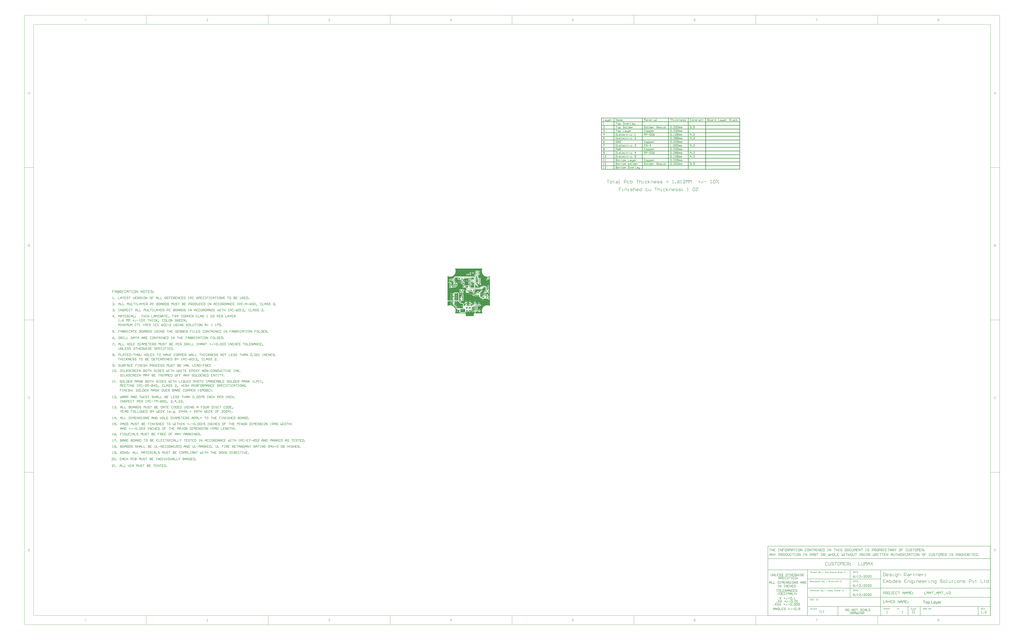
<source format=gtl>
G04 Layer_Physical_Order=1*
G04 Layer_Color=255*
%FSLAX25Y25*%
%MOIN*%
G70*
G01*
G75*
%ADD10R,0.04331X0.07874*%
%ADD11R,0.03150X0.03150*%
%ADD12R,0.04528X0.07087*%
%ADD13R,0.02165X0.01968*%
%ADD14R,0.07087X0.04528*%
%ADD15R,0.03937X0.03740*%
%ADD16R,0.03740X0.03937*%
%ADD17R,0.02953X0.05709*%
%ADD18R,0.05709X0.02953*%
%ADD19R,0.03740X0.02362*%
%ADD20C,0.03937*%
%ADD21C,0.01500*%
%ADD22C,0.02000*%
%ADD23C,0.01200*%
%ADD24C,0.00800*%
%ADD25C,0.04000*%
%ADD26C,0.00100*%
%ADD27C,0.01000*%
%ADD28C,0.00500*%
%ADD29C,0.00700*%
%ADD30R,0.05354X0.05354*%
%ADD31C,0.05354*%
%ADD32C,0.00400*%
%ADD33C,0.02400*%
%ADD34C,0.02000*%
G36*
X1582043Y-942993D02*
X1582140Y-943007D01*
X1582348Y-943035D01*
X1582598Y-943091D01*
X1582862Y-943174D01*
X1583126Y-943299D01*
X1583389Y-943451D01*
X1583403D01*
X1583417Y-943479D01*
X1583500Y-943535D01*
X1583625Y-943646D01*
X1583778Y-943785D01*
X1583945Y-943965D01*
X1584111Y-944187D01*
X1584278Y-944451D01*
X1584416Y-944742D01*
Y-944756D01*
X1584430Y-944784D01*
X1584444Y-944826D01*
X1584472Y-944881D01*
X1584500Y-944964D01*
X1584528Y-945062D01*
X1584597Y-945284D01*
X1584666Y-945561D01*
X1584722Y-945867D01*
X1584764Y-946214D01*
X1584777Y-946574D01*
Y-946588D01*
Y-946616D01*
Y-946672D01*
Y-946755D01*
X1584764Y-946852D01*
Y-946963D01*
X1584736Y-947213D01*
X1584680Y-947518D01*
X1584611Y-947838D01*
X1584514Y-948171D01*
X1584389Y-948504D01*
Y-948518D01*
X1584375Y-948545D01*
X1584347Y-948587D01*
X1584319Y-948643D01*
X1584222Y-948795D01*
X1584097Y-948990D01*
X1583945Y-949198D01*
X1583750Y-949406D01*
X1583528Y-949614D01*
X1583265Y-949809D01*
X1583251D01*
X1583237Y-949822D01*
X1583195Y-949850D01*
X1583140Y-949878D01*
X1583001Y-949947D01*
X1582806Y-950031D01*
X1582570Y-950114D01*
X1582321Y-950183D01*
X1582029Y-950239D01*
X1581738Y-950253D01*
X1581641D01*
X1581530Y-950239D01*
X1581391Y-950225D01*
X1581224Y-950197D01*
X1581044Y-950156D01*
X1580863Y-950100D01*
X1580683Y-950017D01*
X1580669Y-950003D01*
X1580599Y-949975D01*
X1580516Y-949920D01*
X1580405Y-949836D01*
X1580294Y-949753D01*
X1580155Y-949642D01*
X1580030Y-949517D01*
X1579919Y-949378D01*
Y-952765D01*
X1578740D01*
Y-943132D01*
X1579808D01*
Y-944048D01*
X1579822Y-944021D01*
X1579878Y-943965D01*
X1579947Y-943868D01*
X1580058Y-943757D01*
X1580183Y-943618D01*
X1580322Y-943493D01*
X1580488Y-943368D01*
X1580655Y-943257D01*
X1580683Y-943243D01*
X1580738Y-943215D01*
X1580849Y-943174D01*
X1580988Y-943118D01*
X1581155Y-943063D01*
X1581349Y-943021D01*
X1581571Y-942993D01*
X1581821Y-942980D01*
X1581974D01*
X1582043Y-942993D01*
D02*
G37*
G36*
X21889Y42400D02*
X21890Y39691D01*
X21536Y39338D01*
X19998D01*
X19998Y32239D01*
X21807Y32239D01*
X22161Y31885D01*
X22161Y28900D01*
X22161Y28900D01*
X22161Y28900D01*
X22236Y28521D01*
X22316Y28120D01*
X22316Y28120D01*
X22316Y28120D01*
X22524Y27808D01*
X22758Y27458D01*
X22758Y27458D01*
X22758Y27458D01*
X23459Y26758D01*
X23782Y26542D01*
X24120Y26316D01*
X24120Y26316D01*
X24120Y26316D01*
X24488Y26243D01*
X24900Y26161D01*
X28755Y26161D01*
X28961Y25955D01*
X28961Y19601D01*
X29038Y19213D01*
X29116Y18821D01*
X29116Y18821D01*
X29116Y18820D01*
X29340Y18485D01*
X29557Y18159D01*
X29558Y18159D01*
X29558Y18159D01*
X29558Y18158D01*
X30457Y17258D01*
X30458Y17258D01*
X30458Y17258D01*
X30799Y17030D01*
X31119Y16816D01*
X31119Y16816D01*
X31119Y16816D01*
X31514Y16738D01*
X31899Y16661D01*
X31899Y16661D01*
X31900Y16661D01*
X34184Y16661D01*
X34538Y16307D01*
Y14500D01*
X37037D01*
Y14500D01*
X38037D01*
X39037Y14500D01*
Y14500D01*
X41637D01*
X41637Y13631D01*
X41580Y13584D01*
X39037D01*
Y10301D01*
Y7017D01*
X41580D01*
X41861Y7073D01*
X42221Y6877D01*
X42361Y6754D01*
Y6500D01*
X42361Y6500D01*
X42516Y5720D01*
X42958Y5058D01*
X42958Y5058D01*
X43358Y4658D01*
X44020Y4216D01*
X44800Y4061D01*
X59000D01*
X59780Y4216D01*
X60442Y4658D01*
X61542Y5758D01*
X61984Y6420D01*
X62139Y7200D01*
Y7486D01*
X62454Y7593D01*
X62639Y7618D01*
X63396Y7038D01*
X64290Y6667D01*
X65250Y6541D01*
X66210Y6667D01*
X67104Y7038D01*
X67873Y7627D01*
X68398Y8313D01*
X68750D01*
X69491Y8460D01*
X70120Y8880D01*
X71090Y9850D01*
X71617Y9671D01*
X71667Y9290D01*
X72038Y8396D01*
X72627Y7627D01*
X73396Y7038D01*
X74290Y6667D01*
X75250Y6541D01*
X76210Y6667D01*
X77104Y7038D01*
X77873Y7627D01*
X78462Y8396D01*
X78833Y9290D01*
X78959Y10250D01*
X78846Y11107D01*
X81297Y13557D01*
X81717Y14186D01*
X81864Y14927D01*
Y16288D01*
X82364Y16595D01*
X82573Y16553D01*
X84250D01*
Y20250D01*
X85250D01*
Y21250D01*
X88947D01*
Y22927D01*
X88869Y23317D01*
X88648Y23648D01*
X88317Y23869D01*
X88316Y23869D01*
X88152Y24412D01*
X88673Y24933D01*
X89093Y25562D01*
X89180Y26000D01*
X90500D01*
X92000Y24500D01*
Y12187D01*
X88398D01*
X87873Y12873D01*
X87104Y13462D01*
X86210Y13833D01*
X85250Y13959D01*
X84290Y13833D01*
X83396Y13462D01*
X82627Y12873D01*
X82038Y12104D01*
X81668Y11210D01*
X81541Y10250D01*
X81668Y9290D01*
X82038Y8396D01*
X82627Y7627D01*
X83396Y7038D01*
X84290Y6667D01*
X85250Y6541D01*
X86210Y6667D01*
X87104Y7038D01*
X87873Y7627D01*
X88398Y8313D01*
X92000D01*
Y4085D01*
X89574Y1658D01*
X89520Y1622D01*
X89484Y1568D01*
X88500Y585D01*
Y-5000D01*
X87000Y-6500D01*
X64500D01*
X62500Y-4500D01*
Y1000D01*
X61000Y2500D01*
X27248D01*
X26984Y2925D01*
X27476Y3922D01*
X28234Y6155D01*
X28694Y8468D01*
X28849Y10821D01*
X28694Y13174D01*
X28234Y15487D01*
X27476Y17720D01*
X26433Y19835D01*
X25123Y21795D01*
X23568Y23568D01*
X21795Y25123D01*
X19835Y26433D01*
X17720Y27476D01*
X15487Y28234D01*
X13174Y28694D01*
X10821Y28849D01*
X8468Y28694D01*
X6155Y28234D01*
X3922Y27476D01*
X2719Y26883D01*
X2294Y27147D01*
Y40280D01*
X4414Y42400D01*
X21889Y42400D01*
D02*
G37*
G36*
X1607929Y-950211D02*
Y-950225D01*
X1607915Y-950267D01*
X1607888Y-950322D01*
X1607860Y-950391D01*
X1607818Y-950489D01*
X1607777Y-950600D01*
X1607679Y-950836D01*
X1607582Y-951099D01*
X1607471Y-951363D01*
X1607360Y-951599D01*
X1607305Y-951696D01*
X1607263Y-951793D01*
X1607249Y-951821D01*
X1607207Y-951890D01*
X1607138Y-951988D01*
X1607055Y-952113D01*
X1606944Y-952251D01*
X1606819Y-952390D01*
X1606694Y-952529D01*
X1606541Y-952640D01*
X1606527Y-952654D01*
X1606472Y-952682D01*
X1606389Y-952723D01*
X1606264Y-952779D01*
X1606125Y-952834D01*
X1605958Y-952876D01*
X1605778Y-952904D01*
X1605570Y-952918D01*
X1605514D01*
X1605445Y-952904D01*
X1605348D01*
X1605236Y-952876D01*
X1605112Y-952848D01*
X1604973Y-952820D01*
X1604820Y-952765D01*
X1604695Y-951668D01*
X1604709D01*
X1604765Y-951682D01*
X1604834Y-951696D01*
X1604917Y-951724D01*
X1605139Y-951766D01*
X1605361Y-951779D01*
X1605431D01*
X1605500Y-951766D01*
X1605584D01*
X1605792Y-951724D01*
X1605889Y-951682D01*
X1605986Y-951641D01*
X1606000D01*
X1606028Y-951613D01*
X1606069Y-951585D01*
X1606125Y-951544D01*
X1606250Y-951433D01*
X1606361Y-951280D01*
Y-951266D01*
X1606389Y-951238D01*
X1606416Y-951183D01*
X1606444Y-951099D01*
X1606500Y-950988D01*
X1606555Y-950822D01*
X1606638Y-950627D01*
X1606722Y-950391D01*
Y-950378D01*
X1606749Y-950322D01*
X1606777Y-950225D01*
X1606833Y-950100D01*
X1604196Y-943132D01*
X1605445D01*
X1606902Y-947171D01*
Y-947185D01*
X1606916Y-947199D01*
X1606930Y-947241D01*
X1606944Y-947310D01*
X1606972Y-947379D01*
X1606999Y-947463D01*
X1607069Y-947657D01*
X1607152Y-947893D01*
X1607235Y-948171D01*
X1607318Y-948462D01*
X1607402Y-948781D01*
Y-948767D01*
X1607416Y-948740D01*
X1607430Y-948698D01*
X1607443Y-948643D01*
X1607457Y-948573D01*
X1607485Y-948490D01*
X1607541Y-948282D01*
X1607610Y-948046D01*
X1607707Y-947768D01*
X1607790Y-947491D01*
X1607902Y-947199D01*
X1609401Y-943132D01*
X1610580D01*
X1607929Y-950211D01*
D02*
G37*
G36*
X1621837Y-942993D02*
X1621990Y-943021D01*
X1622170Y-943077D01*
X1622364Y-943146D01*
X1622586Y-943243D01*
X1622823Y-943368D01*
X1622392Y-944451D01*
X1622378Y-944437D01*
X1622323Y-944409D01*
X1622239Y-944368D01*
X1622128Y-944326D01*
X1622004Y-944284D01*
X1621851Y-944243D01*
X1621698Y-944215D01*
X1621545Y-944201D01*
X1621476D01*
X1621407Y-944215D01*
X1621310Y-944229D01*
X1621212Y-944256D01*
X1621087Y-944298D01*
X1620963Y-944354D01*
X1620852Y-944437D01*
X1620838Y-944451D01*
X1620796Y-944479D01*
X1620754Y-944534D01*
X1620685Y-944604D01*
X1620616Y-944701D01*
X1620546Y-944812D01*
X1620477Y-944937D01*
X1620421Y-945089D01*
X1620407Y-945117D01*
X1620394Y-945200D01*
X1620366Y-945325D01*
X1620324Y-945492D01*
X1620282Y-945700D01*
X1620255Y-945936D01*
X1620241Y-946186D01*
X1620227Y-946463D01*
Y-950100D01*
X1619047D01*
Y-943132D01*
X1620116D01*
Y-944187D01*
X1620130Y-944173D01*
X1620185Y-944076D01*
X1620255Y-943951D01*
X1620366Y-943799D01*
X1620477Y-943646D01*
X1620602Y-943479D01*
X1620727Y-943340D01*
X1620852Y-943229D01*
X1620865Y-943215D01*
X1620907Y-943188D01*
X1620990Y-943146D01*
X1621074Y-943104D01*
X1621185Y-943063D01*
X1621323Y-943021D01*
X1621462Y-942993D01*
X1621615Y-942980D01*
X1621712D01*
X1621837Y-942993D01*
D02*
G37*
G36*
X96178Y27296D02*
X96261D01*
X96481Y27340D01*
X96898Y27089D01*
X96981Y26993D01*
Y12520D01*
X96648Y12187D01*
X94039D01*
Y24500D01*
X93884Y25280D01*
X93737Y25501D01*
X93972Y25942D01*
X94000D01*
X94000Y26836D01*
X94178Y27000D01*
Y29300D01*
X96178D01*
Y27296D01*
D02*
G37*
G36*
X37200Y68500D02*
X37200Y64100D01*
X37200Y49200D01*
Y45600D01*
X36200Y44600D01*
X26300D01*
X24200Y46700D01*
Y47868D01*
X24200D01*
X24200Y49847D01*
X24200Y59900D01*
X24200D01*
X24200Y62665D01*
Y65900D01*
Y68657D01*
X24643Y69100D01*
X36600Y69100D01*
X37200Y68500D01*
D02*
G37*
G36*
X26300Y42561D02*
X36200D01*
X36650Y42650D01*
X44800Y34500D01*
X50700Y34500D01*
X53800Y31400D01*
X53800Y28400D01*
X53789Y27446D01*
X53567Y27318D01*
X53287Y27241D01*
X53024Y27417D01*
X52634Y27494D01*
X51469D01*
Y22538D01*
X50468D01*
Y21538D01*
X47284D01*
Y18939D01*
X45700D01*
X44920Y18784D01*
X44794Y18700D01*
X41637Y18700D01*
Y18700D01*
X34538Y18700D01*
Y18700D01*
X31900Y18700D01*
X31000Y19601D01*
X31000Y26800D01*
X29600Y28200D01*
X24900Y28200D01*
X24200Y28900D01*
X24200Y41396D01*
X25520Y42716D01*
X26300Y42561D01*
D02*
G37*
G36*
X60100Y15700D02*
X60100Y9500D01*
Y7200D01*
X59000Y6100D01*
X44800D01*
X44400Y6500D01*
Y15600D01*
X45700Y16900D01*
X47816D01*
X47874Y16829D01*
Y16254D01*
X50468D01*
X53063D01*
Y16829D01*
X53121Y16900D01*
X58900D01*
X60100Y15700D01*
D02*
G37*
G36*
X1570106Y-941633D02*
X1566942D01*
Y-950100D01*
X1565665D01*
Y-941633D01*
X1562500D01*
Y-940495D01*
X1570106D01*
Y-941633D01*
D02*
G37*
G36*
X1614675Y-942993D02*
X1614786Y-943007D01*
X1614925Y-943035D01*
X1615077Y-943063D01*
X1615258Y-943104D01*
X1615424Y-943146D01*
X1615619Y-943215D01*
X1615799Y-943285D01*
X1615993Y-943382D01*
X1616188Y-943493D01*
X1616382Y-943618D01*
X1616563Y-943771D01*
X1616729Y-943937D01*
X1616743Y-943951D01*
X1616771Y-943979D01*
X1616812Y-944034D01*
X1616868Y-944118D01*
X1616937Y-944215D01*
X1617007Y-944326D01*
X1617090Y-944465D01*
X1617173Y-944631D01*
X1617257Y-944812D01*
X1617340Y-945006D01*
X1617409Y-945228D01*
X1617479Y-945464D01*
X1617534Y-945728D01*
X1617576Y-946005D01*
X1617604Y-946297D01*
X1617617Y-946616D01*
Y-946630D01*
Y-946686D01*
Y-946783D01*
X1617604Y-946922D01*
X1612399D01*
Y-946935D01*
Y-946977D01*
X1612412Y-947033D01*
Y-947116D01*
X1612426Y-947213D01*
X1612454Y-947324D01*
X1612496Y-947574D01*
X1612579Y-947851D01*
X1612690Y-948157D01*
X1612843Y-948434D01*
X1613037Y-948684D01*
X1613051D01*
X1613065Y-948712D01*
X1613148Y-948781D01*
X1613273Y-948879D01*
X1613440Y-948976D01*
X1613662Y-949087D01*
X1613911Y-949184D01*
X1614189Y-949253D01*
X1614342Y-949267D01*
X1614508Y-949281D01*
X1614619D01*
X1614744Y-949267D01*
X1614897Y-949239D01*
X1615064Y-949198D01*
X1615258Y-949142D01*
X1615438Y-949059D01*
X1615619Y-948948D01*
X1615633Y-948934D01*
X1615702Y-948879D01*
X1615785Y-948795D01*
X1615882Y-948684D01*
X1615993Y-948532D01*
X1616118Y-948337D01*
X1616243Y-948115D01*
X1616354Y-947851D01*
X1617576Y-948004D01*
Y-948018D01*
X1617562Y-948046D01*
X1617548Y-948101D01*
X1617520Y-948185D01*
X1617479Y-948268D01*
X1617437Y-948379D01*
X1617326Y-948615D01*
X1617187Y-948879D01*
X1616993Y-949156D01*
X1616771Y-949420D01*
X1616493Y-949670D01*
X1616479D01*
X1616452Y-949697D01*
X1616410Y-949725D01*
X1616354Y-949767D01*
X1616271Y-949809D01*
X1616188Y-949850D01*
X1616077Y-949906D01*
X1615952Y-949961D01*
X1615813Y-950017D01*
X1615674Y-950072D01*
X1615327Y-950156D01*
X1614939Y-950225D01*
X1614508Y-950253D01*
X1614356D01*
X1614259Y-950239D01*
X1614134Y-950225D01*
X1613981Y-950197D01*
X1613814Y-950169D01*
X1613634Y-950142D01*
X1613245Y-950031D01*
X1613037Y-949947D01*
X1612843Y-949864D01*
X1612635Y-949753D01*
X1612440Y-949628D01*
X1612260Y-949489D01*
X1612079Y-949323D01*
X1612066Y-949309D01*
X1612038Y-949281D01*
X1611996Y-949226D01*
X1611941Y-949142D01*
X1611871Y-949045D01*
X1611802Y-948934D01*
X1611719Y-948795D01*
X1611635Y-948643D01*
X1611552Y-948462D01*
X1611469Y-948268D01*
X1611399Y-948046D01*
X1611330Y-947810D01*
X1611274Y-947560D01*
X1611233Y-947282D01*
X1611205Y-946991D01*
X1611191Y-946686D01*
Y-946672D01*
Y-946602D01*
Y-946519D01*
X1611205Y-946394D01*
X1611219Y-946241D01*
X1611233Y-946075D01*
X1611260Y-945881D01*
X1611302Y-945686D01*
X1611413Y-945242D01*
X1611482Y-945020D01*
X1611566Y-944784D01*
X1611677Y-944562D01*
X1611802Y-944354D01*
X1611941Y-944145D01*
X1612093Y-943951D01*
X1612107Y-943937D01*
X1612135Y-943909D01*
X1612190Y-943868D01*
X1612260Y-943799D01*
X1612343Y-943729D01*
X1612454Y-943646D01*
X1612579Y-943549D01*
X1612732Y-943465D01*
X1612884Y-943368D01*
X1613065Y-943285D01*
X1613259Y-943202D01*
X1613467Y-943132D01*
X1613689Y-943063D01*
X1613925Y-943021D01*
X1614175Y-942993D01*
X1614439Y-942980D01*
X1614578D01*
X1614675Y-942993D01*
D02*
G37*
G36*
X1600656D02*
X1600864Y-943007D01*
X1601100Y-943035D01*
X1601336Y-943077D01*
X1601572Y-943132D01*
X1601794Y-943202D01*
X1601822Y-943215D01*
X1601891Y-943243D01*
X1601989Y-943285D01*
X1602114Y-943340D01*
X1602252Y-943424D01*
X1602391Y-943507D01*
X1602516Y-943618D01*
X1602627Y-943729D01*
X1602641Y-943743D01*
X1602669Y-943785D01*
X1602710Y-943854D01*
X1602766Y-943937D01*
X1602835Y-944062D01*
X1602891Y-944187D01*
X1602946Y-944340D01*
X1602988Y-944520D01*
Y-944534D01*
X1603002Y-944576D01*
X1603016Y-944659D01*
X1603030Y-944770D01*
Y-944923D01*
X1603044Y-945103D01*
X1603057Y-945339D01*
Y-945603D01*
Y-947185D01*
Y-947199D01*
Y-947255D01*
Y-947338D01*
Y-947449D01*
Y-947574D01*
Y-947727D01*
X1603071Y-948060D01*
Y-948407D01*
X1603085Y-948754D01*
X1603099Y-948906D01*
Y-949045D01*
X1603113Y-949170D01*
X1603127Y-949267D01*
Y-949281D01*
X1603141Y-949337D01*
X1603155Y-949420D01*
X1603196Y-949531D01*
X1603224Y-949656D01*
X1603279Y-949795D01*
X1603349Y-949947D01*
X1603418Y-950100D01*
X1602183D01*
X1602169Y-950086D01*
X1602155Y-950031D01*
X1602127Y-949961D01*
X1602086Y-949850D01*
X1602044Y-949725D01*
X1602016Y-949573D01*
X1601989Y-949406D01*
X1601961Y-949226D01*
X1601947D01*
X1601933Y-949253D01*
X1601850Y-949323D01*
X1601725Y-949420D01*
X1601558Y-949545D01*
X1601350Y-949670D01*
X1601142Y-949809D01*
X1600920Y-949933D01*
X1600684Y-950031D01*
X1600656Y-950045D01*
X1600573Y-950058D01*
X1600448Y-950100D01*
X1600295Y-950142D01*
X1600101Y-950183D01*
X1599879Y-950211D01*
X1599629Y-950239D01*
X1599379Y-950253D01*
X1599268D01*
X1599185Y-950239D01*
X1599088D01*
X1598977Y-950225D01*
X1598727Y-950183D01*
X1598449Y-950114D01*
X1598144Y-950017D01*
X1597866Y-949878D01*
X1597616Y-949697D01*
X1597589Y-949670D01*
X1597519Y-949600D01*
X1597422Y-949475D01*
X1597311Y-949309D01*
X1597200Y-949101D01*
X1597103Y-948865D01*
X1597033Y-948573D01*
X1597020Y-948434D01*
X1597006Y-948268D01*
Y-948240D01*
Y-948185D01*
X1597020Y-948087D01*
X1597033Y-947962D01*
X1597061Y-947810D01*
X1597103Y-947657D01*
X1597158Y-947491D01*
X1597228Y-947338D01*
X1597242Y-947324D01*
X1597269Y-947268D01*
X1597325Y-947185D01*
X1597394Y-947088D01*
X1597478Y-946977D01*
X1597589Y-946866D01*
X1597700Y-946755D01*
X1597838Y-946658D01*
X1597852Y-946644D01*
X1597908Y-946616D01*
X1597977Y-946561D01*
X1598088Y-946505D01*
X1598213Y-946450D01*
X1598366Y-946380D01*
X1598519Y-946325D01*
X1598699Y-946269D01*
X1598713D01*
X1598768Y-946255D01*
X1598852Y-946227D01*
X1598963Y-946214D01*
X1599102Y-946186D01*
X1599282Y-946158D01*
X1599490Y-946116D01*
X1599740Y-946089D01*
X1599754D01*
X1599809Y-946075D01*
X1599879D01*
X1599976Y-946061D01*
X1600087Y-946047D01*
X1600226Y-946019D01*
X1600378Y-946005D01*
X1600545Y-945978D01*
X1600878Y-945908D01*
X1601239Y-945839D01*
X1601558Y-945756D01*
X1601711Y-945714D01*
X1601850Y-945672D01*
Y-945658D01*
Y-945631D01*
X1601864Y-945547D01*
Y-945450D01*
Y-945395D01*
Y-945367D01*
Y-945353D01*
Y-945339D01*
Y-945256D01*
X1601850Y-945117D01*
X1601822Y-944964D01*
X1601780Y-944798D01*
X1601711Y-944631D01*
X1601628Y-944479D01*
X1601517Y-944354D01*
X1601503Y-944340D01*
X1601433Y-944284D01*
X1601322Y-944229D01*
X1601184Y-944145D01*
X1600989Y-944076D01*
X1600767Y-944007D01*
X1600490Y-943965D01*
X1600170Y-943951D01*
X1600031D01*
X1599893Y-943965D01*
X1599698Y-943993D01*
X1599504Y-944021D01*
X1599296Y-944076D01*
X1599102Y-944145D01*
X1598935Y-944243D01*
X1598921Y-944256D01*
X1598866Y-944298D01*
X1598796Y-944368D01*
X1598713Y-944479D01*
X1598630Y-944617D01*
X1598532Y-944798D01*
X1598449Y-945020D01*
X1598366Y-945270D01*
X1597214Y-945117D01*
Y-945103D01*
X1597228Y-945089D01*
Y-945048D01*
X1597242Y-944992D01*
X1597283Y-944867D01*
X1597339Y-944687D01*
X1597408Y-944506D01*
X1597491Y-944312D01*
X1597602Y-944118D01*
X1597727Y-943937D01*
X1597741Y-943923D01*
X1597797Y-943868D01*
X1597880Y-943785D01*
X1597991Y-943674D01*
X1598144Y-943563D01*
X1598324Y-943451D01*
X1598532Y-943327D01*
X1598768Y-943229D01*
X1598782D01*
X1598796Y-943215D01*
X1598838Y-943202D01*
X1598893Y-943188D01*
X1599032Y-943146D01*
X1599226Y-943104D01*
X1599449Y-943063D01*
X1599726Y-943021D01*
X1600018Y-942993D01*
X1600351Y-942980D01*
X1600503D01*
X1600656Y-942993D01*
D02*
G37*
G36*
X1591315Y-948962D02*
X1596048D01*
Y-950100D01*
X1590038D01*
Y-940495D01*
X1591315D01*
Y-948962D01*
D02*
G37*
G36*
X1574326Y-942993D02*
X1574451Y-943007D01*
X1574590Y-943035D01*
X1574742Y-943063D01*
X1574923Y-943091D01*
X1575297Y-943215D01*
X1575492Y-943285D01*
X1575686Y-943382D01*
X1575880Y-943479D01*
X1576075Y-943618D01*
X1576255Y-943757D01*
X1576435Y-943923D01*
X1576449Y-943937D01*
X1576477Y-943965D01*
X1576519Y-944021D01*
X1576574Y-944090D01*
X1576644Y-944187D01*
X1576727Y-944312D01*
X1576810Y-944451D01*
X1576894Y-944604D01*
X1576977Y-944770D01*
X1577060Y-944978D01*
X1577143Y-945187D01*
X1577213Y-945422D01*
X1577268Y-945672D01*
X1577310Y-945936D01*
X1577338Y-946214D01*
X1577352Y-946519D01*
Y-946533D01*
Y-946574D01*
Y-946644D01*
Y-946741D01*
X1577338Y-946852D01*
X1577324Y-946991D01*
Y-947130D01*
X1577296Y-947282D01*
X1577254Y-947629D01*
X1577171Y-947976D01*
X1577074Y-948323D01*
X1576935Y-948643D01*
Y-948656D01*
X1576921Y-948670D01*
X1576894Y-948712D01*
X1576866Y-948767D01*
X1576769Y-948906D01*
X1576644Y-949073D01*
X1576477Y-949267D01*
X1576269Y-949461D01*
X1576033Y-949656D01*
X1575755Y-949836D01*
X1575741D01*
X1575728Y-949850D01*
X1575686Y-949878D01*
X1575617Y-949906D01*
X1575547Y-949933D01*
X1575464Y-949961D01*
X1575256Y-950045D01*
X1575020Y-950114D01*
X1574728Y-950183D01*
X1574423Y-950239D01*
X1574090Y-950253D01*
X1573951D01*
X1573840Y-950239D01*
X1573715Y-950225D01*
X1573576Y-950197D01*
X1573410Y-950169D01*
X1573243Y-950142D01*
X1572868Y-950031D01*
X1572660Y-949947D01*
X1572466Y-949864D01*
X1572272Y-949753D01*
X1572077Y-949628D01*
X1571897Y-949489D01*
X1571716Y-949323D01*
X1571702Y-949309D01*
X1571675Y-949281D01*
X1571633Y-949226D01*
X1571577Y-949142D01*
X1571508Y-949045D01*
X1571439Y-948934D01*
X1571355Y-948795D01*
X1571272Y-948629D01*
X1571189Y-948448D01*
X1571106Y-948240D01*
X1571036Y-948018D01*
X1570967Y-947782D01*
X1570911Y-947518D01*
X1570870Y-947241D01*
X1570842Y-946935D01*
X1570828Y-946616D01*
Y-946588D01*
Y-946533D01*
X1570842Y-946436D01*
Y-946297D01*
X1570856Y-946144D01*
X1570883Y-945950D01*
X1570911Y-945756D01*
X1570967Y-945533D01*
X1571022Y-945311D01*
X1571092Y-945075D01*
X1571175Y-944826D01*
X1571286Y-944590D01*
X1571397Y-944368D01*
X1571550Y-944145D01*
X1571702Y-943937D01*
X1571897Y-943757D01*
X1571911Y-943743D01*
X1571938Y-943729D01*
X1571994Y-943687D01*
X1572063Y-943632D01*
X1572147Y-943576D01*
X1572258Y-943507D01*
X1572369Y-943438D01*
X1572507Y-943368D01*
X1572660Y-943299D01*
X1572827Y-943229D01*
X1573201Y-943104D01*
X1573632Y-943007D01*
X1573854Y-942993D01*
X1574090Y-942980D01*
X1574229D01*
X1574326Y-942993D01*
D02*
G37*
G36*
X116786Y148856D02*
X116181Y147631D01*
X115423Y145396D01*
X114962Y143081D01*
X114808Y140726D01*
X114962Y138370D01*
X115423Y136055D01*
X116181Y133820D01*
X117225Y131704D01*
X118536Y129741D01*
X120093Y127967D01*
X121867Y126410D01*
X123830Y125099D01*
X125947Y124055D01*
X128182Y123296D01*
X130497Y122836D01*
X132852Y122682D01*
X135207Y122836D01*
X137522Y123296D01*
X139757Y124055D01*
X140982Y124659D01*
X141407Y124395D01*
Y27164D01*
X140982Y26900D01*
X139745Y27510D01*
X137514Y28267D01*
X135204Y28727D01*
X132854Y28881D01*
X130503Y28727D01*
X128193Y28267D01*
X125962Y27510D01*
X123849Y26468D01*
X121891Y25159D01*
X120120Y23606D01*
X118567Y21835D01*
X117258Y19877D01*
X116216Y17764D01*
X115459Y15533D01*
X114999Y13223D01*
X114845Y10872D01*
X114999Y8522D01*
X115459Y6211D01*
X116216Y3981D01*
X116839Y2719D01*
X116574Y2294D01*
X93752Y2294D01*
X93543Y2794D01*
X93884Y3304D01*
X94039Y4085D01*
Y8313D01*
X97450D01*
X98191Y8460D01*
X98820Y8880D01*
X100288Y10348D01*
X100708Y10977D01*
X100855Y11718D01*
Y27313D01*
X102121D01*
X102201Y26912D01*
X102466Y26515D01*
X102863Y26250D01*
X103331Y26157D01*
X107269D01*
X107737Y26250D01*
X108134Y26515D01*
X108399Y26912D01*
X108489Y27363D01*
X110087D01*
X110600Y27261D01*
X111380Y27416D01*
X112042Y27858D01*
X112484Y28520D01*
X112639Y29300D01*
X112484Y30080D01*
X112042Y30742D01*
X111380Y31184D01*
X110600Y31339D01*
X110087Y31237D01*
X108469D01*
X108399Y31589D01*
X108134Y31986D01*
X107746Y32245D01*
X107686Y32579D01*
X107703Y32767D01*
X107990Y32959D01*
X108211Y33289D01*
X108288Y33680D01*
Y34549D01*
X105300D01*
X102312D01*
Y33680D01*
X102390Y33289D01*
X102611Y32959D01*
X102897Y32767D01*
X102914Y32579D01*
X102855Y32245D01*
X102466Y31986D01*
X102201Y31589D01*
X102121Y31188D01*
X100809D01*
X100469Y31415D01*
X100001Y31508D01*
X97835D01*
X97367Y31415D01*
X96970Y31149D01*
X96907Y31055D01*
X96651Y31226D01*
X96363Y31284D01*
Y31793D01*
X96980Y31916D01*
X97642Y32358D01*
X98084Y33020D01*
X98239Y33800D01*
X98084Y34580D01*
X97642Y35242D01*
X96980Y35684D01*
X96200Y35839D01*
X95687Y35737D01*
X95140D01*
Y35769D01*
X95047Y36237D01*
X94782Y36634D01*
X94393Y36894D01*
X94334Y37228D01*
X94351Y37416D01*
X94638Y37607D01*
X94858Y37938D01*
X94936Y38328D01*
Y39198D01*
X91948D01*
X88960D01*
Y38328D01*
X89038Y37938D01*
X89259Y37607D01*
X89545Y37416D01*
X89562Y37228D01*
X89503Y36894D01*
X89114Y36634D01*
X88849Y36237D01*
X88756Y35769D01*
Y33492D01*
X86771Y31508D01*
X86221D01*
X85752Y31415D01*
X85355Y31149D01*
X85292Y31055D01*
X85036Y31226D01*
X84646Y31304D01*
X84563D01*
Y29300D01*
X83563D01*
Y28300D01*
X81464D01*
X81538Y27926D01*
X81759Y27595D01*
X81901Y27500D01*
X81750Y27000D01*
X77792Y27000D01*
X77668Y27500D01*
X77900Y27847D01*
X77993Y28316D01*
Y30284D01*
X77900Y30753D01*
X78142Y31290D01*
X78187Y31299D01*
X78584Y31564D01*
X78849Y31961D01*
X78942Y32429D01*
Y32462D01*
X81391D01*
X81900Y32361D01*
X82680Y32516D01*
X83342Y32958D01*
X83784Y33620D01*
X83939Y34400D01*
X83784Y35180D01*
X83342Y35842D01*
X82680Y36284D01*
X81900Y36439D01*
X81383Y36336D01*
X78909D01*
X78849Y36637D01*
X78584Y37034D01*
X78196Y37294D01*
X78136Y37628D01*
X78153Y37816D01*
X78439Y38007D01*
X78661Y38338D01*
X78738Y38728D01*
Y39599D01*
X75750D01*
X72762D01*
Y38728D01*
X72839Y38338D01*
X73061Y38007D01*
X73347Y37816D01*
X73364Y37628D01*
X73304Y37294D01*
X72916Y37034D01*
X72651Y36637D01*
X72558Y36169D01*
Y32429D01*
X72651Y31961D01*
X72756Y31804D01*
X72489Y31304D01*
X70864D01*
X70474Y31226D01*
X70143Y31005D01*
X69922Y30674D01*
X69848Y30300D01*
X71947D01*
Y29300D01*
X72947D01*
Y27296D01*
X73030D01*
X73508Y26957D01*
X73513Y26925D01*
X73119Y26474D01*
X69637Y26474D01*
X66377Y29733D01*
Y30284D01*
X66284Y30753D01*
X66019Y31149D01*
X65937Y31204D01*
Y32471D01*
X66337Y32550D01*
X66734Y32815D01*
X66999Y33212D01*
X67092Y33680D01*
Y37420D01*
X66999Y37889D01*
X66734Y38286D01*
X66346Y38545D01*
X66286Y38879D01*
X66303Y39067D01*
X66589Y39259D01*
X66811Y39589D01*
X66888Y39979D01*
Y40850D01*
X63900D01*
X60912D01*
Y39979D01*
X60989Y39589D01*
X61211Y39259D01*
X61497Y39067D01*
X61514Y38879D01*
X61454Y38545D01*
X61066Y38286D01*
X60801Y37889D01*
X60721Y37488D01*
X59259D01*
X59000Y37539D01*
X58220Y37384D01*
X57558Y36942D01*
X57116Y36280D01*
X56961Y35500D01*
X57116Y34720D01*
X57558Y34058D01*
X58220Y33616D01*
X59000Y33461D01*
X59766Y33613D01*
X60721D01*
X60801Y33212D01*
X61066Y32815D01*
X61463Y32550D01*
X61932Y32457D01*
X62063D01*
Y31646D01*
X62024Y31582D01*
X61563Y31274D01*
X61413Y31304D01*
X61330D01*
Y29300D01*
X60330D01*
Y28300D01*
X58232D01*
X58306Y27926D01*
X58486Y27657D01*
X58414Y27393D01*
X58282Y27157D01*
X56283Y27157D01*
X56163Y27227D01*
X55831Y27657D01*
X55839Y28377D01*
X55837Y28389D01*
X55839Y28400D01*
X55839Y31400D01*
X55755Y31823D01*
X55684Y32180D01*
X55684Y32180D01*
X55684Y32180D01*
X55462Y32513D01*
X55242Y32842D01*
X52142Y35942D01*
X52142Y35942D01*
X52142Y35942D01*
X51731Y36217D01*
X51481Y36384D01*
X51481D01*
X51480Y36384D01*
X51011Y36477D01*
X50700Y36539D01*
X50700Y36539D01*
X50700Y36539D01*
X45645Y36539D01*
X39250Y42934D01*
X39250Y44900D01*
X39250Y44900D01*
X39250D01*
X39192Y45361D01*
X39239Y45600D01*
Y49200D01*
X39239Y64100D01*
X39239Y68500D01*
X39239Y68500D01*
X39084Y69280D01*
X38642Y69942D01*
X38042Y70542D01*
X38042Y70542D01*
X37646Y70806D01*
X37380Y70984D01*
X37380Y70984D01*
X37380Y70984D01*
X37024Y71055D01*
X36600Y71139D01*
X36600Y71139D01*
X36600Y71139D01*
X24643Y71139D01*
X23863Y70984D01*
X23201Y70542D01*
X22758Y70099D01*
X22316Y69437D01*
X22161Y68657D01*
Y66999D01*
X20000D01*
X20000Y59900D01*
X21807Y59900D01*
X22161Y59546D01*
Y54967D01*
X20000D01*
X20000Y47868D01*
X21389Y47868D01*
X21889Y47868D01*
X21889Y44793D01*
X21536Y44439D01*
X4414Y44439D01*
X3633Y44284D01*
X2972Y43842D01*
X2972Y43842D01*
X2756Y43626D01*
X2294Y43817D01*
Y124405D01*
X2719Y124669D01*
X3921Y124076D01*
X6156Y123317D01*
X8471Y122857D01*
X10827Y122703D01*
X13182Y122857D01*
X15497Y123317D01*
X17732Y124076D01*
X19850Y125120D01*
X21812Y126432D01*
X23587Y127988D01*
X25143Y129763D01*
X26455Y131725D01*
X27499Y133842D01*
X28257Y136077D01*
X28718Y138393D01*
X28872Y140748D01*
X28718Y143103D01*
X28257Y145419D01*
X27499Y147654D01*
X26906Y148856D01*
X27170Y149281D01*
X116522D01*
X116786Y148856D01*
D02*
G37*
%LPC*%
G36*
X1581710Y-943909D02*
X1581641D01*
X1581585Y-943923D01*
X1581446Y-943951D01*
X1581266Y-943993D01*
X1581058Y-944076D01*
X1580836Y-944201D01*
X1580711Y-944284D01*
X1580599Y-944381D01*
X1580488Y-944493D01*
X1580377Y-944617D01*
Y-944631D01*
X1580350Y-944645D01*
X1580322Y-944687D01*
X1580294Y-944742D01*
X1580252Y-944826D01*
X1580197Y-944909D01*
X1580142Y-945020D01*
X1580100Y-945131D01*
X1580044Y-945270D01*
X1579989Y-945422D01*
X1579947Y-945589D01*
X1579892Y-945769D01*
X1579864Y-945978D01*
X1579836Y-946186D01*
X1579808Y-946408D01*
Y-946658D01*
Y-946672D01*
Y-946713D01*
Y-946783D01*
X1579822Y-946880D01*
Y-946991D01*
X1579836Y-947116D01*
X1579878Y-947407D01*
X1579947Y-947740D01*
X1580030Y-948060D01*
X1580169Y-948379D01*
X1580252Y-948518D01*
X1580350Y-948643D01*
X1580377Y-948670D01*
X1580447Y-948740D01*
X1580558Y-948851D01*
X1580711Y-948962D01*
X1580905Y-949073D01*
X1581127Y-949184D01*
X1581377Y-949253D01*
X1581516Y-949267D01*
X1581654Y-949281D01*
X1581738D01*
X1581793Y-949267D01*
X1581932Y-949239D01*
X1582126Y-949198D01*
X1582335Y-949115D01*
X1582557Y-949004D01*
X1582779Y-948837D01*
X1582890Y-948740D01*
X1583001Y-948629D01*
Y-948615D01*
X1583029Y-948601D01*
X1583056Y-948559D01*
X1583084Y-948504D01*
X1583140Y-948434D01*
X1583181Y-948337D01*
X1583237Y-948240D01*
X1583292Y-948115D01*
X1583334Y-947990D01*
X1583389Y-947824D01*
X1583445Y-947657D01*
X1583487Y-947477D01*
X1583514Y-947268D01*
X1583542Y-947046D01*
X1583570Y-946810D01*
Y-946561D01*
Y-946547D01*
Y-946505D01*
Y-946436D01*
X1583556Y-946338D01*
Y-946227D01*
X1583542Y-946103D01*
X1583500Y-945811D01*
X1583431Y-945492D01*
X1583334Y-945173D01*
X1583195Y-944853D01*
X1583112Y-944701D01*
X1583015Y-944576D01*
Y-944562D01*
X1582987Y-944548D01*
X1582917Y-944465D01*
X1582806Y-944368D01*
X1582654Y-944243D01*
X1582459Y-944118D01*
X1582237Y-944007D01*
X1581987Y-943937D01*
X1581849Y-943923D01*
X1581710Y-943909D01*
D02*
G37*
G36*
X14799Y40402D02*
X13535D01*
X13145Y40324D01*
X12814Y40103D01*
X12594Y39772D01*
X12516Y39382D01*
Y36839D01*
X14799D01*
Y40402D01*
D02*
G37*
G36*
X18063D02*
X16799D01*
Y36839D01*
X19083D01*
Y39382D01*
X19005Y39772D01*
X18784Y40103D01*
X18453Y40324D01*
X18063Y40402D01*
D02*
G37*
G36*
X37037Y13584D02*
X34494D01*
X34104Y13507D01*
X33773Y13285D01*
X33552Y12955D01*
X33474Y12565D01*
Y11301D01*
X37037D01*
Y13584D01*
D02*
G37*
G36*
X88947Y19250D02*
X86250D01*
Y16553D01*
X87927D01*
X88317Y16631D01*
X88648Y16852D01*
X88869Y17183D01*
X88947Y17573D01*
Y19250D01*
D02*
G37*
G36*
X37037Y9301D02*
X33474D01*
Y8037D01*
X33552Y7647D01*
X33773Y7316D01*
X34104Y7095D01*
X34494Y7017D01*
X37037D01*
Y9301D01*
D02*
G37*
G36*
X19083Y34839D02*
X16799D01*
Y31276D01*
X18063D01*
X18453Y31353D01*
X18784Y31574D01*
X19005Y31905D01*
X19083Y32295D01*
Y34839D01*
D02*
G37*
G36*
X14799D02*
X12516D01*
Y32295D01*
X12594Y31905D01*
X12814Y31574D01*
X13145Y31353D01*
X13535Y31276D01*
X14799D01*
Y34839D01*
D02*
G37*
G36*
X31683Y50468D02*
X29399D01*
Y46906D01*
X30663D01*
X31053Y46983D01*
X31384Y47204D01*
X31605Y47535D01*
X31683Y47925D01*
Y50468D01*
D02*
G37*
G36*
X30663Y56031D02*
X29399D01*
Y52469D01*
X31683D01*
Y55012D01*
X31605Y55402D01*
X31384Y55733D01*
X31053Y55954D01*
X30663Y56031D01*
D02*
G37*
G36*
X27399D02*
X26135D01*
X25745Y55954D01*
X25414Y55733D01*
X25193Y55402D01*
X25116Y55012D01*
Y52469D01*
X27399D01*
Y56031D01*
D02*
G37*
G36*
Y50468D02*
X25116D01*
Y47925D01*
X25193Y47535D01*
X25414Y47204D01*
X25745Y46983D01*
X26135Y46906D01*
X27399D01*
Y50468D01*
D02*
G37*
G36*
X31683Y62500D02*
X29399D01*
Y58937D01*
X30663D01*
X31053Y59015D01*
X31384Y59236D01*
X31605Y59566D01*
X31683Y59957D01*
Y62500D01*
D02*
G37*
G36*
X27399D02*
X25116D01*
Y59957D01*
X25194Y59566D01*
X25414Y59236D01*
X25745Y59015D01*
X26135Y58937D01*
X27399D01*
Y62500D01*
D02*
G37*
G36*
X30663Y68063D02*
X29399D01*
Y64500D01*
X31683D01*
Y67043D01*
X31605Y67434D01*
X31384Y67764D01*
X31053Y67985D01*
X30663Y68063D01*
D02*
G37*
G36*
X27399D02*
X26135D01*
X25745Y67985D01*
X25414Y67764D01*
X25194Y67434D01*
X25116Y67043D01*
Y64500D01*
X27399D01*
Y68063D01*
D02*
G37*
G36*
X27398Y40402D02*
X26134D01*
X25744Y40324D01*
X25413Y40103D01*
X25192Y39772D01*
X25114Y39382D01*
Y36839D01*
X27398D01*
Y40402D01*
D02*
G37*
G36*
X30661D02*
X29398D01*
Y36839D01*
X31681D01*
Y39382D01*
X31603Y39772D01*
X31382Y40103D01*
X31052Y40324D01*
X30661Y40402D01*
D02*
G37*
G36*
X37037Y21899D02*
X33474D01*
Y20635D01*
X33552Y20245D01*
X33773Y19915D01*
X34104Y19693D01*
X34494Y19616D01*
X37037D01*
Y21899D01*
D02*
G37*
G36*
X42600D02*
X39037D01*
Y19616D01*
X41580D01*
X41971Y19693D01*
X42301Y19915D01*
X42522Y20245D01*
X42600Y20635D01*
Y21899D01*
D02*
G37*
G36*
X27398Y34839D02*
X25114D01*
Y32295D01*
X25192Y31905D01*
X25413Y31574D01*
X25744Y31353D01*
X26134Y31276D01*
X27398D01*
Y34839D01*
D02*
G37*
G36*
X31681D02*
X29398D01*
Y31276D01*
X30661D01*
X31052Y31353D01*
X31382Y31574D01*
X31603Y31905D01*
X31681Y32295D01*
Y34839D01*
D02*
G37*
G36*
X37037Y26183D02*
X34494D01*
X34104Y26105D01*
X33773Y25884D01*
X33552Y25553D01*
X33474Y25163D01*
Y23899D01*
X37037D01*
Y26183D01*
D02*
G37*
G36*
X49468Y27494D02*
X48303D01*
X47913Y27417D01*
X47582Y27196D01*
X47361Y26865D01*
X47284Y26475D01*
Y23538D01*
X49468D01*
Y27494D01*
D02*
G37*
G36*
X41580Y26183D02*
X39037D01*
Y23899D01*
X42600D01*
Y25163D01*
X42522Y25553D01*
X42301Y25884D01*
X41971Y26105D01*
X41580Y26183D01*
D02*
G37*
G36*
X49468Y14254D02*
X47874D01*
Y13679D01*
X47952Y13289D01*
X48173Y12958D01*
X48504Y12738D01*
X48894Y12660D01*
X49468D01*
Y14254D01*
D02*
G37*
G36*
X53063D02*
X51468D01*
Y12660D01*
X52043D01*
X52434Y12738D01*
X52764Y12958D01*
X52985Y13289D01*
X53063Y13679D01*
Y14254D01*
D02*
G37*
G36*
X1614453Y-943951D02*
X1614370D01*
X1614314Y-943965D01*
X1614161Y-943979D01*
X1613981Y-944021D01*
X1613759Y-944090D01*
X1613523Y-944187D01*
X1613301Y-944326D01*
X1613079Y-944506D01*
X1613051Y-944534D01*
X1612995Y-944604D01*
X1612898Y-944728D01*
X1612801Y-944895D01*
X1612690Y-945089D01*
X1612593Y-945339D01*
X1612510Y-945631D01*
X1612468Y-945950D01*
X1616368D01*
Y-945936D01*
Y-945908D01*
X1616354Y-945867D01*
Y-945811D01*
X1616327Y-945644D01*
X1616285Y-945464D01*
X1616216Y-945242D01*
X1616146Y-945034D01*
X1616035Y-944826D01*
X1615910Y-944645D01*
Y-944631D01*
X1615882Y-944617D01*
X1615813Y-944534D01*
X1615688Y-944423D01*
X1615522Y-944298D01*
X1615313Y-944173D01*
X1615064Y-944062D01*
X1614772Y-943979D01*
X1614619Y-943965D01*
X1614453Y-943951D01*
D02*
G37*
G36*
X1601864Y-946602D02*
X1601850D01*
X1601836Y-946616D01*
X1601794Y-946630D01*
X1601739Y-946644D01*
X1601669Y-946672D01*
X1601586Y-946699D01*
X1601489Y-946727D01*
X1601378Y-946755D01*
X1601253Y-946797D01*
X1601100Y-946824D01*
X1600948Y-946866D01*
X1600767Y-946908D01*
X1600573Y-946949D01*
X1600378Y-946991D01*
X1600156Y-947019D01*
X1599920Y-947060D01*
X1599893D01*
X1599809Y-947074D01*
X1599671Y-947102D01*
X1599518Y-947130D01*
X1599351Y-947157D01*
X1599185Y-947199D01*
X1599032Y-947241D01*
X1598893Y-947296D01*
X1598880D01*
X1598838Y-947324D01*
X1598782Y-947352D01*
X1598727Y-947393D01*
X1598560Y-947504D01*
X1598421Y-947671D01*
Y-947685D01*
X1598394Y-947713D01*
X1598380Y-947768D01*
X1598352Y-947838D01*
X1598324Y-947921D01*
X1598297Y-948004D01*
X1598283Y-948115D01*
X1598269Y-948226D01*
Y-948240D01*
Y-948310D01*
X1598283Y-948393D01*
X1598310Y-948504D01*
X1598352Y-948629D01*
X1598421Y-948754D01*
X1598505Y-948892D01*
X1598616Y-949017D01*
X1598630Y-949031D01*
X1598685Y-949059D01*
X1598768Y-949115D01*
X1598880Y-949170D01*
X1599032Y-949226D01*
X1599213Y-949281D01*
X1599421Y-949309D01*
X1599671Y-949323D01*
X1599782D01*
X1599920Y-949309D01*
X1600073Y-949281D01*
X1600267Y-949253D01*
X1600462Y-949198D01*
X1600670Y-949128D01*
X1600878Y-949031D01*
X1600906Y-949017D01*
X1600961Y-948976D01*
X1601059Y-948906D01*
X1601170Y-948809D01*
X1601295Y-948698D01*
X1601433Y-948559D01*
X1601544Y-948393D01*
X1601656Y-948212D01*
X1601669Y-948198D01*
X1601683Y-948143D01*
X1601711Y-948046D01*
X1601753Y-947921D01*
X1601794Y-947754D01*
X1601822Y-947560D01*
X1601836Y-947324D01*
X1601850Y-947046D01*
X1601864Y-946602D01*
D02*
G37*
G36*
X1574090Y-943951D02*
X1574006D01*
X1573937Y-943965D01*
X1573784Y-943979D01*
X1573576Y-944034D01*
X1573340Y-944118D01*
X1573090Y-944229D01*
X1572855Y-944395D01*
X1572730Y-944506D01*
X1572618Y-944617D01*
Y-944631D01*
X1572591Y-944645D01*
X1572563Y-944687D01*
X1572521Y-944742D01*
X1572480Y-944812D01*
X1572438Y-944895D01*
X1572383Y-945006D01*
X1572327Y-945117D01*
X1572272Y-945256D01*
X1572216Y-945395D01*
X1572174Y-945561D01*
X1572133Y-945742D01*
X1572091Y-945936D01*
X1572063Y-946144D01*
X1572049Y-946380D01*
X1572036Y-946616D01*
Y-946630D01*
Y-946672D01*
Y-946741D01*
X1572049Y-946838D01*
Y-946949D01*
X1572063Y-947074D01*
X1572105Y-947366D01*
X1572174Y-947699D01*
X1572285Y-948032D01*
X1572424Y-948351D01*
X1572521Y-948490D01*
X1572618Y-948629D01*
X1572632D01*
X1572646Y-948656D01*
X1572730Y-948726D01*
X1572855Y-948837D01*
X1573021Y-948948D01*
X1573229Y-949073D01*
X1573479Y-949184D01*
X1573771Y-949253D01*
X1573923Y-949267D01*
X1574090Y-949281D01*
X1574173D01*
X1574242Y-949267D01*
X1574395Y-949239D01*
X1574603Y-949198D01*
X1574825Y-949115D01*
X1575075Y-949004D01*
X1575311Y-948837D01*
X1575436Y-948726D01*
X1575547Y-948615D01*
X1575561Y-948601D01*
X1575575Y-948587D01*
X1575603Y-948545D01*
X1575644Y-948490D01*
X1575686Y-948421D01*
X1575741Y-948337D01*
X1575797Y-948226D01*
X1575853Y-948115D01*
X1575908Y-947976D01*
X1575950Y-947824D01*
X1576005Y-947657D01*
X1576047Y-947477D01*
X1576089Y-947268D01*
X1576116Y-947060D01*
X1576144Y-946824D01*
Y-946574D01*
Y-946561D01*
Y-946519D01*
Y-946450D01*
X1576130Y-946366D01*
Y-946255D01*
X1576116Y-946130D01*
X1576075Y-945839D01*
X1576005Y-945533D01*
X1575894Y-945200D01*
X1575741Y-944895D01*
X1575658Y-944742D01*
X1575547Y-944617D01*
Y-944604D01*
X1575519Y-944590D01*
X1575436Y-944506D01*
X1575311Y-944409D01*
X1575145Y-944284D01*
X1574936Y-944159D01*
X1574687Y-944048D01*
X1574409Y-943979D01*
X1574256Y-943965D01*
X1574090Y-943951D01*
D02*
G37*
G36*
X62900Y44739D02*
X61932D01*
X61541Y44662D01*
X61211Y44441D01*
X60989Y44110D01*
X60912Y43720D01*
Y42849D01*
X62900D01*
Y44739D01*
D02*
G37*
G36*
X74750Y43488D02*
X73782D01*
X73391Y43411D01*
X73061Y43189D01*
X72839Y42859D01*
X72762Y42469D01*
Y41598D01*
X74750D01*
Y43488D01*
D02*
G37*
G36*
X77719D02*
X76750D01*
Y41598D01*
X78738D01*
Y42469D01*
X78661Y42859D01*
X78439Y43189D01*
X78109Y43411D01*
X77719Y43488D01*
D02*
G37*
G36*
X107269Y38439D02*
X106300D01*
Y36549D01*
X108288D01*
Y37420D01*
X108211Y37810D01*
X107990Y38141D01*
X107659Y38362D01*
X107269Y38439D01*
D02*
G37*
G36*
X93916Y43088D02*
X92948D01*
Y41198D01*
X94936D01*
Y42068D01*
X94858Y42459D01*
X94638Y42790D01*
X94307Y43011D01*
X93916Y43088D01*
D02*
G37*
G36*
X90948D02*
X89979D01*
X89589Y43011D01*
X89259Y42790D01*
X89038Y42459D01*
X88960Y42068D01*
Y41198D01*
X90948D01*
Y43088D01*
D02*
G37*
G36*
X18065Y56031D02*
X16801D01*
Y52469D01*
X19084D01*
Y55012D01*
X19006Y55402D01*
X18786Y55733D01*
X18455Y55954D01*
X18065Y56031D01*
D02*
G37*
G36*
X14801D02*
X13537D01*
X13147Y55954D01*
X12816Y55733D01*
X12595Y55402D01*
X12517Y55012D01*
Y52469D01*
X14801D01*
Y56031D01*
D02*
G37*
G36*
X44350Y57988D02*
X43480D01*
X43090Y57911D01*
X42759Y57689D01*
X42538Y57359D01*
X42461Y56968D01*
Y56000D01*
X44350D01*
Y57988D01*
D02*
G37*
G36*
X120888Y47350D02*
X118900D01*
Y45461D01*
X119869D01*
X120259Y45538D01*
X120589Y45759D01*
X120810Y46090D01*
X120888Y46480D01*
Y47350D01*
D02*
G37*
G36*
X116900D02*
X114912D01*
Y46480D01*
X114989Y46090D01*
X115210Y45759D01*
X115541Y45538D01*
X115931Y45461D01*
X116900D01*
Y47350D01*
D02*
G37*
G36*
X65869Y44739D02*
X64900D01*
Y42849D01*
X66888D01*
Y43720D01*
X66811Y44110D01*
X66589Y44441D01*
X66259Y44662D01*
X65869Y44739D01*
D02*
G37*
G36*
X19084Y50468D02*
X16801D01*
Y46906D01*
X18065D01*
X18455Y46983D01*
X18786Y47204D01*
X19006Y47535D01*
X19084Y47925D01*
Y50468D01*
D02*
G37*
G36*
X14801D02*
X12517D01*
Y47925D01*
X12595Y47535D01*
X12816Y47204D01*
X13147Y46983D01*
X13537Y46906D01*
X14801D01*
Y50468D01*
D02*
G37*
G36*
X106299Y14683D02*
X105242Y14544D01*
X104257Y14136D01*
X103411Y13487D01*
X102761Y12641D01*
X102353Y11656D01*
X102214Y10598D01*
X102353Y9541D01*
X102761Y8556D01*
X103411Y7710D01*
X104257Y7061D01*
X105242Y6653D01*
X106299Y6514D01*
X107357Y6653D01*
X108342Y7061D01*
X109188Y7710D01*
X109837Y8556D01*
X110245Y9541D01*
X110384Y10598D01*
X110245Y11656D01*
X109837Y12641D01*
X109188Y13487D01*
X108342Y14136D01*
X107357Y14544D01*
X106299Y14683D01*
D02*
G37*
G36*
X104300Y38439D02*
X103331D01*
X102941Y38362D01*
X102611Y38141D01*
X102390Y37810D01*
X102312Y37420D01*
Y36549D01*
X104300D01*
Y38439D01*
D02*
G37*
G36*
X59330Y31304D02*
X59248D01*
X58858Y31226D01*
X58527Y31005D01*
X58306Y30674D01*
X58232Y30300D01*
X59330D01*
Y31304D01*
D02*
G37*
G36*
X82563D02*
X82480D01*
X82090Y31226D01*
X81759Y31005D01*
X81538Y30674D01*
X81464Y30300D01*
X82563D01*
Y31304D01*
D02*
G37*
G36*
X70947Y28300D02*
X69848D01*
X69922Y27926D01*
X70143Y27595D01*
X70474Y27374D01*
X70864Y27296D01*
X70947D01*
Y28300D01*
D02*
G37*
G36*
X44346Y104276D02*
X42457D01*
Y103075D01*
X43327D01*
X43717Y103153D01*
X44048Y103374D01*
X44269Y103704D01*
X44346Y104095D01*
Y104276D01*
D02*
G37*
G36*
X40457D02*
X38567D01*
Y104095D01*
X38645Y103704D01*
X38866Y103374D01*
X39196Y103153D01*
X39587Y103075D01*
X40457D01*
Y104276D01*
D02*
G37*
G36*
X18091Y103776D02*
X17221D01*
Y102575D01*
X19110D01*
Y102756D01*
X19033Y103146D01*
X18812Y103477D01*
X18481Y103698D01*
X18091Y103776D01*
D02*
G37*
G36*
X100151Y107169D02*
X98261D01*
Y106201D01*
X98338Y105811D01*
X98559Y105480D01*
X98890Y105259D01*
X99280Y105181D01*
X100151D01*
Y107169D01*
D02*
G37*
G36*
X33468Y107039D02*
X32500D01*
Y105149D01*
X34488D01*
Y106020D01*
X34411Y106410D01*
X34189Y106741D01*
X33859Y106962D01*
X33468Y107039D01*
D02*
G37*
G36*
X30500D02*
X29531D01*
X29141Y106962D01*
X28811Y106741D01*
X28589Y106410D01*
X28512Y106020D01*
Y105149D01*
X30500D01*
Y107039D01*
D02*
G37*
G36*
X44457Y81992D02*
X43882Y81878D01*
X42980D01*
X42512Y81785D01*
X42115Y81520D01*
X41850Y81123D01*
X41757Y80654D01*
Y74946D01*
X41850Y74477D01*
X41908Y74391D01*
Y71457D01*
X42102Y70481D01*
X42654Y69654D01*
X43481Y69102D01*
X44457Y68908D01*
X45432Y69102D01*
X46259Y69654D01*
X46812Y70481D01*
X47006Y71457D01*
Y74391D01*
X47063Y74477D01*
X47108Y74700D01*
X48892D01*
X48937Y74477D01*
X49202Y74080D01*
X49599Y73815D01*
X49606Y73814D01*
Y72015D01*
X49315Y71957D01*
X48918Y71692D01*
X48653Y71295D01*
X48560Y70827D01*
Y68465D01*
X48653Y67997D01*
X48918Y67599D01*
X49315Y67334D01*
X49783Y67241D01*
X53524D01*
X53992Y67334D01*
X54389Y67599D01*
X54654Y67997D01*
X54747Y68465D01*
Y70827D01*
X54654Y71295D01*
X54389Y71692D01*
X53992Y71957D01*
X53524Y72050D01*
X53481D01*
Y73814D01*
X53488Y73815D01*
X53885Y74080D01*
X54150Y74477D01*
X54243Y74946D01*
Y75863D01*
X55800D01*
X55845Y75872D01*
X55900Y75861D01*
X56680Y76016D01*
X57342Y76458D01*
X57784Y77120D01*
X57939Y77900D01*
X57784Y78680D01*
X57342Y79342D01*
X56680Y79784D01*
X55900Y79939D01*
X55120Y79784D01*
X55050Y79737D01*
X54243D01*
Y80654D01*
X54150Y81123D01*
X53885Y81520D01*
X53488Y81785D01*
X53020Y81878D01*
X50067D01*
X49599Y81785D01*
X49202Y81520D01*
X48937Y81123D01*
X48892Y80900D01*
X47108Y80900D01*
X47063Y81123D01*
X46798Y81520D01*
X46401Y81785D01*
X45933Y81878D01*
X45032D01*
X44457Y81992D01*
D02*
G37*
G36*
X114700Y79239D02*
X113920Y79084D01*
X113258Y78642D01*
X112968Y78207D01*
X106630Y71870D01*
X106216Y71788D01*
X106123Y71850D01*
X105654Y71943D01*
X105349D01*
Y73000D01*
X105155Y73975D01*
X104602Y74802D01*
X103776Y75355D01*
X102800Y75549D01*
X101824Y75355D01*
X100998Y74802D01*
X100445Y73975D01*
X100251Y73000D01*
Y71943D01*
X99946D01*
X99477Y71850D01*
X99080Y71585D01*
X98815Y71188D01*
X98810Y71162D01*
X98289Y71041D01*
X97959Y71262D01*
X97569Y71339D01*
X96600D01*
Y68450D01*
X95600D01*
Y67450D01*
X92612D01*
Y66580D01*
X92690Y66189D01*
X92910Y65859D01*
X93197Y65667D01*
X93214Y65479D01*
X93155Y65145D01*
X92766Y64886D01*
X92652Y64714D01*
X87598D01*
X86873Y64570D01*
X85728D01*
X85260Y64477D01*
X84863Y64211D01*
X84598Y63815D01*
X84505Y63346D01*
Y60984D01*
X84598Y60516D01*
X84863Y60119D01*
X85260Y59854D01*
X85728Y59761D01*
X86873D01*
X87598Y59616D01*
X92632D01*
X92766Y59415D01*
X93163Y59150D01*
X93632Y59057D01*
X97569D01*
X98037Y59150D01*
X98434Y59415D01*
X98562Y59608D01*
X99391D01*
X99477Y59550D01*
X99946Y59457D01*
X105654D01*
X105676Y59461D01*
X106063Y59144D01*
Y57700D01*
X106210Y56959D01*
X106630Y56330D01*
X111168Y51793D01*
X111458Y51358D01*
X112120Y50916D01*
X112900Y50761D01*
X113680Y50916D01*
X114342Y51358D01*
X114589Y51728D01*
X114696Y51770D01*
X115214Y51815D01*
X115454Y51655D01*
X115514Y51321D01*
X115497Y51133D01*
X115210Y50941D01*
X114989Y50611D01*
X114912Y50221D01*
Y49350D01*
X117900D01*
X120888D01*
Y50128D01*
X120919Y50609D01*
X120919Y50609D01*
X121201Y50925D01*
X121377Y50925D01*
X126801Y50925D01*
X126850Y50678D01*
X127115Y50280D01*
X127512Y50015D01*
X127980Y49922D01*
X130933D01*
X131401Y50015D01*
X131798Y50280D01*
X132063Y50678D01*
X132108Y50900D01*
X133892D01*
X133937Y50678D01*
X134202Y50280D01*
X134402Y50147D01*
Y49043D01*
X134565Y48224D01*
X135029Y47529D01*
X135724Y47065D01*
X136543Y46902D01*
X137363Y47065D01*
X138057Y47529D01*
X138521Y48224D01*
X138684Y49043D01*
Y50147D01*
X138885Y50280D01*
X139150Y50678D01*
X139243Y51146D01*
Y56854D01*
X139150Y57323D01*
X138885Y57719D01*
X138488Y57985D01*
X138020Y58078D01*
X135067D01*
X134599Y57985D01*
X134202Y57719D01*
X133937Y57323D01*
X133892Y57100D01*
X132378Y57100D01*
X132006Y57558D01*
Y58865D01*
X132189Y58901D01*
X132586Y59166D01*
X132845Y59554D01*
X133179Y59614D01*
X133367Y59597D01*
X133558Y59311D01*
X133889Y59089D01*
X134280Y59012D01*
X135149D01*
Y62000D01*
Y64988D01*
X134280D01*
X133889Y64911D01*
X133558Y64689D01*
X133367Y64403D01*
X133179Y64386D01*
X132845Y64446D01*
X132586Y64834D01*
X132189Y65099D01*
X131720Y65192D01*
X127980D01*
X127512Y65099D01*
X127115Y64834D01*
X127035Y64714D01*
X123425D01*
X122699Y64570D01*
X121555D01*
X121087Y64477D01*
X120690Y64212D01*
X120425Y63815D01*
X120332Y63346D01*
Y60984D01*
X120425Y60516D01*
X120690Y60119D01*
X121087Y59854D01*
X121163Y59839D01*
X121258Y59310D01*
X120678Y58922D01*
X120634Y58857D01*
X120144Y58955D01*
X120120Y59078D01*
X119622Y59822D01*
X118878Y60319D01*
X118000Y60494D01*
X117122Y60319D01*
X116378Y59822D01*
X115881Y59078D01*
X115706Y58200D01*
Y57698D01*
X115463Y57650D01*
X115066Y57385D01*
X114801Y56988D01*
X114708Y56520D01*
Y54526D01*
X114208Y54331D01*
X113907Y54532D01*
X109937Y58502D01*
Y69698D01*
X115707Y75468D01*
X116142Y75758D01*
X116584Y76420D01*
X116739Y77200D01*
X116584Y77980D01*
X116142Y78642D01*
X115480Y79084D01*
X114700Y79239D01*
D02*
G37*
G36*
X94600Y71339D02*
X93632D01*
X93241Y71262D01*
X92910Y71041D01*
X92690Y70710D01*
X92612Y70320D01*
Y69450D01*
X94600D01*
Y71339D01*
D02*
G37*
G36*
X19110Y100575D02*
X17221D01*
Y99374D01*
X18091D01*
X18481Y99452D01*
X18812Y99673D01*
X19033Y100004D01*
X19110Y100394D01*
Y100575D01*
D02*
G37*
G36*
X135900Y95043D02*
X135042Y94872D01*
X134314Y94386D01*
X133828Y93658D01*
X133657Y92800D01*
X133828Y91942D01*
X134314Y91214D01*
X135042Y90728D01*
X135900Y90557D01*
X136758Y90728D01*
X137486Y91214D01*
X137972Y91942D01*
X138143Y92800D01*
X137972Y93658D01*
X137486Y94386D01*
X136758Y94872D01*
X135900Y95043D01*
D02*
G37*
G36*
X135700Y89543D02*
X134842Y89372D01*
X134114Y88886D01*
X133628Y88158D01*
X133457Y87300D01*
X133628Y86442D01*
X134114Y85714D01*
X134842Y85228D01*
X135700Y85057D01*
X136558Y85228D01*
X137286Y85714D01*
X137772Y86442D01*
X137943Y87300D01*
X137772Y88158D01*
X137286Y88886D01*
X136558Y89372D01*
X135700Y89543D01*
D02*
G37*
G36*
X72000Y132443D02*
X71142Y132272D01*
X70414Y131786D01*
X69928Y131058D01*
X69757Y130200D01*
X69928Y129342D01*
X70414Y128614D01*
X71142Y128128D01*
X72000Y127957D01*
X72858Y128128D01*
X73586Y128614D01*
X74072Y129342D01*
X74243Y130200D01*
X74072Y131058D01*
X73586Y131786D01*
X72858Y132272D01*
X72000Y132443D01*
D02*
G37*
G36*
X66600D02*
X65742Y132272D01*
X65014Y131786D01*
X64528Y131058D01*
X64357Y130200D01*
X64528Y129342D01*
X65014Y128614D01*
X65742Y128128D01*
X66600Y127957D01*
X67458Y128128D01*
X68186Y128614D01*
X68672Y129342D01*
X68843Y130200D01*
X68672Y131058D01*
X68186Y131786D01*
X67458Y132272D01*
X66600Y132443D01*
D02*
G37*
G36*
X91000Y129739D02*
X90220Y129584D01*
X89558Y129142D01*
X89116Y128480D01*
X88961Y127700D01*
X89116Y126920D01*
X89558Y126258D01*
X90220Y125816D01*
X91000Y125661D01*
X91780Y125816D01*
X92442Y126258D01*
X92884Y126920D01*
X93039Y127700D01*
X92884Y128480D01*
X92442Y129142D01*
X91780Y129584D01*
X91000Y129739D01*
D02*
G37*
G36*
X77400Y137843D02*
X76542Y137672D01*
X75814Y137186D01*
X75328Y136458D01*
X75157Y135600D01*
X75328Y134742D01*
X75814Y134014D01*
X76542Y133528D01*
X77400Y133357D01*
X78258Y133528D01*
X78986Y134014D01*
X79472Y134742D01*
X79643Y135600D01*
X79472Y136458D01*
X78986Y137186D01*
X78258Y137672D01*
X77400Y137843D01*
D02*
G37*
G36*
X86000Y138027D02*
X85901Y138007D01*
X85801D01*
X85033Y137854D01*
X84666Y137702D01*
X84014Y137267D01*
X83733Y136986D01*
X83298Y136335D01*
X83146Y135967D01*
X82993Y135199D01*
Y134801D01*
X83146Y134033D01*
X83298Y133666D01*
X83733Y133014D01*
X84014Y132733D01*
X84666Y132298D01*
X85033Y132146D01*
X85801Y131993D01*
X85901D01*
X86000Y131973D01*
X86098Y131993D01*
X86199D01*
X86967Y132146D01*
X87335Y132298D01*
X87986Y132733D01*
X88267Y133014D01*
X88702Y133666D01*
X88854Y134033D01*
X89007Y134801D01*
Y135199D01*
X88854Y135967D01*
X88702Y136335D01*
X88267Y136986D01*
X87986Y137267D01*
X87335Y137702D01*
X86967Y137854D01*
X86199Y138007D01*
X86098D01*
X86000Y138027D01*
D02*
G37*
G36*
X77400Y132443D02*
X76542Y132272D01*
X75814Y131786D01*
X75328Y131058D01*
X75157Y130200D01*
X75328Y129342D01*
X75814Y128614D01*
X76542Y128128D01*
X77400Y127957D01*
X78258Y128128D01*
X78986Y128614D01*
X79472Y129342D01*
X79643Y130200D01*
X79472Y131058D01*
X78986Y131786D01*
X78258Y132272D01*
X77400Y132443D01*
D02*
G37*
G36*
X100151Y111157D02*
X99280D01*
X98890Y111080D01*
X98559Y110859D01*
X98338Y110528D01*
X98261Y110138D01*
Y109169D01*
X100151D01*
Y111157D01*
D02*
G37*
G36*
X43327Y107476D02*
X42457D01*
Y106276D01*
X44346D01*
Y106457D01*
X44269Y106847D01*
X44048Y107178D01*
X43717Y107399D01*
X43327Y107476D01*
D02*
G37*
G36*
X40457D02*
X39587D01*
X39196Y107399D01*
X38866Y107178D01*
X38645Y106847D01*
X38567Y106457D01*
Y106276D01*
X40457D01*
Y107476D01*
D02*
G37*
G36*
X136402Y121884D02*
X135344Y121745D01*
X134359Y121337D01*
X133513Y120688D01*
X132864Y119842D01*
X132456Y118857D01*
X132317Y117799D01*
X132456Y116742D01*
X132864Y115757D01*
X133513Y114911D01*
X134359Y114261D01*
X135344Y113853D01*
X136402Y113714D01*
X137459Y113853D01*
X138444Y114261D01*
X139290Y114911D01*
X139939Y115757D01*
X140347Y116742D01*
X140487Y117799D01*
X140347Y118857D01*
X139939Y119842D01*
X139290Y120688D01*
X138444Y121337D01*
X137459Y121745D01*
X136402Y121884D01*
D02*
G37*
G36*
X131300Y115143D02*
X130442Y114972D01*
X129714Y114486D01*
X129228Y113758D01*
X129057Y112900D01*
X129228Y112042D01*
X129714Y111314D01*
X130442Y110828D01*
X131300Y110657D01*
X132158Y110828D01*
X132886Y111314D01*
X133372Y112042D01*
X133543Y112900D01*
X133372Y113758D01*
X132886Y114486D01*
X132158Y114972D01*
X131300Y115143D01*
D02*
G37*
G36*
X101000Y143243D02*
X100142Y143072D01*
X99414Y142586D01*
X98928Y141858D01*
X98757Y141000D01*
X98928Y140142D01*
X99063Y139939D01*
Y118318D01*
X98812Y118268D01*
X98415Y118003D01*
X98150Y117606D01*
X98057Y117138D01*
Y113201D01*
X98150Y112733D01*
X98415Y112336D01*
X98812Y112070D01*
X99280Y111977D01*
X103021D01*
X103489Y112070D01*
X103886Y112336D01*
X104018Y112533D01*
X104582D01*
X104714Y112336D01*
X105111Y112070D01*
X105512Y111991D01*
Y111348D01*
X105111Y111268D01*
X104714Y111003D01*
X104455Y110615D01*
X104121Y110556D01*
X103933Y110573D01*
X103741Y110859D01*
X103411Y111080D01*
X103021Y111157D01*
X102150D01*
Y108169D01*
Y105181D01*
X103021D01*
X103411Y105259D01*
X103741Y105480D01*
X103933Y105766D01*
X104121Y105783D01*
X104455Y105724D01*
X104714Y105336D01*
X105111Y105070D01*
X105512Y104991D01*
Y104348D01*
X105111Y104268D01*
X104714Y104003D01*
X104582Y103805D01*
X104018Y103805D01*
X103886Y104003D01*
X103489Y104268D01*
X103021Y104361D01*
X99280D01*
X98812Y104268D01*
X98415Y104003D01*
X98179Y103649D01*
X95900D01*
X95624Y103594D01*
X95237Y103911D01*
Y122072D01*
X97370Y124205D01*
X97790Y124833D01*
X97937Y125574D01*
Y139939D01*
X98072Y140142D01*
X98243Y141000D01*
X98072Y141858D01*
X97586Y142586D01*
X96858Y143072D01*
X96000Y143243D01*
X95142Y143072D01*
X94414Y142586D01*
X93928Y141858D01*
X93757Y141000D01*
X93928Y140142D01*
X94063Y139939D01*
Y126377D01*
X91930Y124244D01*
X91510Y123616D01*
X91363Y122874D01*
Y121530D01*
X90901Y121339D01*
X89170Y123070D01*
X88541Y123490D01*
X87800Y123637D01*
X26900D01*
X26159Y123490D01*
X25530Y123070D01*
X22674Y120213D01*
X22254Y119585D01*
X22106Y118843D01*
Y116186D01*
X22099Y116185D01*
X21702Y115919D01*
X21437Y115523D01*
X21392Y115300D01*
X19608Y115300D01*
X19564Y115523D01*
X19298Y115919D01*
X18901Y116185D01*
X18433Y116278D01*
X15480D01*
X15012Y116185D01*
X14615Y115919D01*
X14350Y115523D01*
X14257Y115054D01*
Y114749D01*
X10200D01*
X9225Y114555D01*
X8398Y114002D01*
X7845Y113175D01*
X7651Y112200D01*
X7845Y111225D01*
X8398Y110398D01*
X9225Y109845D01*
X10200Y109651D01*
X14257D01*
Y109346D01*
X14350Y108878D01*
X14615Y108481D01*
X15012Y108215D01*
X15480Y108122D01*
X18433D01*
X18901Y108215D01*
X19298Y108481D01*
X19564Y108878D01*
X19608Y109100D01*
X21392D01*
X21437Y108878D01*
X21702Y108481D01*
X22099Y108215D01*
X22106Y108214D01*
Y107696D01*
X21756Y107626D01*
X21359Y107361D01*
X21094Y106964D01*
X21001Y106496D01*
Y104134D01*
X21094Y103666D01*
X21359Y103269D01*
X21756Y103004D01*
X22224Y102910D01*
X22284D01*
X22325Y100342D01*
X22224Y100239D01*
X21756Y100146D01*
X21359Y99881D01*
X21094Y99484D01*
X21001Y99016D01*
Y96653D01*
X21094Y96185D01*
X21359Y95788D01*
X21756Y95523D01*
X22224Y95430D01*
X23369D01*
X24094Y95286D01*
X28474D01*
X28677Y95006D01*
X28697Y94802D01*
X26875Y92980D01*
X21218D01*
X21150Y93322D01*
X20885Y93720D01*
X20488Y93985D01*
X20020Y94078D01*
X17067D01*
X16599Y93985D01*
X16202Y93720D01*
X15936Y93322D01*
X15892Y93100D01*
X14108D01*
X14063Y93322D01*
X14006Y93409D01*
Y99091D01*
X14351Y99374D01*
X15221D01*
Y101575D01*
Y103776D01*
X14351D01*
X13960Y103698D01*
X13630Y103477D01*
X13068Y103537D01*
X10302Y106302D01*
X9475Y106855D01*
X8500Y107049D01*
X7525Y106855D01*
X6698Y106302D01*
X6145Y105475D01*
X5951Y104500D01*
X6145Y103524D01*
X6698Y102698D01*
X8908Y100487D01*
Y93409D01*
X8850Y93322D01*
X8757Y92854D01*
Y87146D01*
X8850Y86677D01*
X9115Y86281D01*
X9512Y86015D01*
X9980Y85922D01*
X12933D01*
X13401Y86015D01*
X13798Y86281D01*
X14063Y86677D01*
X14108Y86900D01*
X15892D01*
X15936Y86677D01*
X16202Y86281D01*
X16599Y86015D01*
X17067Y85922D01*
X20020D01*
X20488Y86015D01*
X20885Y86281D01*
X21150Y86677D01*
X21243Y87146D01*
Y87882D01*
X27931D01*
X28906Y88076D01*
X29733Y88628D01*
X33286Y92182D01*
X33839Y93009D01*
X34033Y93984D01*
Y94914D01*
X34334Y95115D01*
X34599Y95512D01*
X34692Y95980D01*
Y99721D01*
X34599Y100189D01*
X34334Y100586D01*
X33946Y100845D01*
X33886Y101179D01*
X33903Y101367D01*
X34189Y101559D01*
X34411Y101889D01*
X34488Y102279D01*
Y103149D01*
X31500D01*
X28512D01*
Y102279D01*
X28589Y101889D01*
X28811Y101559D01*
X29097Y101367D01*
X29114Y101179D01*
X29054Y100845D01*
X28666Y100586D01*
X28531Y100384D01*
X25800D01*
X25800Y102746D01*
X25965Y102910D01*
X26433Y103004D01*
X26830Y103269D01*
X27095Y103666D01*
X27188Y104134D01*
Y106496D01*
X27095Y106964D01*
X26830Y107361D01*
X26433Y107626D01*
X25981Y107716D01*
Y108214D01*
X25988Y108215D01*
X26385Y108481D01*
X26650Y108878D01*
X26743Y109346D01*
Y115054D01*
X26650Y115523D01*
X26385Y115919D01*
X25988Y116185D01*
X25981Y116186D01*
Y118041D01*
X27702Y119763D01*
X39443D01*
X39701Y119393D01*
X39738Y119263D01*
X39657Y118854D01*
Y118549D01*
X37300D01*
X36325Y118355D01*
X35498Y117802D01*
X34945Y116975D01*
X34751Y116000D01*
X34945Y115025D01*
X35498Y114198D01*
X36325Y113645D01*
X37300Y113451D01*
X39657D01*
Y113146D01*
X39750Y112678D01*
X40015Y112280D01*
X40412Y112015D01*
X40880Y111922D01*
X43833D01*
X44301Y112015D01*
X44698Y112280D01*
X44963Y112678D01*
X45008Y112900D01*
X46792D01*
X46837Y112678D01*
X47102Y112280D01*
X47499Y112015D01*
X47506Y112014D01*
Y111420D01*
X47461D01*
X46992Y111327D01*
X46595Y111062D01*
X46330Y110665D01*
X46237Y110197D01*
Y107835D01*
X46330Y107366D01*
X46595Y106969D01*
X46992Y106704D01*
X47461Y106611D01*
X51201D01*
X51669Y106704D01*
X51812Y106800D01*
X52312Y106533D01*
Y105980D01*
X52390Y105589D01*
X52610Y105259D01*
X52897Y105067D01*
X52914Y104879D01*
X52855Y104545D01*
X52466Y104286D01*
X52332Y104085D01*
X49331D01*
X48605Y103940D01*
X47461D01*
X46992Y103847D01*
X46595Y103582D01*
X46330Y103185D01*
X46237Y102717D01*
Y100354D01*
X46330Y99886D01*
X46595Y99489D01*
X46992Y99224D01*
X47461Y99131D01*
X48605D01*
X49331Y98987D01*
X52352D01*
X52466Y98815D01*
X52751Y98625D01*
Y94143D01*
X52715Y94120D01*
X52450Y93723D01*
X52357Y93254D01*
Y87546D01*
X52450Y87077D01*
X52715Y86681D01*
X53112Y86415D01*
X53580Y86322D01*
X56533D01*
X57001Y86415D01*
X57398Y86681D01*
X57663Y87077D01*
X57708Y87300D01*
X59492D01*
X59536Y87077D01*
X59802Y86681D01*
X60199Y86415D01*
X60667Y86322D01*
X62951D01*
Y84500D01*
X63145Y83525D01*
X63698Y82698D01*
X64463Y82186D01*
X64645Y81746D01*
X64665Y81682D01*
X62830Y79847D01*
X62410Y79218D01*
X62263Y78477D01*
Y71313D01*
X62161Y70800D01*
X62316Y70020D01*
X62758Y69358D01*
X63420Y68916D01*
X64200Y68761D01*
X64980Y68916D01*
X65642Y69358D01*
X66084Y70020D01*
X67612D01*
Y69750D01*
X70600D01*
X73588D01*
Y70621D01*
X73510Y71011D01*
X73290Y71341D01*
X73003Y71533D01*
X72986Y71721D01*
X73045Y72055D01*
X73434Y72314D01*
X73699Y72711D01*
X73792Y73180D01*
Y75214D01*
X74230Y75652D01*
X74728Y75603D01*
X74878Y75378D01*
X75622Y74881D01*
X76500Y74706D01*
X77757D01*
Y74146D01*
X77850Y73677D01*
X78115Y73281D01*
X78512Y73015D01*
X78980Y72922D01*
X81933D01*
X82401Y73015D01*
X82798Y73281D01*
X83064Y73677D01*
X83108Y73900D01*
X84892D01*
X84937Y73677D01*
X85202Y73281D01*
X85599Y73015D01*
X85661Y73003D01*
Y72037D01*
X85260Y71957D01*
X84863Y71692D01*
X84598Y71295D01*
X84505Y70827D01*
Y68465D01*
X84598Y67996D01*
X84863Y67599D01*
X85260Y67334D01*
X85728Y67241D01*
X89468D01*
X89937Y67334D01*
X90334Y67599D01*
X90599Y67996D01*
X90692Y68465D01*
Y70827D01*
X90599Y71295D01*
X90334Y71692D01*
X89937Y71957D01*
X89536Y72037D01*
Y73047D01*
X89885Y73281D01*
X90150Y73677D01*
X90243Y74146D01*
Y74438D01*
X90743Y74848D01*
X91200Y74757D01*
X92058Y74928D01*
X92786Y75414D01*
X93272Y76142D01*
X93443Y77000D01*
X93272Y77858D01*
X92786Y78586D01*
X92058Y79072D01*
X91200Y79243D01*
X90743Y79152D01*
X90243Y79562D01*
Y79854D01*
X90150Y80323D01*
X89990Y80563D01*
X90196Y81047D01*
X90211Y81063D01*
X114700D01*
X115441Y81210D01*
X116070Y81630D01*
X120864Y86424D01*
X121299Y86715D01*
X121741Y87376D01*
X121896Y88157D01*
X121881Y88233D01*
X122198Y88619D01*
X125341D01*
X127219Y86741D01*
Y79286D01*
X127212Y79285D01*
X126815Y79019D01*
X126550Y78623D01*
X126457Y78154D01*
Y77237D01*
X125713D01*
X125200Y77339D01*
X124420Y77184D01*
X123758Y76742D01*
X123316Y76080D01*
X123161Y75300D01*
X123316Y74520D01*
X123758Y73858D01*
X124420Y73416D01*
X125200Y73261D01*
X125713Y73363D01*
X126457D01*
Y72446D01*
X126537Y72044D01*
X126510Y72000D01*
X125973Y71817D01*
X125763Y71957D01*
X125295Y72050D01*
X121555D01*
X121087Y71957D01*
X120690Y71692D01*
X120425Y71295D01*
X120332Y70827D01*
Y68464D01*
X120425Y67996D01*
X120690Y67599D01*
X121087Y67334D01*
X121555Y67241D01*
X125295D01*
X125763Y67334D01*
X126160Y67599D01*
X126233Y67708D01*
X127246D01*
X127987Y67856D01*
X128615Y68276D01*
X130526Y70187D01*
X130946Y70815D01*
X131044Y71304D01*
X131101Y71315D01*
X131498Y71580D01*
X131763Y71977D01*
X131808Y72200D01*
X133592Y72200D01*
X133636Y71977D01*
X133902Y71580D01*
X134102Y71447D01*
Y70243D01*
X134265Y69424D01*
X134729Y68729D01*
X135424Y68265D01*
X136243Y68102D01*
X137063Y68265D01*
X137757Y68729D01*
X138221Y69424D01*
X138384Y70243D01*
Y71447D01*
X138585Y71580D01*
X138850Y71977D01*
X138943Y72446D01*
Y78154D01*
X138850Y78623D01*
X138585Y79019D01*
X138188Y79285D01*
X137720Y79378D01*
X137084D01*
X136933Y79878D01*
X137286Y80114D01*
X137772Y80842D01*
X137943Y81700D01*
X137772Y82558D01*
X137286Y83286D01*
X136558Y83772D01*
X135700Y83943D01*
X134842Y83772D01*
X134114Y83286D01*
X133628Y82558D01*
X133457Y81700D01*
X133628Y80842D01*
X134114Y80114D01*
X134525Y79839D01*
X134419Y79309D01*
X134299Y79285D01*
X133902Y79019D01*
X133636Y78623D01*
X133592Y78400D01*
X131808D01*
X131763Y78623D01*
X131498Y79019D01*
X131101Y79285D01*
X131094Y79286D01*
Y87543D01*
X130946Y88285D01*
X130526Y88913D01*
X127513Y91926D01*
X126885Y92346D01*
X126143Y92494D01*
X116557D01*
X115815Y92346D01*
X115424Y92085D01*
X115420Y92084D01*
X114758Y91642D01*
X114316Y90980D01*
X114161Y90200D01*
X114185Y90078D01*
X113714Y89883D01*
X113621Y90022D01*
X112960Y90464D01*
X112180Y90619D01*
X111399Y90464D01*
X110738Y90022D01*
X110447Y89587D01*
X107598Y86737D01*
X93177D01*
X92767Y87237D01*
X92839Y87600D01*
X92737Y88113D01*
Y96870D01*
X93199Y97061D01*
X99768Y90493D01*
X100058Y90058D01*
X100720Y89616D01*
X101500Y89461D01*
X102280Y89616D01*
X102942Y90058D01*
X103384Y90720D01*
X103539Y91500D01*
X103384Y92280D01*
X102942Y92942D01*
X102507Y93232D01*
X97711Y98028D01*
X97899Y98486D01*
X98304Y98502D01*
X98415Y98336D01*
X98812Y98070D01*
X99280Y97977D01*
X103021D01*
X103489Y98070D01*
X103886Y98336D01*
X104018Y98533D01*
X104582Y98533D01*
X104714Y98336D01*
X105111Y98070D01*
X105579Y97977D01*
X107783D01*
X109468Y96293D01*
X109758Y95858D01*
X110420Y95416D01*
X111200Y95261D01*
X111980Y95416D01*
X112642Y95858D01*
X113084Y96520D01*
X113239Y97300D01*
X113084Y98080D01*
X112642Y98742D01*
X112207Y99032D01*
X110543Y100697D01*
Y103138D01*
X110450Y103606D01*
X110185Y104003D01*
X109788Y104268D01*
X109387Y104348D01*
Y104991D01*
X109788Y105070D01*
X110185Y105336D01*
X110450Y105733D01*
X110543Y106201D01*
Y110138D01*
X110450Y110606D01*
X110185Y111003D01*
X109788Y111268D01*
X109387Y111348D01*
Y111991D01*
X109788Y112070D01*
X110185Y112336D01*
X110450Y112733D01*
X110543Y113201D01*
Y117138D01*
X110450Y117606D01*
X110185Y118003D01*
X109788Y118268D01*
X109320Y118361D01*
X105579D01*
X105111Y118268D01*
X104714Y118003D01*
X104582Y117805D01*
X104018D01*
X103886Y118003D01*
X103489Y118268D01*
X103021Y118361D01*
X102937D01*
Y129305D01*
X103437Y129457D01*
X103733Y129014D01*
X104014Y128733D01*
X104666Y128298D01*
X105033Y128146D01*
X105801Y127993D01*
X105902D01*
X106000Y127973D01*
X106098Y127993D01*
X106199D01*
X106967Y128146D01*
X107334Y128298D01*
X107986Y128733D01*
X108267Y129014D01*
X108702Y129666D01*
X108854Y130033D01*
X109007Y130801D01*
Y131199D01*
X108854Y131967D01*
X108702Y132335D01*
X108267Y132986D01*
X107986Y133267D01*
X107334Y133702D01*
X106967Y133854D01*
X106199Y134007D01*
X106098D01*
X106000Y134027D01*
X105902Y134007D01*
X105801D01*
X105033Y133854D01*
X104666Y133702D01*
X104014Y133267D01*
X103733Y132986D01*
X103437Y132543D01*
X102937Y132695D01*
Y137305D01*
X103437Y137457D01*
X103733Y137014D01*
X104014Y136733D01*
X104666Y136298D01*
X105033Y136146D01*
X105801Y135993D01*
X105902D01*
X106000Y135973D01*
X106098Y135993D01*
X106199D01*
X106967Y136146D01*
X107334Y136298D01*
X107986Y136733D01*
X108267Y137014D01*
X108702Y137665D01*
X108854Y138033D01*
X109007Y138801D01*
Y139199D01*
X108854Y139967D01*
X108702Y140334D01*
X108267Y140986D01*
X107986Y141267D01*
X107334Y141702D01*
X106967Y141854D01*
X106199Y142007D01*
X106098D01*
X106000Y142027D01*
X105902Y142007D01*
X105801D01*
X105033Y141854D01*
X104666Y141702D01*
X104014Y141267D01*
X103733Y140986D01*
X103721Y140967D01*
X103605Y140975D01*
X103220Y141118D01*
X103072Y141858D01*
X102586Y142586D01*
X101858Y143072D01*
X101000Y143243D01*
D02*
G37*
G36*
X45650Y68106D02*
X44780D01*
Y66906D01*
X46669D01*
Y67087D01*
X46592Y67477D01*
X46371Y67808D01*
X46040Y68029D01*
X45650Y68106D01*
D02*
G37*
G36*
X42779Y64906D02*
X40890D01*
Y64724D01*
X40967Y64334D01*
X41188Y64003D01*
X41519Y63783D01*
X41909Y63705D01*
X42779D01*
Y64906D01*
D02*
G37*
G36*
X82614Y64906D02*
X80725D01*
Y63705D01*
X81595D01*
X81985Y63782D01*
X82315Y64003D01*
X82537Y64334D01*
X82614Y64724D01*
Y64906D01*
D02*
G37*
G36*
X78725D02*
X76835D01*
Y64724D01*
X76912Y64334D01*
X77133Y64003D01*
X77464Y63782D01*
X77854Y63705D01*
X78725D01*
Y64906D01*
D02*
G37*
G36*
X118441Y64906D02*
X116551D01*
Y63705D01*
X117421D01*
X117811Y63783D01*
X118142Y64003D01*
X118363Y64334D01*
X118441Y64724D01*
Y64906D01*
D02*
G37*
G36*
X114551D02*
X112661D01*
Y64724D01*
X112739Y64334D01*
X112960Y64003D01*
X113291Y63783D01*
X113681Y63705D01*
X114551D01*
Y64906D01*
D02*
G37*
G36*
X46669Y64906D02*
X44780D01*
Y63705D01*
X45650D01*
X46040Y63783D01*
X46371Y64003D01*
X46592Y64334D01*
X46669Y64724D01*
Y64906D01*
D02*
G37*
G36*
X138020Y64988D02*
X137149D01*
Y63000D01*
X139039D01*
Y63968D01*
X138962Y64359D01*
X138741Y64689D01*
X138410Y64911D01*
X138020Y64988D01*
D02*
G37*
G36*
X19084Y62500D02*
X16801D01*
Y58937D01*
X18065D01*
X18455Y59015D01*
X18786Y59236D01*
X19006Y59566D01*
X19084Y59957D01*
Y62500D01*
D02*
G37*
G36*
X14801D02*
X12517D01*
Y59957D01*
X12595Y59566D01*
X12816Y59236D01*
X13147Y59015D01*
X13537Y58937D01*
X14801D01*
Y62500D01*
D02*
G37*
G36*
X51653Y64714D02*
X50928Y64570D01*
X49783D01*
X49315Y64477D01*
X48918Y64212D01*
X48653Y63815D01*
X48560Y63346D01*
Y60984D01*
X48653Y60516D01*
X48918Y60119D01*
X49104Y59995D01*
Y57961D01*
X48914Y57834D01*
X48655Y57446D01*
X48321Y57386D01*
X48133Y57403D01*
X47941Y57689D01*
X47611Y57911D01*
X47220Y57988D01*
X46350D01*
Y55000D01*
X45350D01*
Y54000D01*
X42461D01*
Y53031D01*
X42538Y52641D01*
X42759Y52311D01*
X43090Y52090D01*
X43290Y52050D01*
X43290Y51540D01*
X43012Y51485D01*
X42615Y51219D01*
X42350Y50823D01*
X42257Y50354D01*
Y44646D01*
X42350Y44177D01*
X42408Y44091D01*
Y42543D01*
X42602Y41568D01*
X43154Y40741D01*
X43981Y40188D01*
X44957Y39994D01*
X45932Y40188D01*
X46759Y40741D01*
X47312Y41568D01*
X47506Y42543D01*
Y44091D01*
X47563Y44177D01*
X47608Y44400D01*
X49392D01*
X49437Y44177D01*
X49702Y43780D01*
X50099Y43515D01*
X50567Y43422D01*
X53520D01*
X53988Y43515D01*
X54385Y43780D01*
X54650Y44177D01*
X54743Y44646D01*
Y50354D01*
X54650Y50823D01*
X54592Y50909D01*
Y52477D01*
X54650Y52563D01*
X54743Y53031D01*
Y56968D01*
X54650Y57437D01*
X54385Y57834D01*
X54203Y57955D01*
Y59995D01*
X54389Y60119D01*
X54654Y60516D01*
X54747Y60984D01*
Y63346D01*
X54654Y63815D01*
X54389Y64212D01*
X53992Y64477D01*
X53524Y64570D01*
X52379D01*
X51653Y64714D01*
D02*
G37*
G36*
X139039Y61000D02*
X137149D01*
Y59012D01*
X138020D01*
X138410Y59089D01*
X138741Y59311D01*
X138962Y59641D01*
X139039Y60031D01*
Y61000D01*
D02*
G37*
G36*
X14801Y68063D02*
X13537D01*
X13147Y67985D01*
X12816Y67764D01*
X12595Y67434D01*
X12517Y67043D01*
Y64500D01*
X14801D01*
Y68063D01*
D02*
G37*
G36*
X81595Y68106D02*
X80725D01*
Y66906D01*
X82614D01*
Y67087D01*
X82537Y67477D01*
X82315Y67808D01*
X81985Y68029D01*
X81595Y68106D01*
D02*
G37*
G36*
X78725D02*
X77854D01*
X77464Y68029D01*
X77133Y67808D01*
X76912Y67477D01*
X76835Y67087D01*
Y66906D01*
X78725D01*
Y68106D01*
D02*
G37*
G36*
X73588Y67751D02*
X71600D01*
Y65861D01*
X72569D01*
X72959Y65938D01*
X73290Y66159D01*
X73510Y66490D01*
X73588Y66880D01*
Y67751D01*
D02*
G37*
G36*
X42779Y68106D02*
X41909D01*
X41519Y68029D01*
X41188Y67808D01*
X40967Y67477D01*
X40890Y67087D01*
Y66906D01*
X42779D01*
Y68106D01*
D02*
G37*
G36*
X117421Y68106D02*
X116551D01*
Y66906D01*
X118441D01*
Y67087D01*
X118363Y67477D01*
X118142Y67808D01*
X117811Y68029D01*
X117421Y68106D01*
D02*
G37*
G36*
X114551D02*
X113681D01*
X113291Y68029D01*
X112960Y67808D01*
X112739Y67477D01*
X112661Y67087D01*
Y66906D01*
X114551D01*
Y68106D01*
D02*
G37*
G36*
X69600Y67751D02*
X67612D01*
Y66880D01*
X67690Y66490D01*
X67910Y66159D01*
X68241Y65938D01*
X68632Y65861D01*
X69600D01*
Y67751D01*
D02*
G37*
G36*
X18065Y68063D02*
X16801D01*
Y64500D01*
X19084D01*
Y67043D01*
X19006Y67434D01*
X18786Y67764D01*
X18455Y67985D01*
X18065Y68063D01*
D02*
G37*
%LPD*%
G36*
X88863Y117898D02*
Y113782D01*
X88363Y113631D01*
X88029Y114129D01*
X87302Y114616D01*
X86443Y114787D01*
X85585Y114616D01*
X85457Y114530D01*
X85220Y114885D01*
X84822Y115150D01*
X84354Y115243D01*
X78646D01*
X78177Y115150D01*
X77780Y114885D01*
X77547Y114536D01*
X76548D01*
X76476Y114645D01*
X76078Y114910D01*
X75610Y115003D01*
X71870D01*
X71402Y114910D01*
X71005Y114645D01*
X70740Y114248D01*
X70647Y113779D01*
Y111417D01*
X70740Y110949D01*
X71005Y110552D01*
X71402Y110287D01*
X71870Y110194D01*
X75610D01*
X76078Y110287D01*
X76476Y110552D01*
X76548Y110661D01*
X77503D01*
X77515Y110599D01*
X77780Y110202D01*
X78177Y109937D01*
X78400Y109892D01*
X78400Y108108D01*
X78177Y108063D01*
X77780Y107798D01*
X77515Y107401D01*
X77422Y106933D01*
Y103980D01*
X77515Y103512D01*
X77780Y103115D01*
X78177Y102850D01*
X78646Y102757D01*
X84354D01*
X84822Y102850D01*
X84974Y102951D01*
X86700D01*
X87675Y103145D01*
X88363Y103604D01*
X88863Y103405D01*
Y88113D01*
X88761Y87600D01*
X88833Y87237D01*
X88423Y86737D01*
X78878D01*
X78582Y87237D01*
X78643Y87546D01*
Y93254D01*
X78550Y93722D01*
X78499Y93799D01*
Y94742D01*
X78686Y94866D01*
X78945Y95254D01*
X79279Y95314D01*
X79467Y95297D01*
X79659Y95011D01*
X79989Y94789D01*
X80379Y94712D01*
X81250D01*
Y97700D01*
Y100688D01*
X80379D01*
X79989Y100610D01*
X79659Y100390D01*
X79467Y100103D01*
X79279Y100086D01*
X78945Y100145D01*
X78686Y100534D01*
X78289Y100799D01*
X77820Y100892D01*
X76363D01*
X76289Y100966D01*
Y102947D01*
X76476Y103072D01*
X76741Y103469D01*
X76834Y103937D01*
Y106299D01*
X76741Y106767D01*
X76476Y107164D01*
X76078Y107430D01*
X75610Y107523D01*
X74466D01*
X73740Y107667D01*
X73014Y107523D01*
X71870D01*
X71402Y107430D01*
X71005Y107164D01*
X70740Y106767D01*
X70647Y106299D01*
Y103937D01*
X70740Y103469D01*
X71005Y103072D01*
X71191Y102947D01*
Y99910D01*
X71385Y98935D01*
X71938Y98108D01*
X72857Y97189D01*
Y95732D01*
X72950Y95263D01*
X73215Y94866D01*
X73401Y94742D01*
Y93819D01*
X73337Y93722D01*
X73292Y93500D01*
X71508D01*
X71464Y93722D01*
X71198Y94120D01*
X70801Y94385D01*
X70333Y94478D01*
X67380D01*
X66912Y94385D01*
X66515Y94120D01*
X66250Y93722D01*
X66157Y93254D01*
Y92949D01*
X64843D01*
Y93254D01*
X64750Y93723D01*
X64485Y94120D01*
X64088Y94385D01*
X63620Y94478D01*
X60667D01*
X60199Y94385D01*
X59802Y94120D01*
X59536Y93723D01*
X59492Y93500D01*
X57849Y93500D01*
Y98625D01*
X58134Y98815D01*
X58399Y99212D01*
X58492Y99680D01*
Y103420D01*
X58399Y103889D01*
X58134Y104286D01*
X57745Y104545D01*
X57686Y104879D01*
X57703Y105067D01*
X57989Y105259D01*
X58210Y105589D01*
X58288Y105980D01*
Y106850D01*
X55300D01*
Y107850D01*
X54300D01*
Y110739D01*
X53332D01*
X52941Y110662D01*
X52853Y110603D01*
X52377Y110660D01*
X52264Y110765D01*
X52066Y111062D01*
X51669Y111327D01*
X51381Y111384D01*
Y112014D01*
X51388Y112015D01*
X51785Y112280D01*
X52050Y112678D01*
X52143Y113146D01*
Y114063D01*
X54500D01*
X55241Y114210D01*
X55870Y114630D01*
X58202Y116963D01*
X77887D01*
X78400Y116861D01*
X79180Y117016D01*
X79842Y117458D01*
X80284Y118120D01*
X80439Y118900D01*
X80367Y119263D01*
X80777Y119763D01*
X86998D01*
X88863Y117898D01*
D02*
G37*
G36*
X68500Y89400D02*
X68120Y89380D01*
X68000Y89359D01*
X67780Y89320D01*
X67480Y89220D01*
X67220Y89080D01*
X67049Y88940D01*
X67000Y88900D01*
X66820Y88680D01*
X66680Y88420D01*
X66580Y88120D01*
X66520Y87780D01*
X66500Y87400D01*
X66500D01*
Y87400D01*
X64500D01*
X64480Y87780D01*
X64420Y88120D01*
X64320Y88420D01*
X64180Y88680D01*
X64000Y88900D01*
X63780Y89080D01*
X63520Y89220D01*
X63220Y89320D01*
X62880Y89380D01*
X62500Y89400D01*
X62500Y89400D01*
X65500Y91400D01*
X68500Y89400D01*
D02*
G37*
%LPC*%
G36*
X57269Y110739D02*
X56300D01*
Y108850D01*
X58288D01*
Y109720D01*
X58210Y110110D01*
X57989Y110441D01*
X57659Y110662D01*
X57269Y110739D01*
D02*
G37*
G36*
X67736Y111059D02*
X66866D01*
Y109858D01*
X68756D01*
Y110039D01*
X68678Y110430D01*
X68457Y110760D01*
X68126Y110981D01*
X67736Y111059D01*
D02*
G37*
G36*
X64866D02*
X63996D01*
X63606Y110981D01*
X63275Y110760D01*
X63054Y110430D01*
X62976Y110039D01*
Y109858D01*
X64866D01*
Y111059D01*
D02*
G37*
G36*
Y107858D02*
X62976D01*
Y107677D01*
X63054Y107287D01*
X63275Y106956D01*
X63606Y106735D01*
X63996Y106658D01*
X64866D01*
Y107858D01*
D02*
G37*
G36*
X85139Y96700D02*
X83250D01*
Y94712D01*
X84120D01*
X84510Y94789D01*
X84841Y95011D01*
X85062Y95341D01*
X85139Y95732D01*
Y96700D01*
D02*
G37*
G36*
X68756Y107858D02*
X66866D01*
Y106658D01*
X67736D01*
X68126Y106735D01*
X68457Y106956D01*
X68678Y107287D01*
X68756Y107677D01*
Y107858D01*
D02*
G37*
G36*
X84120Y100688D02*
X83250D01*
Y98700D01*
X85139D01*
Y99669D01*
X85062Y100059D01*
X84841Y100390D01*
X84510Y100610D01*
X84120Y100688D01*
D02*
G37*
%LPD*%
D10*
X50468Y22538D02*
D03*
D11*
Y15254D02*
D03*
D12*
X28398Y35839D02*
D03*
X15799D02*
D03*
X28399Y51468D02*
D03*
X15801D02*
D03*
X28399Y63500D02*
D03*
X15801D02*
D03*
D13*
X95178Y29300D02*
D03*
X98918D02*
D03*
X83563D02*
D03*
X87303Y29300D02*
D03*
X71947Y29300D02*
D03*
X75687D02*
D03*
X60331D02*
D03*
X64071D02*
D03*
D14*
X38037Y22899D02*
D03*
Y10301D02*
D03*
D15*
X70600Y68750D02*
D03*
Y75050D02*
D03*
X91948Y33899D02*
D03*
Y40198D02*
D03*
X95600Y62150D02*
D03*
X95600Y68450D02*
D03*
X31500Y97850D02*
D03*
X31500Y104150D02*
D03*
X105300Y29250D02*
D03*
Y35550D02*
D03*
X55300Y101550D02*
D03*
X55300Y107850D02*
D03*
X117900Y48350D02*
D03*
Y54650D02*
D03*
X63900Y35550D02*
D03*
Y41850D02*
D03*
X75750Y34299D02*
D03*
Y40598D02*
D03*
D16*
X101150Y115169D02*
D03*
X107450D02*
D03*
X101150Y108169D02*
D03*
X107450D02*
D03*
X101150Y101169D02*
D03*
X107450Y101169D02*
D03*
X129850Y62000D02*
D03*
X136150Y62000D02*
D03*
X51649Y55000D02*
D03*
X45350D02*
D03*
X75950Y97700D02*
D03*
X82250Y97700D02*
D03*
D17*
X129457Y54000D02*
D03*
X136543D02*
D03*
X129157Y75300D02*
D03*
X136243D02*
D03*
X87543Y77000D02*
D03*
X80457D02*
D03*
X24043Y112200D02*
D03*
X16957D02*
D03*
X18543Y90000D02*
D03*
X11457D02*
D03*
X52043Y47500D02*
D03*
X44957D02*
D03*
X55057Y90400D02*
D03*
X62143D02*
D03*
X49443Y116000D02*
D03*
X42357D02*
D03*
X75943Y90400D02*
D03*
X68857D02*
D03*
X51543Y77800D02*
D03*
X44457D02*
D03*
D18*
X102800Y62157D02*
D03*
X102800Y69243D02*
D03*
X81500Y112543D02*
D03*
Y105457D02*
D03*
D19*
X24094Y97835D02*
D03*
Y105315D02*
D03*
X16220Y101575D02*
D03*
X51653Y62165D02*
D03*
Y69646D02*
D03*
X43780Y65906D02*
D03*
X49331Y101535D02*
D03*
Y109016D02*
D03*
X41457Y105276D02*
D03*
X87598Y62165D02*
D03*
Y69646D02*
D03*
X79724Y65905D02*
D03*
X73740Y105118D02*
D03*
Y112598D02*
D03*
X65866Y108858D02*
D03*
X123425Y62165D02*
D03*
Y69646D02*
D03*
X115551Y65906D02*
D03*
D20*
X106299Y10598D02*
D03*
X136402Y117799D02*
D03*
X106000Y139000D02*
D03*
X106000Y131000D02*
D03*
X86000Y135000D02*
D03*
D21*
X41124Y105276D02*
X41400Y105551D01*
X60069Y29500D02*
X60300Y29269D01*
X122300Y55200D02*
Y57300D01*
X121750Y54650D02*
X122300Y55200D01*
X117900Y54650D02*
X121750D01*
X117900D02*
X118000Y54750D01*
Y58200D01*
X95178Y25622D02*
X95200Y25600D01*
X95178Y25622D02*
Y29300D01*
X31750Y104150D02*
X35100Y107500D01*
X31500Y104150D02*
X31750D01*
X41400Y105551D02*
Y109000D01*
X41124Y105276D02*
X41457D01*
X95600Y68450D02*
Y72400D01*
X95600Y68450D02*
X95600Y68450D01*
X80457Y77000D02*
X80457Y77000D01*
X43780Y65906D02*
X47406D01*
X65866Y108858D02*
X69642D01*
X16220Y101575D02*
X20425D01*
X43780Y65906D02*
X43800Y65885D01*
X76500Y77000D02*
X80457D01*
X60300Y29269D02*
X60331Y29300D01*
X57000Y29500D02*
X60069D01*
X68500D02*
X71747D01*
X71947Y29300D01*
X80700D02*
X83563D01*
X82250Y97700D02*
X82450Y97500D01*
X82250Y97700D02*
X86500D01*
X61309Y108858D02*
X65866D01*
X60300Y107850D02*
X61309Y108858D01*
X55300Y107850D02*
X60300D01*
X507250Y631550D02*
X961130D01*
X507250Y643550D02*
X961130D01*
X507250Y475550D02*
Y643550D01*
Y475550D02*
X548241D01*
X507250Y487550D02*
X548241D01*
X507250Y499550D02*
X548241D01*
X507250Y511550D02*
X548241D01*
X507250Y523550D02*
X548241D01*
X507250Y535550D02*
X548241D01*
X507250Y547550D02*
X548241D01*
X507250Y559550D02*
X548241D01*
X507250Y571550D02*
X548241D01*
X507250Y583550D02*
X548241D01*
X507250Y595550D02*
X548241D01*
X507250Y607550D02*
X548241D01*
X507250Y619550D02*
X548241D01*
Y475550D02*
Y643550D01*
Y475550D02*
X641216D01*
X548241Y487550D02*
X641216D01*
X548241Y499550D02*
X641216D01*
X548241Y511550D02*
X641216D01*
X548241Y523550D02*
X641216D01*
X548241Y535550D02*
X641216D01*
X548241Y547550D02*
X641216D01*
X548241Y559550D02*
X641216D01*
X548241Y571550D02*
X641216D01*
X548241Y583550D02*
X641216D01*
X548241Y595550D02*
X641216D01*
X548241Y607550D02*
X641216D01*
X548241Y619550D02*
X641216D01*
Y475550D02*
Y643550D01*
Y475550D02*
X727192D01*
X641216Y487550D02*
X727192D01*
X641216Y499550D02*
X727192D01*
X641216Y511550D02*
X727192D01*
X641216Y523550D02*
X727192D01*
X641216Y535550D02*
X727192D01*
X641216Y547550D02*
X727192D01*
X641216Y559550D02*
X727192D01*
X641216Y571550D02*
X727192D01*
X641216Y583550D02*
X727192D01*
X641216Y595550D02*
X727192D01*
X641216Y607550D02*
X727192D01*
X641216Y619550D02*
X727192D01*
Y475550D02*
Y643550D01*
Y475550D02*
X792176D01*
X727192Y487550D02*
X792176D01*
X727192Y499550D02*
X792176D01*
X727192Y511550D02*
X792176D01*
X727192Y523550D02*
X792176D01*
X727192Y535550D02*
X792176D01*
X727192Y547550D02*
X792176D01*
X727192Y559550D02*
X792176D01*
X727192Y571550D02*
X792176D01*
X727192Y583550D02*
X792176D01*
X727192Y595550D02*
X792176D01*
X727192Y607550D02*
X792176D01*
X727192Y619550D02*
X792176D01*
Y475550D02*
Y643550D01*
Y475550D02*
X849162D01*
X792176Y487550D02*
X849162D01*
X792176Y499550D02*
X849162D01*
X792176Y511550D02*
X849162D01*
X792176Y523550D02*
X849162D01*
X792176Y535550D02*
X849162D01*
X792176Y547550D02*
X849162D01*
X792176Y559550D02*
X849162D01*
X792176Y571550D02*
X849162D01*
X792176Y583550D02*
X849162D01*
X792176Y595550D02*
X849162D01*
X792176Y607550D02*
X849162D01*
X792176Y619550D02*
X849162D01*
Y475550D02*
Y643550D01*
Y475550D02*
X961130D01*
X849162Y487550D02*
X961130D01*
X849162Y499550D02*
X961130D01*
X849162Y511550D02*
X961130D01*
X849162Y523550D02*
X961130D01*
X849162Y535550D02*
X961130D01*
X849162Y547550D02*
X961130D01*
X849162Y559550D02*
X961130D01*
X849162Y571550D02*
X961130D01*
X849162Y583550D02*
X961130D01*
X849162Y595550D02*
X961130D01*
X849162Y607550D02*
X961130D01*
X849162Y619550D02*
X961130D01*
Y475550D02*
Y643550D01*
D22*
X136150Y62000D02*
X139500D01*
X129685Y62165D02*
X129850Y62000D01*
X123425Y62165D02*
X129685D01*
X111800Y66000D02*
X115457D01*
X115551Y65906D01*
X81543Y105500D02*
X86700D01*
X81500Y105457D02*
X81543Y105500D01*
X102800Y69300D02*
Y73000D01*
X102800Y69300D02*
X102800Y69300D01*
X95606Y62157D02*
X102800D01*
X95600Y62150D02*
X95606Y62157D01*
X95585Y62165D02*
X95600Y62150D01*
X87598Y62165D02*
X95585D01*
X44957Y42543D02*
Y47500D01*
X44457Y77800D02*
Y79443D01*
Y71457D02*
Y77800D01*
X8500Y104500D02*
X11457Y101543D01*
Y90000D02*
Y101543D01*
X10200Y112200D02*
X16957D01*
X41500Y55000D02*
X45350D01*
X51649D02*
X52043Y54606D01*
Y47500D02*
Y54606D01*
X51649Y55000D02*
X51653Y55004D01*
Y62165D01*
X37300Y116000D02*
X42357D01*
X73740Y99910D02*
Y105118D01*
Y99910D02*
X75950Y97700D01*
X75943Y90400D02*
X75950Y90407D01*
Y97700D01*
X55300Y90643D02*
Y101550D01*
X55057Y90400D02*
X55300Y90643D01*
X55285Y101535D02*
X55300Y101550D01*
X49331Y101535D02*
X55285D01*
X62143Y90400D02*
X62143Y90400D01*
X65500Y84500D02*
Y90400D01*
X65500Y90400D01*
X62143D02*
X65500D01*
X68857D01*
X98031Y108169D02*
X101150D01*
X96200Y110000D02*
X98031Y108169D01*
X101081Y101100D02*
X101150Y101169D01*
X95900Y101100D02*
X101081D01*
X129457Y54000D02*
Y61606D01*
X129850Y62000D01*
X18543Y90000D02*
Y90431D01*
X24094Y97835D02*
X31484D01*
X27931Y90431D02*
X31484Y93984D01*
Y97835D01*
X105300Y35550D02*
X111150D01*
X89198Y40198D02*
X91048D01*
X86300Y37300D02*
X89198Y40198D01*
X63900Y41850D02*
X67650Y45600D01*
X18543Y90431D02*
X27931D01*
X117900Y44600D02*
Y48350D01*
X72398Y40598D02*
X75750D01*
X70300Y38500D02*
X72398Y40598D01*
X70300Y36400D02*
Y38500D01*
D23*
X136543Y49043D02*
Y54000D01*
X79700Y65930D02*
Y69300D01*
Y65930D02*
X79724Y65905D01*
X67300Y65000D02*
Y65450D01*
X70600Y68750D01*
X70550Y75050D02*
X70600D01*
X67500Y78100D02*
X70550Y75050D01*
X70600D02*
X73300Y77750D01*
Y79200D01*
X136243Y70243D02*
Y75300D01*
D24*
X123425Y69646D02*
X127246D01*
X129157Y71557D01*
Y75300D01*
X125200Y75300D02*
X125200Y75300D01*
X129157D01*
X116557Y90557D02*
X126143D01*
X129157Y87543D01*
Y75300D02*
Y87543D01*
X24043Y112200D02*
Y118843D01*
X116200Y90200D02*
X116557Y90557D01*
X51543Y69756D02*
X51653Y69646D01*
X51543Y69756D02*
Y77800D01*
X55800D02*
X55900Y77900D01*
X51543Y77800D02*
X55800D01*
X73740Y112598D02*
X81445D01*
X81500Y112543D01*
X86443D01*
X24043Y105366D02*
Y112200D01*
Y105366D02*
X24094Y105315D01*
X87598Y69646D02*
Y76945D01*
X108400Y84800D02*
X112180Y88580D01*
X114700Y83000D02*
X119857Y88157D01*
X77000Y81000D02*
X79000Y83000D01*
X64071Y29300D02*
X70500Y22871D01*
X75687Y20687D02*
Y29300D01*
X75250Y20250D02*
X75687Y20687D01*
X79927Y22968D02*
X81786Y24827D01*
X85827D01*
X87303Y26303D01*
Y29300D01*
X75250Y10250D02*
X79927Y14927D01*
Y22968D01*
X85250Y10250D02*
X97450D01*
X64200Y78477D02*
X70523Y84800D01*
X64200Y70800D02*
Y78477D01*
X70523Y84800D02*
X108400D01*
X87543Y77000D02*
X87543Y77000D01*
X91200D01*
X87543D02*
X87598Y76945D01*
X90800Y87600D02*
Y118700D01*
X79000Y83000D02*
X114700D01*
X65250Y10250D02*
X68750D01*
X70500Y12000D01*
Y22871D01*
X96000Y125574D02*
Y141000D01*
X49331Y109016D02*
X49443Y109128D01*
Y116000D01*
X57400Y118900D02*
X78400D01*
X54500Y116000D02*
X57400Y118900D01*
X49443Y116000D02*
X54500D01*
X87800Y121700D02*
X90800Y118700D01*
X24043Y118843D02*
X26900Y121700D01*
X87800D01*
X107450Y101050D02*
Y101169D01*
Y101050D02*
X111200Y97300D01*
X107450Y101169D02*
Y108169D01*
X107450Y108169D01*
Y115169D01*
X93300Y99700D02*
Y122874D01*
X96000Y125574D01*
X108000Y57700D02*
X112900Y52800D01*
X105300Y29250D02*
X105350Y29300D01*
X110600D01*
X87303Y29300D02*
X91902Y33899D01*
X91948D01*
X92047Y33800D01*
X96200D01*
X75687Y29300D02*
X75750Y29363D01*
X64000Y29371D02*
X64071Y29300D01*
X59050Y35550D02*
X63900D01*
X59000Y35500D02*
X59050Y35550D01*
X97450Y10250D02*
X98918Y11718D01*
Y29300D01*
X98968Y29250D01*
X105300D01*
X108000Y57700D02*
Y70500D01*
X114700Y77200D01*
X101000Y115320D02*
X101150Y115169D01*
X101000Y115320D02*
Y141000D01*
X93300Y99700D02*
X101500Y91500D01*
X64000Y29371D02*
Y35550D01*
X75750Y29363D02*
Y34299D01*
Y34399D01*
X81899D02*
X81900Y34400D01*
X75750Y34399D02*
X81899D01*
D25*
X38037Y22899D02*
X50107D01*
X50468Y22538D01*
X38037Y22899D02*
Y27463D01*
X37500Y28000D02*
X38037Y27463D01*
X28398Y35839D02*
X36339D01*
X37500Y37000D01*
D26*
X955130Y475550D02*
X961130Y481550D01*
X949130Y475550D02*
X961130Y487550D01*
X943130Y475550D02*
X955130Y487550D01*
X937130Y475550D02*
X949130Y487550D01*
X931130Y475550D02*
X943130Y487550D01*
X925130Y475550D02*
X937130Y487550D01*
X919130Y475550D02*
X931130Y487550D01*
X913130Y475550D02*
X925130Y487550D01*
X907130Y475550D02*
X919130Y487550D01*
X901130Y475550D02*
X913130Y487550D01*
X895130Y475550D02*
X907130Y487550D01*
X889130Y475550D02*
X901130Y487550D01*
X883130Y475550D02*
X895130Y487550D01*
X877130Y475550D02*
X889130Y487550D01*
X871130Y475550D02*
X883130Y487550D01*
X865130Y475550D02*
X877130Y487550D01*
X859130Y475550D02*
X871130Y487550D01*
X853130Y475550D02*
X865130Y487550D01*
X849162Y477582D02*
X859130Y487550D01*
X849162Y483582D02*
X853130Y487550D01*
X955130D02*
X961130Y493550D01*
X949130Y487550D02*
X961130Y499550D01*
X943130Y487550D02*
X955130Y499550D01*
X937130Y487550D02*
X949130Y499550D01*
X931130Y487550D02*
X943130Y499550D01*
X925130Y487550D02*
X937130Y499550D01*
X919130Y487550D02*
X931130Y499550D01*
X913130Y487550D02*
X925130Y499550D01*
X907130Y487550D02*
X919130Y499550D01*
X901130Y487550D02*
X913130Y499550D01*
X895130Y487550D02*
X907130Y499550D01*
X889130Y487550D02*
X901130Y499550D01*
X883130Y487550D02*
X895130Y499550D01*
X877130Y487550D02*
X889130Y499550D01*
X871130Y487550D02*
X883130Y499550D01*
X865130Y487550D02*
X877130Y499550D01*
X859130Y487550D02*
X871130Y499550D01*
X853130Y487550D02*
X865130Y499550D01*
X849162Y489582D02*
X859130Y499550D01*
X849162Y495582D02*
X853130Y499550D01*
X955130D02*
X961130Y505550D01*
X949130Y499550D02*
X961130Y511550D01*
X943130Y499550D02*
X955130Y511550D01*
X937130Y499550D02*
X949130Y511550D01*
X931130Y499550D02*
X943130Y511550D01*
X925130Y499550D02*
X937130Y511550D01*
X919130Y499550D02*
X931130Y511550D01*
X913130Y499550D02*
X925130Y511550D01*
X907130Y499550D02*
X919130Y511550D01*
X901130Y499550D02*
X913130Y511550D01*
X895130Y499550D02*
X907130Y511550D01*
X889130Y499550D02*
X901130Y511550D01*
X883130Y499550D02*
X895130Y511550D01*
X877130Y499550D02*
X889130Y511550D01*
X871130Y499550D02*
X883130Y511550D01*
X865130Y499550D02*
X877130Y511550D01*
X859130Y499550D02*
X871130Y511550D01*
X853130Y499550D02*
X865130Y511550D01*
X849162Y501582D02*
X859130Y511550D01*
X849162Y507582D02*
X853130Y511550D01*
X955130D02*
X961130Y517550D01*
X949130Y511550D02*
X961130Y523550D01*
X943130Y511550D02*
X955130Y523550D01*
X937130Y511550D02*
X949130Y523550D01*
X931130Y511550D02*
X943130Y523550D01*
X925130Y511550D02*
X937130Y523550D01*
X919130Y511550D02*
X931130Y523550D01*
X913130Y511550D02*
X925130Y523550D01*
X907130Y511550D02*
X919130Y523550D01*
X901130Y511550D02*
X913130Y523550D01*
X895130Y511550D02*
X907130Y523550D01*
X889130Y511550D02*
X901130Y523550D01*
X883130Y511550D02*
X895130Y523550D01*
X877130Y511550D02*
X889130Y523550D01*
X871130Y511550D02*
X883130Y523550D01*
X865130Y511550D02*
X877130Y523550D01*
X859130Y511550D02*
X871130Y523550D01*
X853130Y511550D02*
X865130Y523550D01*
X849162Y513582D02*
X859130Y523550D01*
X849162Y519582D02*
X853130Y523550D01*
X955130D02*
X961130Y529550D01*
X949130Y523550D02*
X961130Y535550D01*
X943130Y523550D02*
X955130Y535550D01*
X937130Y523550D02*
X949130Y535550D01*
X931130Y523550D02*
X943130Y535550D01*
X925130Y523550D02*
X937130Y535550D01*
X919130Y523550D02*
X931130Y535550D01*
X913130Y523550D02*
X925130Y535550D01*
X907130Y523550D02*
X919130Y535550D01*
X901130Y523550D02*
X913130Y535550D01*
X895130Y523550D02*
X907130Y535550D01*
X889130Y523550D02*
X901130Y535550D01*
X883130Y523550D02*
X895130Y535550D01*
X877130Y523550D02*
X889130Y535550D01*
X871130Y523550D02*
X883130Y535550D01*
X865130Y523550D02*
X877130Y535550D01*
X859130Y523550D02*
X871130Y535550D01*
X853130Y523550D02*
X865130Y535550D01*
X849162Y525582D02*
X859130Y535550D01*
X849162Y531582D02*
X853130Y535550D01*
X955130D02*
X961130Y541550D01*
X949130Y535550D02*
X961130Y547550D01*
X943130Y535550D02*
X955130Y547550D01*
X937130Y535550D02*
X949130Y547550D01*
X931130Y535550D02*
X943130Y547550D01*
X925130Y535550D02*
X937130Y547550D01*
X919130Y535550D02*
X931130Y547550D01*
X913130Y535550D02*
X925130Y547550D01*
X907130Y535550D02*
X919130Y547550D01*
X901130Y535550D02*
X913130Y547550D01*
X895130Y535550D02*
X907130Y547550D01*
X889130Y535550D02*
X901130Y547550D01*
X883130Y535550D02*
X895130Y547550D01*
X877130Y535550D02*
X889130Y547550D01*
X871130Y535550D02*
X883130Y547550D01*
X865130Y535550D02*
X877130Y547550D01*
X859130Y535550D02*
X871130Y547550D01*
X853130Y535550D02*
X865130Y547550D01*
X849162Y537582D02*
X859130Y547550D01*
X849162Y543582D02*
X853130Y547550D01*
X955130D02*
X961130Y553550D01*
X949130Y547550D02*
X961130Y559550D01*
X943130Y547550D02*
X955130Y559550D01*
X937130Y547550D02*
X949130Y559550D01*
X931130Y547550D02*
X943130Y559550D01*
X925130Y547550D02*
X937130Y559550D01*
X919130Y547550D02*
X931130Y559550D01*
X913130Y547550D02*
X925130Y559550D01*
X907130Y547550D02*
X919130Y559550D01*
X901130Y547550D02*
X913130Y559550D01*
X895130Y547550D02*
X907130Y559550D01*
X889130Y547550D02*
X901130Y559550D01*
X883130Y547550D02*
X895130Y559550D01*
X877130Y547550D02*
X889130Y559550D01*
X871130Y547550D02*
X883130Y559550D01*
X865130Y547550D02*
X877130Y559550D01*
X859130Y547550D02*
X871130Y559550D01*
X853130Y547550D02*
X865130Y559550D01*
X849162Y549582D02*
X859130Y559550D01*
X849162Y555582D02*
X853130Y559550D01*
X955130D02*
X961130Y565550D01*
X949130Y559550D02*
X961130Y571550D01*
X943130Y559550D02*
X955130Y571550D01*
X937130Y559550D02*
X949130Y571550D01*
X931130Y559550D02*
X943130Y571550D01*
X925130Y559550D02*
X937130Y571550D01*
X919130Y559550D02*
X931130Y571550D01*
X913130Y559550D02*
X925130Y571550D01*
X907130Y559550D02*
X919130Y571550D01*
X901130Y559550D02*
X913130Y571550D01*
X895130Y559550D02*
X907130Y571550D01*
X889130Y559550D02*
X901130Y571550D01*
X883130Y559550D02*
X895130Y571550D01*
X877130Y559550D02*
X889130Y571550D01*
X871130Y559550D02*
X883130Y571550D01*
X865130Y559550D02*
X877130Y571550D01*
X859130Y559550D02*
X871130Y571550D01*
X853130Y559550D02*
X865130Y571550D01*
X849162Y561582D02*
X859130Y571550D01*
X849162Y567582D02*
X853130Y571550D01*
X955130D02*
X961130Y577550D01*
X949130Y571550D02*
X961130Y583550D01*
X943130Y571550D02*
X955130Y583550D01*
X937130Y571550D02*
X949130Y583550D01*
X931130Y571550D02*
X943130Y583550D01*
X925130Y571550D02*
X937130Y583550D01*
X919130Y571550D02*
X931130Y583550D01*
X913130Y571550D02*
X925130Y583550D01*
X907130Y571550D02*
X919130Y583550D01*
X901130Y571550D02*
X913130Y583550D01*
X895130Y571550D02*
X907130Y583550D01*
X889130Y571550D02*
X901130Y583550D01*
X883130Y571550D02*
X895130Y583550D01*
X877130Y571550D02*
X889130Y583550D01*
X871130Y571550D02*
X883130Y583550D01*
X865130Y571550D02*
X877130Y583550D01*
X859130Y571550D02*
X871130Y583550D01*
X853130Y571550D02*
X865130Y583550D01*
X849162Y573582D02*
X859130Y583550D01*
X849162Y579582D02*
X853130Y583550D01*
X955130D02*
X961130Y589550D01*
X949130Y583550D02*
X961130Y595550D01*
X943130Y583550D02*
X955130Y595550D01*
X937130Y583550D02*
X949130Y595550D01*
X931130Y583550D02*
X943130Y595550D01*
X925130Y583550D02*
X937130Y595550D01*
X919130Y583550D02*
X931130Y595550D01*
X913130Y583550D02*
X925130Y595550D01*
X907130Y583550D02*
X919130Y595550D01*
X901130Y583550D02*
X913130Y595550D01*
X895130Y583550D02*
X907130Y595550D01*
X889130Y583550D02*
X901130Y595550D01*
X883130Y583550D02*
X895130Y595550D01*
X877130Y583550D02*
X889130Y595550D01*
X871130Y583550D02*
X883130Y595550D01*
X865130Y583550D02*
X877130Y595550D01*
X859130Y583550D02*
X871130Y595550D01*
X853130Y583550D02*
X865130Y595550D01*
X849162Y585582D02*
X859130Y595550D01*
X849162Y591582D02*
X853130Y595550D01*
X955130D02*
X961130Y601550D01*
X949130Y595550D02*
X961130Y607550D01*
X943130Y595550D02*
X955130Y607550D01*
X937130Y595550D02*
X949130Y607550D01*
X931130Y595550D02*
X943130Y607550D01*
X925130Y595550D02*
X937130Y607550D01*
X919130Y595550D02*
X931130Y607550D01*
X913130Y595550D02*
X925130Y607550D01*
X907130Y595550D02*
X919130Y607550D01*
X901130Y595550D02*
X913130Y607550D01*
X895130Y595550D02*
X907130Y607550D01*
X889130Y595550D02*
X901130Y607550D01*
X883130Y595550D02*
X895130Y607550D01*
X877130Y595550D02*
X889130Y607550D01*
X871130Y595550D02*
X883130Y607550D01*
X865130Y595550D02*
X877130Y607550D01*
X859130Y595550D02*
X871130Y607550D01*
X853130Y595550D02*
X865130Y607550D01*
X849162Y597582D02*
X859130Y607550D01*
X849162Y603582D02*
X853130Y607550D01*
X955130D02*
X961130Y613550D01*
X949130Y607550D02*
X961130Y619550D01*
X943130Y607550D02*
X955130Y619550D01*
X937130Y607550D02*
X949130Y619550D01*
X931130Y607550D02*
X943130Y619550D01*
X925130Y607550D02*
X937130Y619550D01*
X919130Y607550D02*
X931130Y619550D01*
X913130Y607550D02*
X925130Y619550D01*
X907130Y607550D02*
X919130Y619550D01*
X901130Y607550D02*
X913130Y619550D01*
X895130Y607550D02*
X907130Y619550D01*
X889130Y607550D02*
X901130Y619550D01*
X883130Y607550D02*
X895130Y619550D01*
X877130Y607550D02*
X889130Y619550D01*
X871130Y607550D02*
X883130Y619550D01*
X865130Y607550D02*
X877130Y619550D01*
X859130Y607550D02*
X871130Y619550D01*
X853130Y607550D02*
X865130Y619550D01*
X849162Y609582D02*
X859130Y619550D01*
X849162Y615582D02*
X853130Y619550D01*
X955130D02*
X961130Y625550D01*
X949130Y619550D02*
X961130Y631550D01*
X943130Y619550D02*
X955130Y631550D01*
X937130Y619550D02*
X949130Y631550D01*
X931130Y619550D02*
X943130Y631550D01*
X925130Y619550D02*
X937130Y631550D01*
X919130Y619550D02*
X931130Y631550D01*
X913130Y619550D02*
X925130Y631550D01*
X907130Y619550D02*
X919130Y631550D01*
X901130Y619550D02*
X913130Y631550D01*
X895130Y619550D02*
X907130Y631550D01*
X889130Y619550D02*
X901130Y631550D01*
X883130Y619550D02*
X895130Y631550D01*
X877130Y619550D02*
X889130Y631550D01*
X871130Y619550D02*
X883130Y631550D01*
X865130Y619550D02*
X877130Y631550D01*
X859130Y619550D02*
X871130Y631550D01*
X853130Y619550D02*
X865130Y631550D01*
X849162Y621582D02*
X859130Y631550D01*
X849162Y627582D02*
X853130Y631550D01*
D27*
X-1094335Y-501000D02*
X-1099000D01*
X-1094335Y-496335D01*
Y-495168D01*
X-1095501Y-494002D01*
X-1097834D01*
X-1099000Y-495168D01*
X-1092002Y-501000D02*
X-1089670D01*
X-1090836D01*
Y-494002D01*
X-1092002Y-495168D01*
X-1086171Y-501000D02*
Y-499834D01*
X-1085005D01*
Y-501000D01*
X-1086171D01*
X-1073342D02*
Y-496335D01*
X-1071009Y-494002D01*
X-1068676Y-496335D01*
Y-501000D01*
Y-497501D01*
X-1073342D01*
X-1066344Y-494002D02*
Y-501000D01*
X-1061679D01*
X-1059346Y-494002D02*
Y-501000D01*
X-1054681D01*
X-1045351Y-494002D02*
Y-498667D01*
X-1043018Y-501000D01*
X-1040685Y-498667D01*
Y-494002D01*
X-1038353D02*
X-1036020D01*
X-1037187D01*
Y-501000D01*
X-1038353D01*
X-1036020D01*
X-1032522D02*
Y-496335D01*
X-1030189Y-494002D01*
X-1027856Y-496335D01*
Y-501000D01*
Y-497501D01*
X-1032522D01*
X-1018526Y-501000D02*
Y-494002D01*
X-1016193Y-496335D01*
X-1013861Y-494002D01*
Y-501000D01*
X-1011528Y-494002D02*
Y-499834D01*
X-1010362Y-501000D01*
X-1008029D01*
X-1006863Y-499834D01*
Y-494002D01*
X-999865Y-495168D02*
X-1001032Y-494002D01*
X-1003364D01*
X-1004531Y-495168D01*
Y-496335D01*
X-1003364Y-497501D01*
X-1001032D01*
X-999865Y-498667D01*
Y-499834D01*
X-1001032Y-501000D01*
X-1003364D01*
X-1004531Y-499834D01*
X-997533Y-494002D02*
X-992868D01*
X-995200D01*
Y-501000D01*
X-983537Y-494002D02*
Y-501000D01*
X-980038D01*
X-978872Y-499834D01*
Y-498667D01*
X-980038Y-497501D01*
X-983537D01*
X-980038D01*
X-978872Y-496335D01*
Y-495168D01*
X-980038Y-494002D01*
X-983537D01*
X-971874D02*
X-976540D01*
Y-501000D01*
X-971874D01*
X-976540Y-497501D02*
X-974207D01*
X-962544Y-494002D02*
X-957879D01*
X-960211D01*
Y-501000D01*
X-950881Y-494002D02*
X-955546D01*
Y-501000D01*
X-950881D01*
X-955546Y-497501D02*
X-953214D01*
X-948549Y-501000D02*
Y-494002D01*
X-943883Y-501000D01*
Y-494002D01*
X-941551D02*
X-936886D01*
X-939218D01*
Y-501000D01*
X-929888Y-494002D02*
X-934553D01*
Y-501000D01*
X-929888D01*
X-934553Y-497501D02*
X-932220D01*
X-927555Y-494002D02*
Y-501000D01*
X-924057D01*
X-922890Y-499834D01*
Y-495168D01*
X-924057Y-494002D01*
X-927555D01*
X-920558Y-501000D02*
Y-499834D01*
X-919391D01*
Y-501000D01*
X-920558D01*
X-1093521Y-10286D02*
Y-3288D01*
X-1097020Y-6787D01*
X-1092354D01*
X-1090022Y-10286D02*
Y-9120D01*
X-1088856D01*
Y-10286D01*
X-1090022D01*
X-1077193D02*
Y-3288D01*
X-1074860Y-5621D01*
X-1072528Y-3288D01*
Y-10286D01*
X-1070195D02*
Y-5621D01*
X-1067862Y-3288D01*
X-1065530Y-5621D01*
Y-10286D01*
Y-6787D01*
X-1070195D01*
X-1063197Y-3288D02*
X-1058532D01*
X-1060865D01*
Y-10286D01*
X-1051534Y-3288D02*
X-1056199D01*
Y-10286D01*
X-1051534D01*
X-1056199Y-6787D02*
X-1053867D01*
X-1049202Y-10286D02*
Y-3288D01*
X-1045703D01*
X-1044537Y-4454D01*
Y-6787D01*
X-1045703Y-7953D01*
X-1049202D01*
X-1046869D02*
X-1044537Y-10286D01*
X-1042204Y-3288D02*
X-1039872D01*
X-1041038D01*
Y-10286D01*
X-1042204D01*
X-1039872D01*
X-1036373D02*
Y-5621D01*
X-1034040Y-3288D01*
X-1031707Y-5621D01*
Y-10286D01*
Y-6787D01*
X-1036373D01*
X-1029375Y-3288D02*
Y-10286D01*
X-1024710D01*
X-1022377Y-5621D02*
X-1021211D01*
Y-6787D01*
X-1022377D01*
Y-5621D01*
Y-9120D02*
X-1021211D01*
Y-10286D01*
X-1022377D01*
Y-9120D01*
X-1002550Y-3288D02*
X-997885D01*
X-1000218D01*
Y-10286D01*
X-995552Y-3288D02*
Y-10286D01*
Y-6787D01*
X-990887D01*
Y-3288D01*
Y-10286D01*
X-988555Y-3288D02*
X-986222D01*
X-987388D01*
Y-10286D01*
X-988555D01*
X-986222D01*
X-982723D02*
Y-3288D01*
X-978058Y-10286D01*
Y-3288D01*
X-968728D02*
Y-10286D01*
X-964063D01*
X-961730D02*
Y-5621D01*
X-959398Y-3288D01*
X-957065Y-5621D01*
Y-10286D01*
Y-6787D01*
X-961730D01*
X-954732Y-10286D02*
Y-3288D01*
X-952400Y-5621D01*
X-950067Y-3288D01*
Y-10286D01*
X-947735Y-3288D02*
X-945402D01*
X-946568D01*
Y-10286D01*
X-947735D01*
X-945402D01*
X-941903D02*
Y-3288D01*
X-937238Y-10286D01*
Y-3288D01*
X-934905Y-10286D02*
Y-5621D01*
X-932573Y-3288D01*
X-930240Y-5621D01*
Y-10286D01*
Y-6787D01*
X-934905D01*
X-927908Y-3288D02*
X-923242D01*
X-925575D01*
Y-10286D01*
X-916245Y-3288D02*
X-920910D01*
Y-10286D01*
X-916245D01*
X-920910Y-6787D02*
X-918577D01*
X-912746Y-11452D02*
X-911580Y-10286D01*
Y-9120D01*
X-912746D01*
Y-10286D01*
X-911580D01*
X-912746Y-11452D01*
X-913912Y-12618D01*
X-895251Y-3288D02*
X-899917D01*
Y-6787D01*
X-897584D01*
X-899917D01*
Y-10286D01*
X-892919D02*
Y-3288D01*
X-889420D01*
X-888254Y-4454D01*
Y-6787D01*
X-889420Y-7953D01*
X-892919D01*
X-890586D02*
X-888254Y-10286D01*
X-882422D02*
Y-3288D01*
X-885921Y-6787D01*
X-881256D01*
X-867260Y-4454D02*
X-868427Y-3288D01*
X-870759D01*
X-871926Y-4454D01*
Y-9120D01*
X-870759Y-10286D01*
X-868427D01*
X-867260Y-9120D01*
X-861429Y-3288D02*
X-863762D01*
X-864928Y-4454D01*
Y-9120D01*
X-863762Y-10286D01*
X-861429D01*
X-860263Y-9120D01*
Y-4454D01*
X-861429Y-3288D01*
X-857930Y-10286D02*
Y-3288D01*
X-854431D01*
X-853265Y-4454D01*
Y-6787D01*
X-854431Y-7953D01*
X-857930D01*
X-850933Y-10286D02*
Y-3288D01*
X-847434D01*
X-846267Y-4454D01*
Y-6787D01*
X-847434Y-7953D01*
X-850933D01*
X-839270Y-3288D02*
X-843935D01*
Y-10286D01*
X-839270D01*
X-843935Y-6787D02*
X-841602D01*
X-836937Y-10286D02*
Y-3288D01*
X-833438D01*
X-832272Y-4454D01*
Y-6787D01*
X-833438Y-7953D01*
X-836937D01*
X-834604D02*
X-832272Y-10286D01*
X-818276Y-4454D02*
X-819443Y-3288D01*
X-821775D01*
X-822941Y-4454D01*
Y-9120D01*
X-821775Y-10286D01*
X-819443D01*
X-818276Y-9120D01*
X-815944Y-3288D02*
Y-10286D01*
X-811279D01*
X-808946D02*
Y-5621D01*
X-806614Y-3288D01*
X-804281Y-5621D01*
Y-10286D01*
Y-6787D01*
X-808946D01*
X-801948Y-3288D02*
Y-10286D01*
X-798449D01*
X-797283Y-9120D01*
Y-4454D01*
X-798449Y-3288D01*
X-801948D01*
X-787953Y-10286D02*
X-785620D01*
X-786787D01*
Y-3288D01*
X-787953Y-4454D01*
X-771625Y-3288D02*
X-773957D01*
X-775124Y-4454D01*
Y-9120D01*
X-773957Y-10286D01*
X-771625D01*
X-770459Y-9120D01*
Y-4454D01*
X-771625Y-3288D01*
X-768126D02*
X-763461D01*
Y-4454D01*
X-768126Y-9120D01*
Y-10286D01*
X-763461D01*
X-754130D02*
Y-3288D01*
X-750632D01*
X-749465Y-4454D01*
Y-6787D01*
X-750632Y-7953D01*
X-754130D01*
X-742467Y-3288D02*
X-747133D01*
Y-10286D01*
X-742467D01*
X-747133Y-6787D02*
X-744800D01*
X-740135Y-10286D02*
Y-3288D01*
X-736636D01*
X-735470Y-4454D01*
Y-6787D01*
X-736636Y-7953D01*
X-740135D01*
X-737802D02*
X-735470Y-10286D01*
X-726139Y-3288D02*
Y-10286D01*
X-721474D01*
X-719142D02*
Y-5621D01*
X-716809Y-3288D01*
X-714477Y-5621D01*
Y-10286D01*
Y-6787D01*
X-719142D01*
X-712144Y-3288D02*
Y-4454D01*
X-709811Y-6787D01*
X-707479Y-4454D01*
Y-3288D01*
X-709811Y-6787D02*
Y-10286D01*
X-700481Y-3288D02*
X-705146D01*
Y-10286D01*
X-700481D01*
X-705146Y-6787D02*
X-702814D01*
X-698148Y-10286D02*
Y-3288D01*
X-694650D01*
X-693483Y-4454D01*
Y-6787D01*
X-694650Y-7953D01*
X-698148D01*
X-695816D02*
X-693483Y-10286D01*
X-1097020Y49707D02*
X-1094687D01*
X-1095853D01*
Y56705D01*
X-1097020Y55538D01*
X-1091188Y49707D02*
Y50873D01*
X-1090022D01*
Y49707D01*
X-1091188D01*
X-1078359Y56705D02*
Y49707D01*
X-1073694D01*
X-1071361D02*
Y54372D01*
X-1069029Y56705D01*
X-1066696Y54372D01*
Y49707D01*
Y53206D01*
X-1071361D01*
X-1064364Y56705D02*
X-1059698D01*
X-1062031D01*
Y49707D01*
X-1052701Y56705D02*
X-1057366D01*
Y49707D01*
X-1052701D01*
X-1057366Y53206D02*
X-1055033D01*
X-1045703Y55538D02*
X-1046869Y56705D01*
X-1049202D01*
X-1050368Y55538D01*
Y54372D01*
X-1049202Y53206D01*
X-1046869D01*
X-1045703Y52040D01*
Y50873D01*
X-1046869Y49707D01*
X-1049202D01*
X-1050368Y50873D01*
X-1043370Y56705D02*
X-1038705D01*
X-1041038D01*
Y49707D01*
X-1029375Y56705D02*
Y52040D01*
X-1027042Y49707D01*
X-1024710Y52040D01*
Y56705D01*
X-1017712D02*
X-1022377D01*
Y49707D01*
X-1017712D01*
X-1022377Y53206D02*
X-1020045D01*
X-1015379Y49707D02*
Y56705D01*
X-1011880D01*
X-1010714Y55538D01*
Y53206D01*
X-1011880Y52040D01*
X-1015379D01*
X-1013047D02*
X-1010714Y49707D01*
X-1003716Y55538D02*
X-1004883Y56705D01*
X-1007215D01*
X-1008382Y55538D01*
Y54372D01*
X-1007215Y53206D01*
X-1004883D01*
X-1003716Y52040D01*
Y50873D01*
X-1004883Y49707D01*
X-1007215D01*
X-1008382Y50873D01*
X-1001384Y56705D02*
X-999051D01*
X-1000218D01*
Y49707D01*
X-1001384D01*
X-999051D01*
X-992054Y56705D02*
X-994386D01*
X-995552Y55538D01*
Y50873D01*
X-994386Y49707D01*
X-992054D01*
X-990887Y50873D01*
Y55538D01*
X-992054Y56705D01*
X-988555Y49707D02*
Y56705D01*
X-983890Y49707D01*
Y56705D01*
X-971060D02*
X-973393D01*
X-974559Y55538D01*
Y50873D01*
X-973393Y49707D01*
X-971060D01*
X-969894Y50873D01*
Y55538D01*
X-971060Y56705D01*
X-962896D02*
X-967562D01*
Y53206D01*
X-965229D01*
X-967562D01*
Y49707D01*
X-953566D02*
Y54372D01*
X-951233Y56705D01*
X-948901Y54372D01*
Y49707D01*
Y53206D01*
X-953566D01*
X-946568Y56705D02*
Y49707D01*
X-941903D01*
X-939571Y56705D02*
Y49707D01*
X-934905D01*
X-925575D02*
Y56705D01*
X-922076D01*
X-920910Y55538D01*
Y53206D01*
X-922076Y52040D01*
X-925575D01*
X-923242D02*
X-920910Y49707D01*
X-913912Y56705D02*
X-918577D01*
Y49707D01*
X-913912D01*
X-918577Y53206D02*
X-916245D01*
X-906914Y56705D02*
X-911580D01*
Y53206D01*
X-909247D01*
X-911580D01*
Y49707D01*
X-899917Y56705D02*
X-904582D01*
Y49707D01*
X-899917D01*
X-904582Y53206D02*
X-902249D01*
X-897584Y49707D02*
Y56705D01*
X-894085D01*
X-892919Y55538D01*
Y53206D01*
X-894085Y52040D01*
X-897584D01*
X-895251D02*
X-892919Y49707D01*
X-885921Y56705D02*
X-890586D01*
Y49707D01*
X-885921D01*
X-890586Y53206D02*
X-888254D01*
X-883589Y49707D02*
Y56705D01*
X-878924Y49707D01*
Y56705D01*
X-871926Y55538D02*
X-873092Y56705D01*
X-875425D01*
X-876591Y55538D01*
Y50873D01*
X-875425Y49707D01*
X-873092D01*
X-871926Y50873D01*
X-864928Y56705D02*
X-869593D01*
Y49707D01*
X-864928D01*
X-869593Y53206D02*
X-867260D01*
X-862595Y56705D02*
Y49707D01*
X-859097D01*
X-857930Y50873D01*
Y55538D01*
X-859097Y56705D01*
X-862595D01*
X-848600D02*
X-846267D01*
X-847434D01*
Y49707D01*
X-848600D01*
X-846267D01*
X-842768D02*
Y56705D01*
X-839270D01*
X-838103Y55538D01*
Y53206D01*
X-839270Y52040D01*
X-842768D01*
X-831106Y55538D02*
X-832272Y56705D01*
X-834604D01*
X-835771Y55538D01*
Y50873D01*
X-834604Y49707D01*
X-832272D01*
X-831106Y50873D01*
X-817110Y55538D02*
X-818276Y56705D01*
X-820609D01*
X-821775Y55538D01*
Y54372D01*
X-820609Y53206D01*
X-818276D01*
X-817110Y52040D01*
Y50873D01*
X-818276Y49707D01*
X-820609D01*
X-821775Y50873D01*
X-814777Y49707D02*
Y56705D01*
X-811279D01*
X-810112Y55538D01*
Y53206D01*
X-811279Y52040D01*
X-814777D01*
X-803115Y56705D02*
X-807780D01*
Y49707D01*
X-803115D01*
X-807780Y53206D02*
X-805447D01*
X-796117Y55538D02*
X-797283Y56705D01*
X-799616D01*
X-800782Y55538D01*
Y50873D01*
X-799616Y49707D01*
X-797283D01*
X-796117Y50873D01*
X-793784Y56705D02*
X-791452D01*
X-792618D01*
Y49707D01*
X-793784D01*
X-791452D01*
X-783288Y56705D02*
X-787953D01*
Y53206D01*
X-785620D01*
X-787953D01*
Y49707D01*
X-780955Y56705D02*
X-778622D01*
X-779789D01*
Y49707D01*
X-780955D01*
X-778622D01*
X-770459Y55538D02*
X-771625Y56705D01*
X-773957D01*
X-775124Y55538D01*
Y50873D01*
X-773957Y49707D01*
X-771625D01*
X-770459Y50873D01*
X-768126Y49707D02*
Y54372D01*
X-765793Y56705D01*
X-763461Y54372D01*
Y49707D01*
Y53206D01*
X-768126D01*
X-761128Y56705D02*
X-756463D01*
X-758796D01*
Y49707D01*
X-754130Y56705D02*
X-751798D01*
X-752964D01*
Y49707D01*
X-754130D01*
X-751798D01*
X-744800Y56705D02*
X-747133D01*
X-748299Y55538D01*
Y50873D01*
X-747133Y49707D01*
X-744800D01*
X-743634Y50873D01*
Y55538D01*
X-744800Y56705D01*
X-741301Y49707D02*
Y56705D01*
X-736636Y49707D01*
Y56705D01*
X-729638Y55538D02*
X-730805Y56705D01*
X-733137D01*
X-734304Y55538D01*
Y54372D01*
X-733137Y53206D01*
X-730805D01*
X-729638Y52040D01*
Y50873D01*
X-730805Y49707D01*
X-733137D01*
X-734304Y50873D01*
X-720308Y56705D02*
X-715643D01*
X-717975D01*
Y49707D01*
X-709811Y56705D02*
X-712144D01*
X-713310Y55538D01*
Y50873D01*
X-712144Y49707D01*
X-709811D01*
X-708645Y50873D01*
Y55538D01*
X-709811Y56705D01*
X-699315D02*
Y49707D01*
X-695816D01*
X-694650Y50873D01*
Y52040D01*
X-695816Y53206D01*
X-699315D01*
X-695816D01*
X-694650Y54372D01*
Y55538D01*
X-695816Y56705D01*
X-699315D01*
X-687652D02*
X-692317D01*
Y49707D01*
X-687652D01*
X-692317Y53206D02*
X-689985D01*
X-678322Y56705D02*
Y50873D01*
X-677155Y49707D01*
X-674823D01*
X-673656Y50873D01*
Y56705D01*
X-666659Y55538D02*
X-667825Y56705D01*
X-670157D01*
X-671324Y55538D01*
Y54372D01*
X-670157Y53206D01*
X-667825D01*
X-666659Y52040D01*
Y50873D01*
X-667825Y49707D01*
X-670157D01*
X-671324Y50873D01*
X-659661Y56705D02*
X-664326D01*
Y49707D01*
X-659661D01*
X-664326Y53206D02*
X-661994D01*
X-657328Y56705D02*
Y49707D01*
X-653829D01*
X-652663Y50873D01*
Y55538D01*
X-653829Y56705D01*
X-657328D01*
X-650331Y49707D02*
Y50873D01*
X-649164D01*
Y49707D01*
X-650331D01*
X-1092354Y-74288D02*
X-1094687Y-75454D01*
X-1097020Y-77787D01*
Y-80120D01*
X-1095853Y-81286D01*
X-1093521D01*
X-1092354Y-80120D01*
Y-78953D01*
X-1093521Y-77787D01*
X-1097020D01*
X-1090022Y-81286D02*
Y-80120D01*
X-1088856D01*
Y-81286D01*
X-1090022D01*
X-1077193Y-74288D02*
Y-81286D01*
X-1073694D01*
X-1072528Y-80120D01*
Y-75454D01*
X-1073694Y-74288D01*
X-1077193D01*
X-1070195Y-81286D02*
Y-74288D01*
X-1066696D01*
X-1065530Y-75454D01*
Y-77787D01*
X-1066696Y-78953D01*
X-1070195D01*
X-1067862D02*
X-1065530Y-81286D01*
X-1063197Y-74288D02*
X-1060865D01*
X-1062031D01*
Y-81286D01*
X-1063197D01*
X-1060865D01*
X-1057366Y-74288D02*
Y-81286D01*
X-1052701D01*
X-1050368Y-74288D02*
Y-81286D01*
X-1045703D01*
X-1036373Y-74288D02*
Y-81286D01*
X-1032874D01*
X-1031707Y-80120D01*
Y-75454D01*
X-1032874Y-74288D01*
X-1036373D01*
X-1029375Y-81286D02*
Y-76621D01*
X-1027042Y-74288D01*
X-1024710Y-76621D01*
Y-81286D01*
Y-77787D01*
X-1029375D01*
X-1022377Y-74288D02*
X-1017712D01*
X-1020045D01*
Y-81286D01*
X-1015379D02*
Y-76621D01*
X-1013047Y-74288D01*
X-1010714Y-76621D01*
Y-81286D01*
Y-77787D01*
X-1015379D01*
X-1001384Y-81286D02*
Y-76621D01*
X-999051Y-74288D01*
X-996719Y-76621D01*
Y-81286D01*
Y-77787D01*
X-1001384D01*
X-994386Y-81286D02*
Y-74288D01*
X-990887D01*
X-989721Y-75454D01*
Y-77787D01*
X-990887Y-78953D01*
X-994386D01*
X-992054D02*
X-989721Y-81286D01*
X-982723Y-74288D02*
X-987388D01*
Y-81286D01*
X-982723D01*
X-987388Y-77787D02*
X-985056D01*
X-968728Y-75454D02*
X-969894Y-74288D01*
X-972227D01*
X-973393Y-75454D01*
Y-80120D01*
X-972227Y-81286D01*
X-969894D01*
X-968728Y-80120D01*
X-962896Y-74288D02*
X-965229D01*
X-966395Y-75454D01*
Y-80120D01*
X-965229Y-81286D01*
X-962896D01*
X-961730Y-80120D01*
Y-75454D01*
X-962896Y-74288D01*
X-959398Y-81286D02*
Y-74288D01*
X-954732Y-81286D01*
Y-74288D01*
X-952400D02*
X-947735D01*
X-950067D01*
Y-81286D01*
X-945402D02*
Y-76621D01*
X-943069Y-74288D01*
X-940737Y-76621D01*
Y-81286D01*
Y-77787D01*
X-945402D01*
X-938404Y-74288D02*
X-936072D01*
X-937238D01*
Y-81286D01*
X-938404D01*
X-936072D01*
X-932573D02*
Y-74288D01*
X-927908Y-81286D01*
Y-74288D01*
X-920910D02*
X-925575D01*
Y-81286D01*
X-920910D01*
X-925575Y-77787D02*
X-923242D01*
X-918577Y-74288D02*
Y-81286D01*
X-915078D01*
X-913912Y-80120D01*
Y-75454D01*
X-915078Y-74288D01*
X-918577D01*
X-904582D02*
X-902249D01*
X-903415D01*
Y-81286D01*
X-904582D01*
X-902249D01*
X-898750D02*
Y-74288D01*
X-894085Y-81286D01*
Y-74288D01*
X-884755D02*
X-880090D01*
X-882422D01*
Y-81286D01*
X-877757Y-74288D02*
Y-81286D01*
Y-77787D01*
X-873092D01*
Y-74288D01*
Y-81286D01*
X-866094Y-74288D02*
X-870759D01*
Y-81286D01*
X-866094D01*
X-870759Y-77787D02*
X-868427D01*
X-852099Y-74288D02*
X-856764D01*
Y-77787D01*
X-854431D01*
X-856764D01*
Y-81286D01*
X-849766D02*
Y-76621D01*
X-847434Y-74288D01*
X-845101Y-76621D01*
Y-81286D01*
Y-77787D01*
X-849766D01*
X-842768Y-74288D02*
Y-81286D01*
X-839270D01*
X-838103Y-80120D01*
Y-78953D01*
X-839270Y-77787D01*
X-842768D01*
X-839270D01*
X-838103Y-76621D01*
Y-75454D01*
X-839270Y-74288D01*
X-842768D01*
X-835771Y-81286D02*
Y-74288D01*
X-832272D01*
X-831106Y-75454D01*
Y-77787D01*
X-832272Y-78953D01*
X-835771D01*
X-833438D02*
X-831106Y-81286D01*
X-828773Y-74288D02*
X-826440D01*
X-827607D01*
Y-81286D01*
X-828773D01*
X-826440D01*
X-818276Y-75454D02*
X-819443Y-74288D01*
X-821775D01*
X-822941Y-75454D01*
Y-80120D01*
X-821775Y-81286D01*
X-819443D01*
X-818276Y-80120D01*
X-815944Y-81286D02*
Y-76621D01*
X-813611Y-74288D01*
X-811279Y-76621D01*
Y-81286D01*
Y-77787D01*
X-815944D01*
X-808946Y-74288D02*
X-804281D01*
X-806614D01*
Y-81286D01*
X-801948Y-74288D02*
X-799616D01*
X-800782D01*
Y-81286D01*
X-801948D01*
X-799616D01*
X-792618Y-74288D02*
X-794951D01*
X-796117Y-75454D01*
Y-80120D01*
X-794951Y-81286D01*
X-792618D01*
X-791452Y-80120D01*
Y-75454D01*
X-792618Y-74288D01*
X-789119Y-81286D02*
Y-74288D01*
X-784454Y-81286D01*
Y-74288D01*
X-770459D02*
X-775124D01*
Y-77787D01*
X-772791D01*
X-775124D01*
Y-81286D01*
X-764627Y-74288D02*
X-766960D01*
X-768126Y-75454D01*
Y-80120D01*
X-766960Y-81286D01*
X-764627D01*
X-763461Y-80120D01*
Y-75454D01*
X-764627Y-74288D01*
X-761128D02*
Y-81286D01*
X-756463D01*
X-754130Y-74288D02*
Y-81286D01*
X-750632D01*
X-749465Y-80120D01*
Y-75454D01*
X-750632Y-74288D01*
X-754130D01*
X-742467D02*
X-747133D01*
Y-81286D01*
X-742467D01*
X-747133Y-77787D02*
X-744800D01*
X-740135Y-81286D02*
Y-74288D01*
X-736636D01*
X-735470Y-75454D01*
Y-77787D01*
X-736636Y-78953D01*
X-740135D01*
X-737802D02*
X-735470Y-81286D01*
X-733137D02*
Y-80120D01*
X-731971D01*
Y-81286D01*
X-733137D01*
X-1097020Y-170619D02*
X-1095853Y-171786D01*
X-1093521D01*
X-1092354Y-170619D01*
Y-165954D01*
X-1093521Y-164788D01*
X-1095853D01*
X-1097020Y-165954D01*
Y-167121D01*
X-1095853Y-168287D01*
X-1092354D01*
X-1090022Y-171786D02*
Y-170619D01*
X-1088856D01*
Y-171786D01*
X-1090022D01*
X-1072528Y-165954D02*
X-1073694Y-164788D01*
X-1076027D01*
X-1077193Y-165954D01*
Y-167121D01*
X-1076027Y-168287D01*
X-1073694D01*
X-1072528Y-169453D01*
Y-170619D01*
X-1073694Y-171786D01*
X-1076027D01*
X-1077193Y-170619D01*
X-1070195Y-164788D02*
Y-170619D01*
X-1069029Y-171786D01*
X-1066696D01*
X-1065530Y-170619D01*
Y-164788D01*
X-1063197Y-171786D02*
Y-164788D01*
X-1059698D01*
X-1058532Y-165954D01*
Y-168287D01*
X-1059698Y-169453D01*
X-1063197D01*
X-1060865D02*
X-1058532Y-171786D01*
X-1051534Y-164788D02*
X-1056199D01*
Y-168287D01*
X-1053867D01*
X-1056199D01*
Y-171786D01*
X-1049202D02*
Y-167121D01*
X-1046869Y-164788D01*
X-1044537Y-167121D01*
Y-171786D01*
Y-168287D01*
X-1049202D01*
X-1037539Y-165954D02*
X-1038705Y-164788D01*
X-1041038D01*
X-1042204Y-165954D01*
Y-170619D01*
X-1041038Y-171786D01*
X-1038705D01*
X-1037539Y-170619D01*
X-1030541Y-164788D02*
X-1035206D01*
Y-171786D01*
X-1030541D01*
X-1035206Y-168287D02*
X-1032874D01*
X-1016546Y-164788D02*
X-1021211D01*
Y-168287D01*
X-1018878D01*
X-1021211D01*
Y-171786D01*
X-1014213Y-164788D02*
X-1011880D01*
X-1013047D01*
Y-171786D01*
X-1014213D01*
X-1011880D01*
X-1008382D02*
Y-164788D01*
X-1003716Y-171786D01*
Y-164788D01*
X-1001384D02*
X-999051D01*
X-1000218D01*
Y-171786D01*
X-1001384D01*
X-999051D01*
X-990887Y-165954D02*
X-992054Y-164788D01*
X-994386D01*
X-995552Y-165954D01*
Y-167121D01*
X-994386Y-168287D01*
X-992054D01*
X-990887Y-169453D01*
Y-170619D01*
X-992054Y-171786D01*
X-994386D01*
X-995552Y-170619D01*
X-988555Y-164788D02*
Y-171786D01*
Y-168287D01*
X-983890D01*
Y-164788D01*
Y-171786D01*
X-974559D02*
Y-164788D01*
X-971060D01*
X-969894Y-165954D01*
Y-168287D01*
X-971060Y-169453D01*
X-974559D01*
X-967562Y-171786D02*
Y-164788D01*
X-964063D01*
X-962896Y-165954D01*
Y-168287D01*
X-964063Y-169453D01*
X-967562D01*
X-965229D02*
X-962896Y-171786D01*
X-957065Y-164788D02*
X-959398D01*
X-960564Y-165954D01*
Y-170619D01*
X-959398Y-171786D01*
X-957065D01*
X-955899Y-170619D01*
Y-165954D01*
X-957065Y-164788D01*
X-948901Y-165954D02*
X-950067Y-164788D01*
X-952400D01*
X-953566Y-165954D01*
Y-170619D01*
X-952400Y-171786D01*
X-950067D01*
X-948901Y-170619D01*
X-941903Y-164788D02*
X-946568D01*
Y-171786D01*
X-941903D01*
X-946568Y-168287D02*
X-944236D01*
X-934905Y-165954D02*
X-936072Y-164788D01*
X-938404D01*
X-939571Y-165954D01*
Y-167121D01*
X-938404Y-168287D01*
X-936072D01*
X-934905Y-169453D01*
Y-170619D01*
X-936072Y-171786D01*
X-938404D01*
X-939571Y-170619D01*
X-927908Y-165954D02*
X-929074Y-164788D01*
X-931406D01*
X-932573Y-165954D01*
Y-167121D01*
X-931406Y-168287D01*
X-929074D01*
X-927908Y-169453D01*
Y-170619D01*
X-929074Y-171786D01*
X-931406D01*
X-932573Y-170619D01*
X-918577Y-171786D02*
Y-164788D01*
X-916245Y-167121D01*
X-913912Y-164788D01*
Y-171786D01*
X-911580Y-164788D02*
Y-170619D01*
X-910413Y-171786D01*
X-908081D01*
X-906914Y-170619D01*
Y-164788D01*
X-899917Y-165954D02*
X-901083Y-164788D01*
X-903415D01*
X-904582Y-165954D01*
Y-167121D01*
X-903415Y-168287D01*
X-901083D01*
X-899917Y-169453D01*
Y-170619D01*
X-901083Y-171786D01*
X-903415D01*
X-904582Y-170619D01*
X-897584Y-164788D02*
X-892919D01*
X-895251D01*
Y-171786D01*
X-883589Y-164788D02*
Y-171786D01*
X-880090D01*
X-878924Y-170619D01*
Y-169453D01*
X-880090Y-168287D01*
X-883589D01*
X-880090D01*
X-878924Y-167121D01*
Y-165954D01*
X-880090Y-164788D01*
X-883589D01*
X-871926D02*
X-876591D01*
Y-171786D01*
X-871926D01*
X-876591Y-168287D02*
X-874258D01*
X-862595Y-164788D02*
Y-171786D01*
Y-168287D01*
X-857930D01*
Y-164788D01*
Y-171786D01*
X-855598D02*
Y-167121D01*
X-853265Y-164788D01*
X-850933Y-167121D01*
Y-171786D01*
Y-168287D01*
X-855598D01*
X-848600Y-164788D02*
Y-171786D01*
X-843935D01*
X-834604Y-164788D02*
Y-171786D01*
X-829939D01*
X-822941Y-164788D02*
X-827607D01*
Y-171786D01*
X-822941D01*
X-827607Y-168287D02*
X-825274D01*
X-820609Y-171786D02*
Y-167121D01*
X-818276Y-164788D01*
X-815944Y-167121D01*
Y-171786D01*
Y-168287D01*
X-820609D01*
X-813611Y-164788D02*
Y-171786D01*
X-810112D01*
X-808946Y-170619D01*
Y-165954D01*
X-810112Y-164788D01*
X-813611D01*
X-806614Y-168287D02*
X-801948D01*
X-794951Y-164788D02*
X-799616D01*
Y-168287D01*
X-797283D01*
X-799616D01*
Y-171786D01*
X-792618D02*
Y-164788D01*
X-789119D01*
X-787953Y-165954D01*
Y-168287D01*
X-789119Y-169453D01*
X-792618D01*
X-790285D02*
X-787953Y-171786D01*
X-780955Y-164788D02*
X-785620D01*
Y-171786D01*
X-780955D01*
X-785620Y-168287D02*
X-783288D01*
X-773957Y-164788D02*
X-778622D01*
Y-171786D01*
X-773957D01*
X-778622Y-168287D02*
X-776290D01*
X-1072020Y-238093D02*
Y-231095D01*
X-1069687Y-233428D01*
X-1067354Y-231095D01*
Y-238093D01*
X-1060357Y-231095D02*
X-1065022D01*
Y-238093D01*
X-1060357D01*
X-1065022Y-234594D02*
X-1062689D01*
X-1053359Y-231095D02*
X-1058024D01*
Y-238093D01*
X-1053359D01*
X-1058024Y-234594D02*
X-1055692D01*
X-1051027Y-231095D02*
X-1046361D01*
X-1048694D01*
Y-238093D01*
X-1044029Y-231095D02*
X-1041696D01*
X-1042862D01*
Y-238093D01*
X-1044029D01*
X-1041696D01*
X-1038197D02*
Y-231095D01*
X-1033532Y-238093D01*
Y-231095D01*
X-1026534Y-232261D02*
X-1027701Y-231095D01*
X-1030033D01*
X-1031199Y-232261D01*
Y-236927D01*
X-1030033Y-238093D01*
X-1027701D01*
X-1026534Y-236927D01*
Y-234594D01*
X-1028867D01*
X-1017204Y-231095D02*
X-1014872D01*
X-1016038D01*
Y-238093D01*
X-1017204D01*
X-1014872D01*
X-1011373D02*
Y-231095D01*
X-1007874D01*
X-1006707Y-232261D01*
Y-234594D01*
X-1007874Y-235760D01*
X-1011373D01*
X-999710Y-232261D02*
X-1000876Y-231095D01*
X-1003209D01*
X-1004375Y-232261D01*
Y-236927D01*
X-1003209Y-238093D01*
X-1000876D01*
X-999710Y-236927D01*
X-997377Y-234594D02*
X-992712D01*
X-985714Y-232261D02*
X-986880Y-231095D01*
X-989213D01*
X-990379Y-232261D01*
Y-233428D01*
X-989213Y-234594D01*
X-986880D01*
X-985714Y-235760D01*
Y-236927D01*
X-986880Y-238093D01*
X-989213D01*
X-990379Y-236927D01*
X-983382Y-238093D02*
Y-231095D01*
X-981049Y-233428D01*
X-978716Y-231095D01*
Y-238093D01*
X-976384Y-234594D02*
X-971719D01*
X-969386Y-232261D02*
X-968220Y-231095D01*
X-965887D01*
X-964721Y-232261D01*
Y-233428D01*
X-965887Y-234594D01*
X-964721Y-235760D01*
Y-236927D01*
X-965887Y-238093D01*
X-968220D01*
X-969386Y-236927D01*
Y-235760D01*
X-968220Y-234594D01*
X-969386Y-233428D01*
Y-232261D01*
X-968220Y-234594D02*
X-965887D01*
X-958890Y-238093D02*
Y-231095D01*
X-962388Y-234594D01*
X-957723D01*
X-955391Y-232261D02*
X-954224Y-231095D01*
X-951892D01*
X-950725Y-232261D01*
Y-236927D01*
X-951892Y-238093D01*
X-954224D01*
X-955391Y-236927D01*
Y-232261D01*
X-947227Y-239259D02*
X-946060Y-238093D01*
Y-236927D01*
X-947227D01*
Y-238093D01*
X-946060D01*
X-947227Y-239259D01*
X-948393Y-240425D01*
X-929732Y-232261D02*
X-930899Y-231095D01*
X-933231D01*
X-934398Y-232261D01*
Y-236927D01*
X-933231Y-238093D01*
X-930899D01*
X-929732Y-236927D01*
X-927400Y-231095D02*
Y-238093D01*
X-922735D01*
X-920402D02*
Y-233428D01*
X-918069Y-231095D01*
X-915737Y-233428D01*
Y-238093D01*
Y-234594D01*
X-920402D01*
X-908739Y-232261D02*
X-909905Y-231095D01*
X-912238D01*
X-913404Y-232261D01*
Y-233428D01*
X-912238Y-234594D01*
X-909905D01*
X-908739Y-235760D01*
Y-236927D01*
X-909905Y-238093D01*
X-912238D01*
X-913404Y-236927D01*
X-901741Y-232261D02*
X-902908Y-231095D01*
X-905240D01*
X-906406Y-232261D01*
Y-233428D01*
X-905240Y-234594D01*
X-902908D01*
X-901741Y-235760D01*
Y-236927D01*
X-902908Y-238093D01*
X-905240D01*
X-906406Y-236927D01*
X-887746Y-238093D02*
X-892411D01*
X-887746Y-233428D01*
Y-232261D01*
X-888912Y-231095D01*
X-891245D01*
X-892411Y-232261D01*
X-884247Y-239259D02*
X-883081Y-238093D01*
Y-236927D01*
X-884247D01*
Y-238093D01*
X-883081D01*
X-884247Y-239259D01*
X-885413Y-240425D01*
X-871418Y-231095D02*
Y-238093D01*
Y-234594D01*
X-866753D01*
Y-231095D01*
Y-238093D01*
X-864420Y-231095D02*
X-862088D01*
X-863254D01*
Y-238093D01*
X-864420D01*
X-862088D01*
X-853924Y-232261D02*
X-855090Y-231095D01*
X-857422D01*
X-858589Y-232261D01*
Y-236927D01*
X-857422Y-238093D01*
X-855090D01*
X-853924Y-236927D01*
Y-234594D01*
X-856256D01*
X-851591Y-231095D02*
Y-238093D01*
Y-234594D01*
X-846926D01*
Y-231095D01*
Y-238093D01*
X-837595D02*
Y-231095D01*
X-834097D01*
X-832930Y-232261D01*
Y-234594D01*
X-834097Y-235760D01*
X-837595D01*
X-825933Y-231095D02*
X-830598D01*
Y-238093D01*
X-825933D01*
X-830598Y-234594D02*
X-828265D01*
X-823600Y-238093D02*
Y-231095D01*
X-820101D01*
X-818935Y-232261D01*
Y-234594D01*
X-820101Y-235760D01*
X-823600D01*
X-821267D02*
X-818935Y-238093D01*
X-811937Y-231095D02*
X-816602D01*
Y-234594D01*
X-814270D01*
X-816602D01*
Y-238093D01*
X-806106Y-231095D02*
X-808438D01*
X-809604Y-232261D01*
Y-236927D01*
X-808438Y-238093D01*
X-806106D01*
X-804939Y-236927D01*
Y-232261D01*
X-806106Y-231095D01*
X-802607Y-238093D02*
Y-231095D01*
X-799108D01*
X-797941Y-232261D01*
Y-234594D01*
X-799108Y-235760D01*
X-802607D01*
X-800274D02*
X-797941Y-238093D01*
X-795609D02*
Y-231095D01*
X-793276Y-233428D01*
X-790944Y-231095D01*
Y-238093D01*
X-788611D02*
Y-233428D01*
X-786279Y-231095D01*
X-783946Y-233428D01*
Y-238093D01*
Y-234594D01*
X-788611D01*
X-781613Y-238093D02*
Y-231095D01*
X-776948Y-238093D01*
Y-231095D01*
X-769951Y-232261D02*
X-771117Y-231095D01*
X-773449D01*
X-774616Y-232261D01*
Y-236927D01*
X-773449Y-238093D01*
X-771117D01*
X-769951Y-236927D01*
X-762953Y-231095D02*
X-767618D01*
Y-238093D01*
X-762953D01*
X-767618Y-234594D02*
X-765285D01*
X-748957Y-232261D02*
X-750124Y-231095D01*
X-752456D01*
X-753622Y-232261D01*
Y-233428D01*
X-752456Y-234594D01*
X-750124D01*
X-748957Y-235760D01*
Y-236927D01*
X-750124Y-238093D01*
X-752456D01*
X-753622Y-236927D01*
X-746625Y-238093D02*
Y-231095D01*
X-743126D01*
X-741960Y-232261D01*
Y-234594D01*
X-743126Y-235760D01*
X-746625D01*
X-734962Y-231095D02*
X-739627D01*
Y-238093D01*
X-734962D01*
X-739627Y-234594D02*
X-737294D01*
X-727964Y-232261D02*
X-729130Y-231095D01*
X-731463D01*
X-732629Y-232261D01*
Y-236927D01*
X-731463Y-238093D01*
X-729130D01*
X-727964Y-236927D01*
X-725632Y-231095D02*
X-723299D01*
X-724465D01*
Y-238093D01*
X-725632D01*
X-723299D01*
X-715135Y-231095D02*
X-719800D01*
Y-234594D01*
X-717467D01*
X-719800D01*
Y-238093D01*
X-712802Y-231095D02*
X-710470D01*
X-711636D01*
Y-238093D01*
X-712802D01*
X-710470D01*
X-702306Y-232261D02*
X-703472Y-231095D01*
X-705805D01*
X-706971Y-232261D01*
Y-236927D01*
X-705805Y-238093D01*
X-703472D01*
X-702306Y-236927D01*
X-699973Y-238093D02*
Y-233428D01*
X-697641Y-231095D01*
X-695308Y-233428D01*
Y-238093D01*
Y-234594D01*
X-699973D01*
X-692975Y-231095D02*
X-688310D01*
X-690643D01*
Y-238093D01*
X-685978Y-231095D02*
X-683645D01*
X-684811D01*
Y-238093D01*
X-685978D01*
X-683645D01*
X-676647Y-231095D02*
X-678980D01*
X-680146Y-232261D01*
Y-236927D01*
X-678980Y-238093D01*
X-676647D01*
X-675481Y-236927D01*
Y-232261D01*
X-676647Y-231095D01*
X-673148Y-238093D02*
Y-231095D01*
X-668483Y-238093D01*
Y-231095D01*
X-661486Y-232261D02*
X-662652Y-231095D01*
X-664985D01*
X-666151Y-232261D01*
Y-233428D01*
X-664985Y-234594D01*
X-662652D01*
X-661486Y-235760D01*
Y-236927D01*
X-662652Y-238093D01*
X-664985D01*
X-666151Y-236927D01*
X-659153Y-238093D02*
Y-236927D01*
X-657987D01*
Y-238093D01*
X-659153D01*
X-1066755Y-198461D02*
X-1067921Y-197295D01*
X-1070253D01*
X-1071420Y-198461D01*
Y-199628D01*
X-1070253Y-200794D01*
X-1067921D01*
X-1066755Y-201960D01*
Y-203127D01*
X-1067921Y-204293D01*
X-1070253D01*
X-1071420Y-203127D01*
X-1064422Y-197295D02*
X-1062089D01*
X-1063256D01*
Y-204293D01*
X-1064422D01*
X-1062089D01*
X-1058591Y-197295D02*
Y-204293D01*
X-1053925D01*
X-1051593Y-197295D02*
Y-204293D01*
Y-201960D01*
X-1046928Y-197295D01*
X-1050426Y-200794D01*
X-1046928Y-204293D01*
X-1039930Y-198461D02*
X-1041096Y-197295D01*
X-1043429D01*
X-1044595Y-198461D01*
Y-199628D01*
X-1043429Y-200794D01*
X-1041096D01*
X-1039930Y-201960D01*
Y-203127D01*
X-1041096Y-204293D01*
X-1043429D01*
X-1044595Y-203127D01*
X-1032932Y-198461D02*
X-1034098Y-197295D01*
X-1036431D01*
X-1037597Y-198461D01*
Y-203127D01*
X-1036431Y-204293D01*
X-1034098D01*
X-1032932Y-203127D01*
X-1030599Y-204293D02*
Y-197295D01*
X-1027101D01*
X-1025934Y-198461D01*
Y-200794D01*
X-1027101Y-201960D01*
X-1030599D01*
X-1028267D02*
X-1025934Y-204293D01*
X-1018937Y-197295D02*
X-1023602D01*
Y-204293D01*
X-1018937D01*
X-1023602Y-200794D02*
X-1021269D01*
X-1011939Y-197295D02*
X-1016604D01*
Y-204293D01*
X-1011939D01*
X-1016604Y-200794D02*
X-1014272D01*
X-1009606Y-204293D02*
Y-197295D01*
X-1004941Y-204293D01*
Y-197295D01*
X-995611Y-204293D02*
Y-197295D01*
X-993278Y-199628D01*
X-990946Y-197295D01*
Y-204293D01*
X-988613D02*
Y-199628D01*
X-986281Y-197295D01*
X-983948Y-199628D01*
Y-204293D01*
Y-200794D01*
X-988613D01*
X-981615Y-197295D02*
Y-198461D01*
X-979283Y-200794D01*
X-976950Y-198461D01*
Y-197295D01*
X-979283Y-200794D02*
Y-204293D01*
X-967620Y-197295D02*
Y-204293D01*
X-964121D01*
X-962955Y-203127D01*
Y-201960D01*
X-964121Y-200794D01*
X-967620D01*
X-964121D01*
X-962955Y-199628D01*
Y-198461D01*
X-964121Y-197295D01*
X-967620D01*
X-955957D02*
X-960622D01*
Y-204293D01*
X-955957D01*
X-960622Y-200794D02*
X-958290D01*
X-946627Y-197295D02*
X-941961D01*
X-944294D01*
Y-204293D01*
X-939629D02*
Y-197295D01*
X-936130D01*
X-934964Y-198461D01*
Y-200794D01*
X-936130Y-201960D01*
X-939629D01*
X-937296D02*
X-934964Y-204293D01*
X-932631Y-197295D02*
X-930299D01*
X-931465D01*
Y-204293D01*
X-932631D01*
X-930299D01*
X-926800D02*
Y-197295D01*
X-924467Y-199628D01*
X-922135Y-197295D01*
Y-204293D01*
X-919802D02*
Y-197295D01*
X-917469Y-199628D01*
X-915137Y-197295D01*
Y-204293D01*
X-908139Y-197295D02*
X-912804D01*
Y-204293D01*
X-908139D01*
X-912804Y-200794D02*
X-910472D01*
X-905807Y-197295D02*
Y-204293D01*
X-902308D01*
X-901141Y-203127D01*
Y-198461D01*
X-902308Y-197295D01*
X-905807D01*
X-888312D02*
X-890645D01*
X-891811Y-198461D01*
Y-203127D01*
X-890645Y-204293D01*
X-888312D01*
X-887146Y-203127D01*
Y-198461D01*
X-888312Y-197295D01*
X-880148D02*
X-884813D01*
Y-200794D01*
X-882481D01*
X-884813D01*
Y-204293D01*
X-873150Y-197295D02*
X-877816D01*
Y-200794D01*
X-875483D01*
X-877816D01*
Y-204293D01*
X-863820D02*
Y-199628D01*
X-861487Y-197295D01*
X-859155Y-199628D01*
Y-204293D01*
Y-200794D01*
X-863820D01*
X-856822Y-204293D02*
Y-197295D01*
X-852157Y-204293D01*
Y-197295D01*
X-849825D02*
Y-198461D01*
X-847492Y-200794D01*
X-845159Y-198461D01*
Y-197295D01*
X-847492Y-200794D02*
Y-204293D01*
X-831164Y-198461D02*
X-832330Y-197295D01*
X-834663D01*
X-835829Y-198461D01*
Y-199628D01*
X-834663Y-200794D01*
X-832330D01*
X-831164Y-201960D01*
Y-203127D01*
X-832330Y-204293D01*
X-834663D01*
X-835829Y-203127D01*
X-825333Y-197295D02*
X-827665D01*
X-828831Y-198461D01*
Y-203127D01*
X-827665Y-204293D01*
X-825333D01*
X-824166Y-203127D01*
Y-198461D01*
X-825333Y-197295D01*
X-821834D02*
Y-204293D01*
X-817169D01*
X-814836Y-197295D02*
Y-204293D01*
X-811337D01*
X-810171Y-203127D01*
Y-198461D01*
X-811337Y-197295D01*
X-814836D01*
X-803173D02*
X-807838D01*
Y-204293D01*
X-803173D01*
X-807838Y-200794D02*
X-805506D01*
X-800840Y-204293D02*
Y-197295D01*
X-797341D01*
X-796175Y-198461D01*
Y-200794D01*
X-797341Y-201960D01*
X-800840D01*
X-798508D02*
X-796175Y-204293D01*
X-789178Y-197295D02*
X-793843D01*
Y-204293D01*
X-789178D01*
X-793843Y-200794D02*
X-791510D01*
X-786845Y-197295D02*
Y-204293D01*
X-783346D01*
X-782180Y-203127D01*
Y-198461D01*
X-783346Y-197295D01*
X-786845D01*
X-768184D02*
X-772849D01*
Y-204293D01*
X-768184D01*
X-772849Y-200794D02*
X-770517D01*
X-765852Y-204293D02*
Y-197295D01*
X-761187Y-204293D01*
Y-197295D01*
X-758854D02*
X-754189D01*
X-756521D01*
Y-204293D01*
X-751856Y-197295D02*
X-749524D01*
X-750690D01*
Y-204293D01*
X-751856D01*
X-749524D01*
X-746025Y-197295D02*
X-741360D01*
X-743692D01*
Y-204293D01*
X-739027Y-197295D02*
Y-198461D01*
X-736694Y-200794D01*
X-734362Y-198461D01*
Y-197295D01*
X-736694Y-200794D02*
Y-204293D01*
X-732029D02*
Y-203127D01*
X-730863D01*
Y-204293D01*
X-732029D01*
X-1097020Y-397293D02*
X-1094687D01*
X-1095853D01*
Y-390295D01*
X-1097020Y-391461D01*
X-1086523Y-390295D02*
X-1088856Y-391461D01*
X-1091188Y-393794D01*
Y-396127D01*
X-1090022Y-397293D01*
X-1087689D01*
X-1086523Y-396127D01*
Y-394960D01*
X-1087689Y-393794D01*
X-1091188D01*
X-1084190Y-397293D02*
Y-396127D01*
X-1083024D01*
Y-397293D01*
X-1084190D01*
X-1066696Y-390295D02*
X-1071361D01*
Y-393794D01*
X-1069029D01*
X-1071361D01*
Y-397293D01*
X-1064364Y-390295D02*
X-1062031D01*
X-1063197D01*
Y-397293D01*
X-1064364D01*
X-1062031D01*
X-1058532Y-390295D02*
Y-397293D01*
X-1055033D01*
X-1053867Y-396127D01*
Y-391461D01*
X-1055033Y-390295D01*
X-1058532D01*
X-1051534D02*
Y-396127D01*
X-1050368Y-397293D01*
X-1048036D01*
X-1046869Y-396127D01*
Y-390295D01*
X-1039872Y-391461D02*
X-1041038Y-390295D01*
X-1043370D01*
X-1044537Y-391461D01*
Y-396127D01*
X-1043370Y-397293D01*
X-1041038D01*
X-1039872Y-396127D01*
X-1037539Y-390295D02*
X-1035206D01*
X-1036373D01*
Y-397293D01*
X-1037539D01*
X-1035206D01*
X-1031707D02*
Y-392628D01*
X-1029375Y-390295D01*
X-1027042Y-392628D01*
Y-397293D01*
Y-393794D01*
X-1031707D01*
X-1024710Y-390295D02*
Y-397293D01*
X-1020045D01*
X-1013047Y-391461D02*
X-1014213Y-390295D01*
X-1016546D01*
X-1017712Y-391461D01*
Y-392628D01*
X-1016546Y-393794D01*
X-1014213D01*
X-1013047Y-394960D01*
Y-396127D01*
X-1014213Y-397293D01*
X-1016546D01*
X-1017712Y-396127D01*
X-1003716Y-397293D02*
Y-390295D01*
X-1001384Y-392628D01*
X-999051Y-390295D01*
Y-397293D01*
X-996719Y-390295D02*
Y-396127D01*
X-995552Y-397293D01*
X-993220D01*
X-992054Y-396127D01*
Y-390295D01*
X-985056Y-391461D02*
X-986222Y-390295D01*
X-988555D01*
X-989721Y-391461D01*
Y-392628D01*
X-988555Y-393794D01*
X-986222D01*
X-985056Y-394960D01*
Y-396127D01*
X-986222Y-397293D01*
X-988555D01*
X-989721Y-396127D01*
X-982723Y-390295D02*
X-978058D01*
X-980391D01*
Y-397293D01*
X-968728Y-390295D02*
Y-397293D01*
X-965229D01*
X-964063Y-396127D01*
Y-394960D01*
X-965229Y-393794D01*
X-968728D01*
X-965229D01*
X-964063Y-392628D01*
Y-391461D01*
X-965229Y-390295D01*
X-968728D01*
X-957065D02*
X-961730D01*
Y-397293D01*
X-957065D01*
X-961730Y-393794D02*
X-959398D01*
X-943069Y-390295D02*
X-947735D01*
Y-393794D01*
X-945402D01*
X-947735D01*
Y-397293D01*
X-940737D02*
Y-390295D01*
X-937238D01*
X-936072Y-391461D01*
Y-393794D01*
X-937238Y-394960D01*
X-940737D01*
X-938404D02*
X-936072Y-397293D01*
X-929074Y-390295D02*
X-933739D01*
Y-397293D01*
X-929074D01*
X-933739Y-393794D02*
X-931406D01*
X-922076Y-390295D02*
X-926741D01*
Y-397293D01*
X-922076D01*
X-926741Y-393794D02*
X-924409D01*
X-909247Y-390295D02*
X-911580D01*
X-912746Y-391461D01*
Y-396127D01*
X-911580Y-397293D01*
X-909247D01*
X-908081Y-396127D01*
Y-391461D01*
X-909247Y-390295D01*
X-901083D02*
X-905748D01*
Y-393794D01*
X-903415D01*
X-905748D01*
Y-397293D01*
X-891753D02*
Y-392628D01*
X-889420Y-390295D01*
X-887088Y-392628D01*
Y-397293D01*
Y-393794D01*
X-891753D01*
X-884755Y-397293D02*
Y-390295D01*
X-880090Y-397293D01*
Y-390295D01*
X-877757D02*
Y-391461D01*
X-875425Y-393794D01*
X-873092Y-391461D01*
Y-390295D01*
X-875425Y-393794D02*
Y-397293D01*
X-863762D02*
Y-390295D01*
X-861429Y-392628D01*
X-859097Y-390295D01*
Y-397293D01*
X-856764D02*
Y-392628D01*
X-854431Y-390295D01*
X-852099Y-392628D01*
Y-397293D01*
Y-393794D01*
X-856764D01*
X-849766Y-397293D02*
Y-390295D01*
X-846267D01*
X-845101Y-391461D01*
Y-393794D01*
X-846267Y-394960D01*
X-849766D01*
X-847434D02*
X-845101Y-397293D01*
X-842768Y-390295D02*
Y-397293D01*
Y-394960D01*
X-838103Y-390295D01*
X-841602Y-393794D01*
X-838103Y-397293D01*
X-835771Y-390295D02*
X-833438D01*
X-834604D01*
Y-397293D01*
X-835771D01*
X-833438D01*
X-829939D02*
Y-390295D01*
X-825274Y-397293D01*
Y-390295D01*
X-818276Y-391461D02*
X-819443Y-390295D01*
X-821775D01*
X-822941Y-391461D01*
Y-396127D01*
X-821775Y-397293D01*
X-819443D01*
X-818276Y-396127D01*
Y-393794D01*
X-820609D01*
X-811279Y-391461D02*
X-812445Y-390295D01*
X-814777D01*
X-815944Y-391461D01*
Y-392628D01*
X-814777Y-393794D01*
X-812445D01*
X-811279Y-394960D01*
Y-396127D01*
X-812445Y-397293D01*
X-814777D01*
X-815944Y-396127D01*
X-808946Y-397293D02*
Y-396127D01*
X-807780D01*
Y-397293D01*
X-808946D01*
X-1097020Y-363793D02*
X-1094687D01*
X-1095853D01*
Y-356795D01*
X-1097020Y-357962D01*
X-1086523Y-356795D02*
X-1091188D01*
Y-360294D01*
X-1088856Y-359128D01*
X-1087689D01*
X-1086523Y-360294D01*
Y-362627D01*
X-1087689Y-363793D01*
X-1090022D01*
X-1091188Y-362627D01*
X-1084190Y-363793D02*
Y-362627D01*
X-1083024D01*
Y-363793D01*
X-1084190D01*
X-1071361D02*
Y-356795D01*
X-1067862D01*
X-1066696Y-357962D01*
Y-360294D01*
X-1067862Y-361460D01*
X-1071361D01*
X-1064364Y-363793D02*
Y-359128D01*
X-1062031Y-356795D01*
X-1059698Y-359128D01*
Y-363793D01*
Y-360294D01*
X-1064364D01*
X-1057366Y-356795D02*
Y-363793D01*
X-1053867D01*
X-1052701Y-362627D01*
Y-357962D01*
X-1053867Y-356795D01*
X-1057366D01*
X-1045703Y-357962D02*
X-1046869Y-356795D01*
X-1049202D01*
X-1050368Y-357962D01*
Y-359128D01*
X-1049202Y-360294D01*
X-1046869D01*
X-1045703Y-361460D01*
Y-362627D01*
X-1046869Y-363793D01*
X-1049202D01*
X-1050368Y-362627D01*
X-1036373Y-363793D02*
Y-356795D01*
X-1034040Y-359128D01*
X-1031707Y-356795D01*
Y-363793D01*
X-1029375Y-356795D02*
Y-362627D01*
X-1028209Y-363793D01*
X-1025876D01*
X-1024710Y-362627D01*
Y-356795D01*
X-1017712Y-357962D02*
X-1018878Y-356795D01*
X-1021211D01*
X-1022377Y-357962D01*
Y-359128D01*
X-1021211Y-360294D01*
X-1018878D01*
X-1017712Y-361460D01*
Y-362627D01*
X-1018878Y-363793D01*
X-1021211D01*
X-1022377Y-362627D01*
X-1015379Y-356795D02*
X-1010714D01*
X-1013047D01*
Y-363793D01*
X-1001384Y-356795D02*
Y-363793D01*
X-997885D01*
X-996719Y-362627D01*
Y-361460D01*
X-997885Y-360294D01*
X-1001384D01*
X-997885D01*
X-996719Y-359128D01*
Y-357962D01*
X-997885Y-356795D01*
X-1001384D01*
X-989721D02*
X-994386D01*
Y-363793D01*
X-989721D01*
X-994386Y-360294D02*
X-992054D01*
X-975725Y-356795D02*
X-980391D01*
Y-360294D01*
X-978058D01*
X-980391D01*
Y-363793D01*
X-973393Y-356795D02*
X-971060D01*
X-972227D01*
Y-363793D01*
X-973393D01*
X-971060D01*
X-967562D02*
Y-356795D01*
X-962896Y-363793D01*
Y-356795D01*
X-960564D02*
X-958231D01*
X-959398D01*
Y-363793D01*
X-960564D01*
X-958231D01*
X-950067Y-357962D02*
X-951233Y-356795D01*
X-953566D01*
X-954732Y-357962D01*
Y-359128D01*
X-953566Y-360294D01*
X-951233D01*
X-950067Y-361460D01*
Y-362627D01*
X-951233Y-363793D01*
X-953566D01*
X-954732Y-362627D01*
X-947735Y-356795D02*
Y-363793D01*
Y-360294D01*
X-943069D01*
Y-356795D01*
Y-363793D01*
X-936072Y-356795D02*
X-940737D01*
Y-363793D01*
X-936072D01*
X-940737Y-360294D02*
X-938404D01*
X-933739Y-356795D02*
Y-363793D01*
X-930240D01*
X-929074Y-362627D01*
Y-357962D01*
X-930240Y-356795D01*
X-933739D01*
X-919744D02*
X-915078D01*
X-917411D01*
Y-363793D01*
X-909247Y-356795D02*
X-911580D01*
X-912746Y-357962D01*
Y-362627D01*
X-911580Y-363793D01*
X-909247D01*
X-908081Y-362627D01*
Y-357962D01*
X-909247Y-356795D01*
X-898750D02*
Y-363793D01*
X-896418Y-361460D01*
X-894085Y-363793D01*
Y-356795D01*
X-891753D02*
X-889420D01*
X-890586D01*
Y-363793D01*
X-891753D01*
X-889420D01*
X-885921Y-356795D02*
X-881256D01*
X-883589D01*
Y-363793D01*
X-878924Y-356795D02*
Y-363793D01*
Y-360294D01*
X-874258D01*
Y-356795D01*
Y-363793D01*
X-871926Y-356795D02*
X-869593D01*
X-870759D01*
Y-363793D01*
X-871926D01*
X-869593D01*
X-866094D02*
Y-356795D01*
X-861429Y-363793D01*
Y-356795D01*
X-852099Y-360294D02*
X-847434D01*
X-849766Y-357962D02*
Y-362627D01*
X-845101Y-363793D02*
X-840436Y-359128D01*
X-838103Y-360294D02*
X-833438D01*
X-831106Y-357962D02*
X-829939Y-356795D01*
X-827607D01*
X-826440Y-357962D01*
Y-362627D01*
X-827607Y-363793D01*
X-829939D01*
X-831106Y-362627D01*
Y-357962D01*
X-824108Y-363793D02*
Y-362627D01*
X-822941D01*
Y-363793D01*
X-824108D01*
X-818276Y-357962D02*
X-817110Y-356795D01*
X-814777D01*
X-813611Y-357962D01*
Y-362627D01*
X-814777Y-363793D01*
X-817110D01*
X-818276Y-362627D01*
Y-357962D01*
X-811279D02*
X-810112Y-356795D01*
X-807780D01*
X-806614Y-357962D01*
Y-362627D01*
X-807780Y-363793D01*
X-810112D01*
X-811279Y-362627D01*
Y-357962D01*
X-804281Y-363793D02*
X-801948D01*
X-803115D01*
Y-356795D01*
X-804281Y-357962D01*
X-793784Y-356795D02*
X-798449D01*
Y-360294D01*
X-796117Y-359128D01*
X-794951D01*
X-793784Y-360294D01*
Y-362627D01*
X-794951Y-363793D01*
X-797283D01*
X-798449Y-362627D01*
X-784454Y-356795D02*
X-782121D01*
X-783288D01*
Y-363793D01*
X-784454D01*
X-782121D01*
X-778622D02*
Y-356795D01*
X-773957Y-363793D01*
Y-356795D01*
X-766960Y-357962D02*
X-768126Y-356795D01*
X-770459D01*
X-771625Y-357962D01*
Y-362627D01*
X-770459Y-363793D01*
X-768126D01*
X-766960Y-362627D01*
X-764627Y-356795D02*
Y-363793D01*
Y-360294D01*
X-759962D01*
Y-356795D01*
Y-363793D01*
X-752964Y-356795D02*
X-757629D01*
Y-363793D01*
X-752964D01*
X-757629Y-360294D02*
X-755297D01*
X-745966Y-357962D02*
X-747133Y-356795D01*
X-749465D01*
X-750632Y-357962D01*
Y-359128D01*
X-749465Y-360294D01*
X-747133D01*
X-745966Y-361460D01*
Y-362627D01*
X-747133Y-363793D01*
X-749465D01*
X-750632Y-362627D01*
X-733137Y-356795D02*
X-735470D01*
X-736636Y-357962D01*
Y-362627D01*
X-735470Y-363793D01*
X-733137D01*
X-731971Y-362627D01*
Y-357962D01*
X-733137Y-356795D01*
X-724973D02*
X-729638D01*
Y-360294D01*
X-727306D01*
X-729638D01*
Y-363793D01*
X-715643Y-356795D02*
X-710978D01*
X-713310D01*
Y-363793D01*
X-708645Y-356795D02*
Y-363793D01*
Y-360294D01*
X-703980D01*
Y-356795D01*
Y-363793D01*
X-696982Y-356795D02*
X-701647D01*
Y-363793D01*
X-696982D01*
X-701647Y-360294D02*
X-699315D01*
X-687652Y-363793D02*
Y-356795D01*
X-685319Y-359128D01*
X-682987Y-356795D01*
Y-363793D01*
X-680654Y-356795D02*
X-678322D01*
X-679488D01*
Y-363793D01*
X-680654D01*
X-678322D01*
X-674823D02*
Y-356795D01*
X-670157Y-363793D01*
Y-356795D01*
X-664326D02*
X-666659D01*
X-667825Y-357962D01*
Y-362627D01*
X-666659Y-363793D01*
X-664326D01*
X-663160Y-362627D01*
Y-357962D01*
X-664326Y-356795D01*
X-660827Y-363793D02*
Y-356795D01*
X-657328D01*
X-656162Y-357962D01*
Y-360294D01*
X-657328Y-361460D01*
X-660827D01*
X-658495D02*
X-656162Y-363793D01*
X-646832Y-356795D02*
Y-363793D01*
X-643333D01*
X-642167Y-362627D01*
Y-357962D01*
X-643333Y-356795D01*
X-646832D01*
X-639834D02*
X-637501D01*
X-638668D01*
Y-363793D01*
X-639834D01*
X-637501D01*
X-634002D02*
Y-356795D01*
X-631670Y-359128D01*
X-629337Y-356795D01*
Y-363793D01*
X-622340Y-356795D02*
X-627005D01*
Y-363793D01*
X-622340D01*
X-627005Y-360294D02*
X-624672D01*
X-620007Y-363793D02*
Y-356795D01*
X-615342Y-363793D01*
Y-356795D01*
X-608344Y-357962D02*
X-609511Y-356795D01*
X-611843D01*
X-613009Y-357962D01*
Y-359128D01*
X-611843Y-360294D01*
X-609511D01*
X-608344Y-361460D01*
Y-362627D01*
X-609511Y-363793D01*
X-611843D01*
X-613009Y-362627D01*
X-606012Y-356795D02*
X-603679D01*
X-604845D01*
Y-363793D01*
X-606012D01*
X-603679D01*
X-596681Y-356795D02*
X-599014D01*
X-600180Y-357962D01*
Y-362627D01*
X-599014Y-363793D01*
X-596681D01*
X-595515Y-362627D01*
Y-357962D01*
X-596681Y-356795D01*
X-593182Y-363793D02*
Y-356795D01*
X-588517Y-363793D01*
Y-356795D01*
X-576854Y-363793D02*
X-579187Y-361460D01*
Y-359128D01*
X-576854Y-356795D01*
X-573355Y-363793D02*
Y-356795D01*
X-569857D01*
X-568690Y-357962D01*
Y-360294D01*
X-569857Y-361460D01*
X-573355D01*
X-566358Y-363793D02*
Y-359128D01*
X-564025Y-356795D01*
X-561693Y-359128D01*
Y-363793D01*
Y-360294D01*
X-566358D01*
X-559360Y-356795D02*
Y-363793D01*
X-555861D01*
X-554695Y-362627D01*
Y-357962D01*
X-555861Y-356795D01*
X-559360D01*
X-545365D02*
Y-363793D01*
X-543032Y-361460D01*
X-540699Y-363793D01*
Y-356795D01*
X-538367D02*
X-536034D01*
X-537200D01*
Y-363793D01*
X-538367D01*
X-536034D01*
X-532535Y-356795D02*
Y-363793D01*
X-529036D01*
X-527870Y-362627D01*
Y-357962D01*
X-529036Y-356795D01*
X-532535D01*
X-525538D02*
X-520872D01*
X-523205D01*
Y-363793D01*
X-518540Y-356795D02*
Y-363793D01*
Y-360294D01*
X-513875D01*
Y-356795D01*
Y-363793D01*
X-511542D02*
X-509209Y-361460D01*
Y-359128D01*
X-511542Y-356795D01*
X-1092354Y29714D02*
X-1097020D01*
X-1092354Y34379D01*
Y35546D01*
X-1093521Y36712D01*
X-1095853D01*
X-1097020Y35546D01*
X-1090022Y29714D02*
Y30880D01*
X-1088856D01*
Y29714D01*
X-1090022D01*
X-1077193D02*
Y34379D01*
X-1074860Y36712D01*
X-1072528Y34379D01*
Y29714D01*
Y33213D01*
X-1077193D01*
X-1070195Y36712D02*
Y29714D01*
X-1065530D01*
X-1063197Y36712D02*
Y29714D01*
X-1058532D01*
X-1049202D02*
Y36712D01*
X-1046869Y34379D01*
X-1044537Y36712D01*
Y29714D01*
X-1042204Y36712D02*
Y30880D01*
X-1041038Y29714D01*
X-1038705D01*
X-1037539Y30880D01*
Y36712D01*
X-1035206D02*
Y29714D01*
X-1030541D01*
X-1028209Y36712D02*
X-1023543D01*
X-1025876D01*
Y29714D01*
X-1021211Y36712D02*
X-1018878D01*
X-1020045D01*
Y29714D01*
X-1021211D01*
X-1018878D01*
X-1015379Y36712D02*
Y29714D01*
X-1010714D01*
X-1008382D02*
Y34379D01*
X-1006049Y36712D01*
X-1003716Y34379D01*
Y29714D01*
Y33213D01*
X-1008382D01*
X-1001384Y36712D02*
Y35546D01*
X-999051Y33213D01*
X-996719Y35546D01*
Y36712D01*
X-999051Y33213D02*
Y29714D01*
X-989721Y36712D02*
X-994386D01*
Y29714D01*
X-989721D01*
X-994386Y33213D02*
X-992054D01*
X-987388Y29714D02*
Y36712D01*
X-983890D01*
X-982723Y35546D01*
Y33213D01*
X-983890Y32047D01*
X-987388D01*
X-985056D02*
X-982723Y29714D01*
X-973393D02*
Y36712D01*
X-969894D01*
X-968728Y35546D01*
Y33213D01*
X-969894Y32047D01*
X-973393D01*
X-961730Y35546D02*
X-962896Y36712D01*
X-965229D01*
X-966395Y35546D01*
Y30880D01*
X-965229Y29714D01*
X-962896D01*
X-961730Y30880D01*
X-952400Y36712D02*
Y29714D01*
X-948901D01*
X-947735Y30880D01*
Y32047D01*
X-948901Y33213D01*
X-952400D01*
X-948901D01*
X-947735Y34379D01*
Y35546D01*
X-948901Y36712D01*
X-952400D01*
X-941903D02*
X-944236D01*
X-945402Y35546D01*
Y30880D01*
X-944236Y29714D01*
X-941903D01*
X-940737Y30880D01*
Y35546D01*
X-941903Y36712D01*
X-938404Y29714D02*
Y34379D01*
X-936072Y36712D01*
X-933739Y34379D01*
Y29714D01*
Y33213D01*
X-938404D01*
X-931406Y29714D02*
Y36712D01*
X-927908D01*
X-926741Y35546D01*
Y33213D01*
X-927908Y32047D01*
X-931406D01*
X-929074D02*
X-926741Y29714D01*
X-924409Y36712D02*
Y29714D01*
X-920910D01*
X-919744Y30880D01*
Y35546D01*
X-920910Y36712D01*
X-924409D01*
X-912746Y35546D02*
X-913912Y36712D01*
X-916245D01*
X-917411Y35546D01*
Y34379D01*
X-916245Y33213D01*
X-913912D01*
X-912746Y32047D01*
Y30880D01*
X-913912Y29714D01*
X-916245D01*
X-917411Y30880D01*
X-903415Y29714D02*
Y36712D01*
X-901083Y34379D01*
X-898750Y36712D01*
Y29714D01*
X-896418Y36712D02*
Y30880D01*
X-895251Y29714D01*
X-892919D01*
X-891753Y30880D01*
Y36712D01*
X-884755Y35546D02*
X-885921Y36712D01*
X-888254D01*
X-889420Y35546D01*
Y34379D01*
X-888254Y33213D01*
X-885921D01*
X-884755Y32047D01*
Y30880D01*
X-885921Y29714D01*
X-888254D01*
X-889420Y30880D01*
X-882422Y36712D02*
X-877757D01*
X-880090D01*
Y29714D01*
X-868427Y36712D02*
Y29714D01*
X-864928D01*
X-863762Y30880D01*
Y32047D01*
X-864928Y33213D01*
X-868427D01*
X-864928D01*
X-863762Y34379D01*
Y35546D01*
X-864928Y36712D01*
X-868427D01*
X-856764D02*
X-861429D01*
Y29714D01*
X-856764D01*
X-861429Y33213D02*
X-859097D01*
X-847434Y29714D02*
Y36712D01*
X-843935D01*
X-842768Y35546D01*
Y33213D01*
X-843935Y32047D01*
X-847434D01*
X-840436Y29714D02*
Y36712D01*
X-836937D01*
X-835771Y35546D01*
Y33213D01*
X-836937Y32047D01*
X-840436D01*
X-838103D02*
X-835771Y29714D01*
X-829939Y36712D02*
X-832272D01*
X-833438Y35546D01*
Y30880D01*
X-832272Y29714D01*
X-829939D01*
X-828773Y30880D01*
Y35546D01*
X-829939Y36712D01*
X-826440D02*
Y29714D01*
X-822941D01*
X-821775Y30880D01*
Y35546D01*
X-822941Y36712D01*
X-826440D01*
X-819443D02*
Y30880D01*
X-818276Y29714D01*
X-815944D01*
X-814777Y30880D01*
Y36712D01*
X-807780Y35546D02*
X-808946Y36712D01*
X-811279D01*
X-812445Y35546D01*
Y30880D01*
X-811279Y29714D01*
X-808946D01*
X-807780Y30880D01*
X-800782Y36712D02*
X-805447D01*
Y29714D01*
X-800782D01*
X-805447Y33213D02*
X-803115D01*
X-798449Y36712D02*
Y29714D01*
X-794951D01*
X-793784Y30880D01*
Y35546D01*
X-794951Y36712D01*
X-798449D01*
X-784454D02*
X-782121D01*
X-783288D01*
Y29714D01*
X-784454D01*
X-782121D01*
X-778622D02*
Y36712D01*
X-773957Y29714D01*
Y36712D01*
X-764627Y29714D02*
Y34379D01*
X-762294Y36712D01*
X-759962Y34379D01*
Y29714D01*
Y33213D01*
X-764627D01*
X-752964Y35546D02*
X-754130Y36712D01*
X-756463D01*
X-757629Y35546D01*
Y30880D01*
X-756463Y29714D01*
X-754130D01*
X-752964Y30880D01*
X-745966Y35546D02*
X-747133Y36712D01*
X-749465D01*
X-750632Y35546D01*
Y30880D01*
X-749465Y29714D01*
X-747133D01*
X-745966Y30880D01*
X-740135Y36712D02*
X-742467D01*
X-743634Y35546D01*
Y30880D01*
X-742467Y29714D01*
X-740135D01*
X-738969Y30880D01*
Y35546D01*
X-740135Y36712D01*
X-736636Y29714D02*
Y36712D01*
X-733137D01*
X-731971Y35546D01*
Y33213D01*
X-733137Y32047D01*
X-736636D01*
X-734304D02*
X-731971Y29714D01*
X-729638Y36712D02*
Y29714D01*
X-726139D01*
X-724973Y30880D01*
Y35546D01*
X-726139Y36712D01*
X-729638D01*
X-722641Y29714D02*
Y34379D01*
X-720308Y36712D01*
X-717975Y34379D01*
Y29714D01*
Y33213D01*
X-722641D01*
X-715643Y29714D02*
Y36712D01*
X-710978Y29714D01*
Y36712D01*
X-703980Y35546D02*
X-705146Y36712D01*
X-707479D01*
X-708645Y35546D01*
Y30880D01*
X-707479Y29714D01*
X-705146D01*
X-703980Y30880D01*
X-696982Y36712D02*
X-701647D01*
Y29714D01*
X-696982D01*
X-701647Y33213D02*
X-699315D01*
X-687652Y36712D02*
X-685319D01*
X-686486D01*
Y29714D01*
X-687652D01*
X-685319D01*
X-681820D02*
Y36712D01*
X-678322D01*
X-677155Y35546D01*
Y33213D01*
X-678322Y32047D01*
X-681820D01*
X-670157Y35546D02*
X-671324Y36712D01*
X-673656D01*
X-674823Y35546D01*
Y30880D01*
X-673656Y29714D01*
X-671324D01*
X-670157Y30880D01*
X-667825Y33213D02*
X-663160D01*
X-660827Y29714D02*
Y34379D01*
X-658495Y36712D01*
X-656162Y34379D01*
Y29714D01*
Y33213D01*
X-660827D01*
X-653829D02*
X-649164D01*
X-642167Y36712D02*
X-644499Y35546D01*
X-646832Y33213D01*
Y30880D01*
X-645665Y29714D01*
X-643333D01*
X-642167Y30880D01*
Y32047D01*
X-643333Y33213D01*
X-646832D01*
X-639834Y35546D02*
X-638668Y36712D01*
X-636335D01*
X-635169Y35546D01*
Y30880D01*
X-636335Y29714D01*
X-638668D01*
X-639834Y30880D01*
Y35546D01*
X-632836D02*
X-631670Y36712D01*
X-629337D01*
X-628171Y35546D01*
Y30880D01*
X-629337Y29714D01*
X-631670D01*
X-632836Y30880D01*
Y35546D01*
X-624672Y28548D02*
X-623506Y29714D01*
Y30880D01*
X-624672D01*
Y29714D01*
X-623506D01*
X-624672Y28548D01*
X-625839Y27382D01*
X-607178Y35546D02*
X-608344Y36712D01*
X-610677D01*
X-611843Y35546D01*
Y30880D01*
X-610677Y29714D01*
X-608344D01*
X-607178Y30880D01*
X-604845Y36712D02*
Y29714D01*
X-600180D01*
X-597848D02*
Y34379D01*
X-595515Y36712D01*
X-593182Y34379D01*
Y29714D01*
Y33213D01*
X-597848D01*
X-586185Y35546D02*
X-587351Y36712D01*
X-589683D01*
X-590850Y35546D01*
Y34379D01*
X-589683Y33213D01*
X-587351D01*
X-586185Y32047D01*
Y30880D01*
X-587351Y29714D01*
X-589683D01*
X-590850Y30880D01*
X-579187Y35546D02*
X-580353Y36712D01*
X-582686D01*
X-583852Y35546D01*
Y34379D01*
X-582686Y33213D01*
X-580353D01*
X-579187Y32047D01*
Y30880D01*
X-580353Y29714D01*
X-582686D01*
X-583852Y30880D01*
X-565191Y29714D02*
X-569857D01*
X-565191Y34379D01*
Y35546D01*
X-566358Y36712D01*
X-568690D01*
X-569857Y35546D01*
X-562859Y29714D02*
Y30880D01*
X-561693D01*
Y29714D01*
X-562859D01*
X-1097020Y15546D02*
X-1095853Y16712D01*
X-1093521D01*
X-1092354Y15546D01*
Y14379D01*
X-1093521Y13213D01*
X-1094687D01*
X-1093521D01*
X-1092354Y12047D01*
Y10881D01*
X-1093521Y9714D01*
X-1095853D01*
X-1097020Y10881D01*
X-1090022Y9714D02*
Y10881D01*
X-1088856D01*
Y9714D01*
X-1090022D01*
X-1077193Y16712D02*
X-1074860D01*
X-1076027D01*
Y9714D01*
X-1077193D01*
X-1074860D01*
X-1071361D02*
Y16712D01*
X-1066696Y9714D01*
Y16712D01*
X-1059698Y15546D02*
X-1060865Y16712D01*
X-1063197D01*
X-1064364Y15546D01*
Y14379D01*
X-1063197Y13213D01*
X-1060865D01*
X-1059698Y12047D01*
Y10881D01*
X-1060865Y9714D01*
X-1063197D01*
X-1064364Y10881D01*
X-1057366Y9714D02*
Y16712D01*
X-1053867D01*
X-1052701Y15546D01*
Y13213D01*
X-1053867Y12047D01*
X-1057366D01*
X-1045703Y16712D02*
X-1050368D01*
Y9714D01*
X-1045703D01*
X-1050368Y13213D02*
X-1048036D01*
X-1038705Y15546D02*
X-1039872Y16712D01*
X-1042204D01*
X-1043370Y15546D01*
Y10881D01*
X-1042204Y9714D01*
X-1039872D01*
X-1038705Y10881D01*
X-1036373Y16712D02*
X-1031707D01*
X-1034040D01*
Y9714D01*
X-1022377D02*
Y14379D01*
X-1020045Y16712D01*
X-1017712Y14379D01*
Y9714D01*
Y13213D01*
X-1022377D01*
X-1015379Y16712D02*
Y9714D01*
X-1010714D01*
X-1008382Y16712D02*
Y9714D01*
X-1003716D01*
X-994386D02*
Y16712D01*
X-992054Y14379D01*
X-989721Y16712D01*
Y9714D01*
X-987388Y16712D02*
Y10881D01*
X-986222Y9714D01*
X-983890D01*
X-982723Y10881D01*
Y16712D01*
X-980391D02*
Y9714D01*
X-975725D01*
X-973393Y16712D02*
X-968728D01*
X-971060D01*
Y9714D01*
X-966395Y16712D02*
X-964063D01*
X-965229D01*
Y9714D01*
X-966395D01*
X-964063D01*
X-960564Y16712D02*
Y9714D01*
X-955899D01*
X-953566D02*
Y14379D01*
X-951233Y16712D01*
X-948901Y14379D01*
Y9714D01*
Y13213D01*
X-953566D01*
X-946568Y16712D02*
Y15546D01*
X-944236Y13213D01*
X-941903Y15546D01*
Y16712D01*
X-944236Y13213D02*
Y9714D01*
X-934905Y16712D02*
X-939571D01*
Y9714D01*
X-934905D01*
X-939571Y13213D02*
X-937238D01*
X-932573Y9714D02*
Y16712D01*
X-929074D01*
X-927908Y15546D01*
Y13213D01*
X-929074Y12047D01*
X-932573D01*
X-930240D02*
X-927908Y9714D01*
X-918577D02*
Y16712D01*
X-915078D01*
X-913912Y15546D01*
Y13213D01*
X-915078Y12047D01*
X-918577D01*
X-906914Y15546D02*
X-908081Y16712D01*
X-910413D01*
X-911580Y15546D01*
Y10881D01*
X-910413Y9714D01*
X-908081D01*
X-906914Y10881D01*
X-897584Y16712D02*
Y9714D01*
X-894085D01*
X-892919Y10881D01*
Y12047D01*
X-894085Y13213D01*
X-897584D01*
X-894085D01*
X-892919Y14379D01*
Y15546D01*
X-894085Y16712D01*
X-897584D01*
X-887088D02*
X-889420D01*
X-890586Y15546D01*
Y10881D01*
X-889420Y9714D01*
X-887088D01*
X-885921Y10881D01*
Y15546D01*
X-887088Y16712D01*
X-883589Y9714D02*
Y14379D01*
X-881256Y16712D01*
X-878924Y14379D01*
Y9714D01*
Y13213D01*
X-883589D01*
X-876591Y9714D02*
Y16712D01*
X-873092D01*
X-871926Y15546D01*
Y13213D01*
X-873092Y12047D01*
X-876591D01*
X-874258D02*
X-871926Y9714D01*
X-869593Y16712D02*
Y9714D01*
X-866094D01*
X-864928Y10881D01*
Y15546D01*
X-866094Y16712D01*
X-869593D01*
X-857930Y15546D02*
X-859097Y16712D01*
X-861429D01*
X-862595Y15546D01*
Y14379D01*
X-861429Y13213D01*
X-859097D01*
X-857930Y12047D01*
Y10881D01*
X-859097Y9714D01*
X-861429D01*
X-862595Y10881D01*
X-848600Y16712D02*
X-846267D01*
X-847434D01*
Y9714D01*
X-848600D01*
X-846267D01*
X-842768D02*
Y16712D01*
X-838103Y9714D01*
Y16712D01*
X-828773Y9714D02*
Y14379D01*
X-826440Y16712D01*
X-824108Y14379D01*
Y9714D01*
Y13213D01*
X-828773D01*
X-817110Y15546D02*
X-818276Y16712D01*
X-820609D01*
X-821775Y15546D01*
Y10881D01*
X-820609Y9714D01*
X-818276D01*
X-817110Y10881D01*
X-810112Y15546D02*
X-811279Y16712D01*
X-813611D01*
X-814777Y15546D01*
Y10881D01*
X-813611Y9714D01*
X-811279D01*
X-810112Y10881D01*
X-804281Y16712D02*
X-806614D01*
X-807780Y15546D01*
Y10881D01*
X-806614Y9714D01*
X-804281D01*
X-803115Y10881D01*
Y15546D01*
X-804281Y16712D01*
X-800782Y9714D02*
Y16712D01*
X-797283D01*
X-796117Y15546D01*
Y13213D01*
X-797283Y12047D01*
X-800782D01*
X-798449D02*
X-796117Y9714D01*
X-793784Y16712D02*
Y9714D01*
X-790285D01*
X-789119Y10881D01*
Y15546D01*
X-790285Y16712D01*
X-793784D01*
X-786787Y9714D02*
Y14379D01*
X-784454Y16712D01*
X-782121Y14379D01*
Y9714D01*
Y13213D01*
X-786787D01*
X-779789Y9714D02*
Y16712D01*
X-775124Y9714D01*
Y16712D01*
X-768126Y15546D02*
X-769292Y16712D01*
X-771625D01*
X-772791Y15546D01*
Y10881D01*
X-771625Y9714D01*
X-769292D01*
X-768126Y10881D01*
X-761128Y16712D02*
X-765793D01*
Y9714D01*
X-761128D01*
X-765793Y13213D02*
X-763461D01*
X-751798Y16712D02*
Y9714D01*
X-749465Y12047D01*
X-747133Y9714D01*
Y16712D01*
X-744800D02*
X-742467D01*
X-743634D01*
Y9714D01*
X-744800D01*
X-742467D01*
X-738969Y16712D02*
X-734304D01*
X-736636D01*
Y9714D01*
X-731971Y16712D02*
Y9714D01*
Y13213D01*
X-727306D01*
Y16712D01*
Y9714D01*
X-717975Y16712D02*
X-715643D01*
X-716809D01*
Y9714D01*
X-717975D01*
X-715643D01*
X-712144D02*
Y16712D01*
X-708645D01*
X-707479Y15546D01*
Y13213D01*
X-708645Y12047D01*
X-712144D01*
X-700481Y15546D02*
X-701647Y16712D01*
X-703980D01*
X-705146Y15546D01*
Y10881D01*
X-703980Y9714D01*
X-701647D01*
X-700481Y10881D01*
X-698148Y13213D02*
X-693483D01*
X-686486Y16712D02*
X-688818Y15546D01*
X-691151Y13213D01*
Y10881D01*
X-689985Y9714D01*
X-687652D01*
X-686486Y10881D01*
Y12047D01*
X-687652Y13213D01*
X-691151D01*
X-684153Y15546D02*
X-682987Y16712D01*
X-680654D01*
X-679488Y15546D01*
Y10881D01*
X-680654Y9714D01*
X-682987D01*
X-684153Y10881D01*
Y15546D01*
X-677155Y9714D02*
X-674823D01*
X-675989D01*
Y16712D01*
X-677155Y15546D01*
X-666659Y9714D02*
X-671324D01*
X-666659Y14379D01*
Y15546D01*
X-667825Y16712D01*
X-670157D01*
X-671324Y15546D01*
X-663160Y8548D02*
X-661994Y9714D01*
Y10881D01*
X-663160D01*
Y9714D01*
X-661994D01*
X-663160Y8548D01*
X-664326Y7382D01*
X-645665Y15546D02*
X-646832Y16712D01*
X-649164D01*
X-650331Y15546D01*
Y10881D01*
X-649164Y9714D01*
X-646832D01*
X-645665Y10881D01*
X-643333Y16712D02*
Y9714D01*
X-638668D01*
X-636335D02*
Y14379D01*
X-634002Y16712D01*
X-631670Y14379D01*
Y9714D01*
Y13213D01*
X-636335D01*
X-624672Y15546D02*
X-625839Y16712D01*
X-628171D01*
X-629337Y15546D01*
Y14379D01*
X-628171Y13213D01*
X-625839D01*
X-624672Y12047D01*
Y10881D01*
X-625839Y9714D01*
X-628171D01*
X-629337Y10881D01*
X-617674Y15546D02*
X-618841Y16712D01*
X-621173D01*
X-622340Y15546D01*
Y14379D01*
X-621173Y13213D01*
X-618841D01*
X-617674Y12047D01*
Y10881D01*
X-618841Y9714D01*
X-621173D01*
X-622340Y10881D01*
X-603679Y9714D02*
X-608344D01*
X-603679Y14379D01*
Y15546D01*
X-604845Y16712D01*
X-607178D01*
X-608344Y15546D01*
X-601346Y9714D02*
Y10881D01*
X-600180D01*
Y9714D01*
X-601346D01*
X-1077220Y-38793D02*
Y-31795D01*
X-1074887Y-34128D01*
X-1072554Y-31795D01*
Y-38793D01*
X-1070222Y-31795D02*
X-1067889D01*
X-1069056D01*
Y-38793D01*
X-1070222D01*
X-1067889D01*
X-1064390D02*
Y-31795D01*
X-1059725Y-38793D01*
Y-31795D01*
X-1057393D02*
X-1055060D01*
X-1056227D01*
Y-38793D01*
X-1057393D01*
X-1055060D01*
X-1051561D02*
Y-31795D01*
X-1049229Y-34128D01*
X-1046896Y-31795D01*
Y-38793D01*
X-1044564Y-31795D02*
Y-37627D01*
X-1043397Y-38793D01*
X-1041065D01*
X-1039898Y-37627D01*
Y-31795D01*
X-1037566Y-38793D02*
Y-31795D01*
X-1035233Y-34128D01*
X-1032901Y-31795D01*
Y-38793D01*
X-1018905Y-32961D02*
X-1020072Y-31795D01*
X-1022404D01*
X-1023570Y-32961D01*
Y-37627D01*
X-1022404Y-38793D01*
X-1020072D01*
X-1018905Y-37627D01*
X-1016573Y-31795D02*
X-1011907D01*
X-1014240D01*
Y-38793D01*
X-1009575Y-31795D02*
X-1007242D01*
X-1008409D01*
Y-38793D01*
X-1009575D01*
X-1007242D01*
X-994413D02*
X-996746Y-36460D01*
Y-34128D01*
X-994413Y-31795D01*
X-990914Y-38793D02*
Y-31795D01*
X-987415D01*
X-986249Y-32961D01*
Y-35294D01*
X-987415Y-36460D01*
X-990914D01*
X-979251Y-31795D02*
X-983916D01*
Y-38793D01*
X-979251D01*
X-983916Y-35294D02*
X-981584D01*
X-976919Y-38793D02*
Y-31795D01*
X-973420D01*
X-972254Y-32961D01*
Y-35294D01*
X-973420Y-36460D01*
X-976919D01*
X-974586D02*
X-972254Y-38793D01*
X-962923Y-31795D02*
X-960591D01*
X-961757D01*
Y-38793D01*
X-962923D01*
X-960591D01*
X-952427Y-31795D02*
X-957092D01*
Y-38793D01*
X-952427D01*
X-957092Y-35294D02*
X-954759D01*
X-945429Y-32961D02*
X-946595Y-31795D01*
X-948928D01*
X-950094Y-32961D01*
Y-37627D01*
X-948928Y-38793D01*
X-946595D01*
X-945429Y-37627D01*
X-931433Y-31795D02*
X-933766Y-32961D01*
X-936099Y-35294D01*
Y-37627D01*
X-934932Y-38793D01*
X-932600D01*
X-931433Y-37627D01*
Y-36460D01*
X-932600Y-35294D01*
X-936099D01*
X-929101Y-32961D02*
X-927935Y-31795D01*
X-925602D01*
X-924436Y-32961D01*
Y-37627D01*
X-925602Y-38793D01*
X-927935D01*
X-929101Y-37627D01*
Y-32961D01*
X-922103Y-38793D02*
X-919771D01*
X-920937D01*
Y-31795D01*
X-922103Y-32961D01*
X-916272Y-38793D02*
X-913939D01*
X-915105D01*
Y-31795D01*
X-916272Y-32961D01*
X-905775Y-38793D02*
X-910440D01*
X-905775Y-34128D01*
Y-32961D01*
X-906941Y-31795D01*
X-909274D01*
X-910440Y-32961D01*
X-896445Y-31795D02*
Y-37627D01*
X-895278Y-38793D01*
X-892946D01*
X-891780Y-37627D01*
Y-31795D01*
X-884782Y-32961D02*
X-885948Y-31795D01*
X-888281D01*
X-889447Y-32961D01*
Y-34128D01*
X-888281Y-35294D01*
X-885948D01*
X-884782Y-36460D01*
Y-37627D01*
X-885948Y-38793D01*
X-888281D01*
X-889447Y-37627D01*
X-882449Y-31795D02*
X-880117D01*
X-881283D01*
Y-38793D01*
X-882449D01*
X-880117D01*
X-876618D02*
Y-31795D01*
X-871953Y-38793D01*
Y-31795D01*
X-864955Y-32961D02*
X-866121Y-31795D01*
X-868454D01*
X-869620Y-32961D01*
Y-37627D01*
X-868454Y-38793D01*
X-866121D01*
X-864955Y-37627D01*
Y-35294D01*
X-867288D01*
X-850959Y-32961D02*
X-852126Y-31795D01*
X-854458D01*
X-855625Y-32961D01*
Y-34128D01*
X-854458Y-35294D01*
X-852126D01*
X-850959Y-36460D01*
Y-37627D01*
X-852126Y-38793D01*
X-854458D01*
X-855625Y-37627D01*
X-845128Y-31795D02*
X-847460D01*
X-848627Y-32961D01*
Y-37627D01*
X-847460Y-38793D01*
X-845128D01*
X-843962Y-37627D01*
Y-32961D01*
X-845128Y-31795D01*
X-841629D02*
Y-38793D01*
X-836964D01*
X-834631Y-31795D02*
Y-37627D01*
X-833465Y-38793D01*
X-831133D01*
X-829966Y-37627D01*
Y-31795D01*
X-827634D02*
X-822968D01*
X-825301D01*
Y-38793D01*
X-820636Y-31795D02*
X-818303D01*
X-819470D01*
Y-38793D01*
X-820636D01*
X-818303D01*
X-811306Y-31795D02*
X-813638D01*
X-814804Y-32961D01*
Y-37627D01*
X-813638Y-38793D01*
X-811306D01*
X-810139Y-37627D01*
Y-32961D01*
X-811306Y-31795D01*
X-807807Y-38793D02*
Y-31795D01*
X-803141Y-38793D01*
Y-31795D01*
X-793811Y-38793D02*
Y-34128D01*
X-791479Y-31795D01*
X-789146Y-34128D01*
Y-38793D01*
Y-35294D01*
X-793811D01*
X-786813Y-38793D02*
X-784481Y-36460D01*
Y-34128D01*
X-786813Y-31795D01*
X-773984Y-36460D02*
X-769319D01*
X-773984Y-34128D02*
X-769319D01*
X-759989Y-38793D02*
X-757656D01*
X-758822D01*
Y-31795D01*
X-759989Y-32961D01*
X-754157Y-31795D02*
X-749492D01*
Y-32961D01*
X-754157Y-37627D01*
Y-38793D01*
X-742494Y-31795D02*
X-747160D01*
Y-35294D01*
X-744827Y-34128D01*
X-743661D01*
X-742494Y-35294D01*
Y-37627D01*
X-743661Y-38793D01*
X-745993D01*
X-747160Y-37627D01*
X-740162Y-38793D02*
Y-37627D01*
X-738996D01*
Y-38793D01*
X-740162D01*
X-1077220Y-23793D02*
X-1074887D01*
X-1076053D01*
Y-16795D01*
X-1077220Y-17962D01*
X-1071388Y-23793D02*
Y-22627D01*
X-1070222D01*
Y-23793D01*
X-1071388D01*
X-1060892Y-16795D02*
X-1063224Y-17962D01*
X-1065557Y-20294D01*
Y-22627D01*
X-1064390Y-23793D01*
X-1062058D01*
X-1060892Y-22627D01*
Y-21460D01*
X-1062058Y-20294D01*
X-1065557D01*
X-1051561Y-23793D02*
Y-16795D01*
X-1049229Y-19128D01*
X-1046896Y-16795D01*
Y-23793D01*
X-1044564D02*
Y-16795D01*
X-1042231Y-19128D01*
X-1039898Y-16795D01*
Y-23793D01*
X-1030568Y-20294D02*
X-1025903D01*
X-1028236Y-17962D02*
Y-22627D01*
X-1023570Y-23793D02*
X-1018905Y-19128D01*
X-1016573Y-20294D02*
X-1011907D01*
X-1009575Y-23793D02*
X-1007242D01*
X-1008409D01*
Y-16795D01*
X-1009575Y-17962D01*
X-1003743D02*
X-1002577Y-16795D01*
X-1000245D01*
X-999078Y-17962D01*
Y-22627D01*
X-1000245Y-23793D01*
X-1002577D01*
X-1003743Y-22627D01*
Y-17962D01*
X-996746Y-22627D02*
X-990914Y-16795D01*
X-996746D02*
Y-15629D01*
X-995579D01*
Y-16795D01*
X-996746D01*
X-992080Y-23793D02*
Y-22627D01*
X-990914D01*
Y-23793D01*
X-992080D01*
X-981584Y-16795D02*
X-976919D01*
X-979251D01*
Y-23793D01*
X-974586Y-16795D02*
Y-23793D01*
Y-20294D01*
X-969921D01*
Y-16795D01*
Y-23793D01*
X-967588Y-16795D02*
X-965256D01*
X-966422D01*
Y-23793D01*
X-967588D01*
X-965256D01*
X-957092Y-17962D02*
X-958258Y-16795D01*
X-960591D01*
X-961757Y-17962D01*
Y-22627D01*
X-960591Y-23793D01*
X-958258D01*
X-957092Y-22627D01*
X-954759Y-16795D02*
Y-23793D01*
Y-21460D01*
X-950094Y-16795D01*
X-953593Y-20294D01*
X-950094Y-23793D01*
X-946595Y-24959D02*
X-945429Y-23793D01*
Y-22627D01*
X-946595D01*
Y-23793D01*
X-945429D01*
X-946595Y-24959D01*
X-947762Y-26125D01*
X-929101Y-17962D02*
X-930267Y-16795D01*
X-932600D01*
X-933766Y-17962D01*
Y-22627D01*
X-932600Y-23793D01*
X-930267D01*
X-929101Y-22627D01*
X-923269Y-16795D02*
X-925602D01*
X-926768Y-17962D01*
Y-22627D01*
X-925602Y-23793D01*
X-923269D01*
X-922103Y-22627D01*
Y-17962D01*
X-923269Y-16795D01*
X-919771D02*
Y-23793D01*
X-915105D01*
X-909274Y-16795D02*
X-911607D01*
X-912773Y-17962D01*
Y-22627D01*
X-911607Y-23793D01*
X-909274D01*
X-908108Y-22627D01*
Y-17962D01*
X-909274Y-16795D01*
X-905775Y-23793D02*
Y-16795D01*
X-902276D01*
X-901110Y-17962D01*
Y-20294D01*
X-902276Y-21460D01*
X-905775D01*
X-903442D02*
X-901110Y-23793D01*
X-887114Y-17962D02*
X-888281Y-16795D01*
X-890613D01*
X-891780Y-17962D01*
Y-22627D01*
X-890613Y-23793D01*
X-888281D01*
X-887114Y-22627D01*
Y-20294D01*
X-889447D01*
X-884782Y-23793D02*
Y-16795D01*
X-881283D01*
X-880117Y-17962D01*
Y-20294D01*
X-881283Y-21460D01*
X-884782D01*
X-882449D02*
X-880117Y-23793D01*
X-873119Y-16795D02*
X-877784D01*
Y-23793D01*
X-873119D01*
X-877784Y-20294D02*
X-875451D01*
X-866121Y-16795D02*
X-870786D01*
Y-23793D01*
X-866121D01*
X-870786Y-20294D02*
X-868454D01*
X-863789Y-23793D02*
Y-16795D01*
X-859124Y-23793D01*
Y-16795D01*
X-855625Y-24959D02*
X-854458Y-23793D01*
Y-22627D01*
X-855625D01*
Y-23793D01*
X-854458D01*
X-855625Y-24959D01*
X-856791Y-26125D01*
X-1092354Y-53288D02*
X-1097020D01*
Y-56787D01*
X-1094687Y-55621D01*
X-1093521D01*
X-1092354Y-56787D01*
Y-59119D01*
X-1093521Y-60286D01*
X-1095853D01*
X-1097020Y-59119D01*
X-1090022Y-60286D02*
Y-59119D01*
X-1088856D01*
Y-60286D01*
X-1090022D01*
X-1072528Y-53288D02*
X-1077193D01*
Y-56787D01*
X-1074860D01*
X-1077193D01*
Y-60286D01*
X-1070195D02*
Y-55621D01*
X-1067862Y-53288D01*
X-1065530Y-55621D01*
Y-60286D01*
Y-56787D01*
X-1070195D01*
X-1063197Y-53288D02*
Y-60286D01*
X-1059698D01*
X-1058532Y-59119D01*
Y-57953D01*
X-1059698Y-56787D01*
X-1063197D01*
X-1059698D01*
X-1058532Y-55621D01*
Y-54454D01*
X-1059698Y-53288D01*
X-1063197D01*
X-1056199Y-60286D02*
Y-53288D01*
X-1052701D01*
X-1051534Y-54454D01*
Y-56787D01*
X-1052701Y-57953D01*
X-1056199D01*
X-1053867D02*
X-1051534Y-60286D01*
X-1049202Y-53288D02*
X-1046869D01*
X-1048036D01*
Y-60286D01*
X-1049202D01*
X-1046869D01*
X-1038705Y-54454D02*
X-1039872Y-53288D01*
X-1042204D01*
X-1043370Y-54454D01*
Y-59119D01*
X-1042204Y-60286D01*
X-1039872D01*
X-1038705Y-59119D01*
X-1036373Y-60286D02*
Y-55621D01*
X-1034040Y-53288D01*
X-1031707Y-55621D01*
Y-60286D01*
Y-56787D01*
X-1036373D01*
X-1029375Y-53288D02*
X-1024710D01*
X-1027042D01*
Y-60286D01*
X-1017712Y-53288D02*
X-1022377D01*
Y-60286D01*
X-1017712D01*
X-1022377Y-56787D02*
X-1020045D01*
X-1008382Y-53288D02*
Y-60286D01*
X-1004883D01*
X-1003716Y-59119D01*
Y-57953D01*
X-1004883Y-56787D01*
X-1008382D01*
X-1004883D01*
X-1003716Y-55621D01*
Y-54454D01*
X-1004883Y-53288D01*
X-1008382D01*
X-997885D02*
X-1000218D01*
X-1001384Y-54454D01*
Y-59119D01*
X-1000218Y-60286D01*
X-997885D01*
X-996719Y-59119D01*
Y-54454D01*
X-997885Y-53288D01*
X-994386Y-60286D02*
Y-55621D01*
X-992054Y-53288D01*
X-989721Y-55621D01*
Y-60286D01*
Y-56787D01*
X-994386D01*
X-987388Y-60286D02*
Y-53288D01*
X-983890D01*
X-982723Y-54454D01*
Y-56787D01*
X-983890Y-57953D01*
X-987388D01*
X-985056D02*
X-982723Y-60286D01*
X-980391Y-53288D02*
Y-60286D01*
X-976892D01*
X-975725Y-59119D01*
Y-54454D01*
X-976892Y-53288D01*
X-980391D01*
X-968728Y-54454D02*
X-969894Y-53288D01*
X-972227D01*
X-973393Y-54454D01*
Y-55621D01*
X-972227Y-56787D01*
X-969894D01*
X-968728Y-57953D01*
Y-59119D01*
X-969894Y-60286D01*
X-972227D01*
X-973393Y-59119D01*
X-959398Y-53288D02*
Y-59119D01*
X-958231Y-60286D01*
X-955899D01*
X-954732Y-59119D01*
Y-53288D01*
X-947735Y-54454D02*
X-948901Y-53288D01*
X-951233D01*
X-952400Y-54454D01*
Y-55621D01*
X-951233Y-56787D01*
X-948901D01*
X-947735Y-57953D01*
Y-59119D01*
X-948901Y-60286D01*
X-951233D01*
X-952400Y-59119D01*
X-945402Y-53288D02*
X-943069D01*
X-944236D01*
Y-60286D01*
X-945402D01*
X-943069D01*
X-939571D02*
Y-53288D01*
X-934905Y-60286D01*
Y-53288D01*
X-927908Y-54454D02*
X-929074Y-53288D01*
X-931406D01*
X-932573Y-54454D01*
Y-59119D01*
X-931406Y-60286D01*
X-929074D01*
X-927908Y-59119D01*
Y-56787D01*
X-930240D01*
X-918577Y-53288D02*
X-913912D01*
X-916245D01*
Y-60286D01*
X-911580Y-53288D02*
Y-60286D01*
Y-56787D01*
X-906914D01*
Y-53288D01*
Y-60286D01*
X-899917Y-53288D02*
X-904582D01*
Y-60286D01*
X-899917D01*
X-904582Y-56787D02*
X-902249D01*
X-885921Y-54454D02*
X-887088Y-53288D01*
X-889420D01*
X-890586Y-54454D01*
Y-59119D01*
X-889420Y-60286D01*
X-887088D01*
X-885921Y-59119D01*
Y-56787D01*
X-888254D01*
X-878924Y-53288D02*
X-883589D01*
Y-60286D01*
X-878924D01*
X-883589Y-56787D02*
X-881256D01*
X-876591Y-60286D02*
Y-53288D01*
X-873092D01*
X-871926Y-54454D01*
Y-56787D01*
X-873092Y-57953D01*
X-876591D01*
X-874258D02*
X-871926Y-60286D01*
X-869593Y-53288D02*
Y-60286D01*
X-866094D01*
X-864928Y-59119D01*
Y-57953D01*
X-866094Y-56787D01*
X-869593D01*
X-866094D01*
X-864928Y-55621D01*
Y-54454D01*
X-866094Y-53288D01*
X-869593D01*
X-857930D02*
X-862595D01*
Y-60286D01*
X-857930D01*
X-862595Y-56787D02*
X-860263D01*
X-855598Y-60286D02*
Y-53288D01*
X-852099D01*
X-850933Y-54454D01*
Y-56787D01*
X-852099Y-57953D01*
X-855598D01*
X-853265D02*
X-850933Y-60286D01*
X-836937Y-53288D02*
X-841602D01*
Y-56787D01*
X-839270D01*
X-841602D01*
Y-60286D01*
X-834604Y-53288D02*
X-832272D01*
X-833438D01*
Y-60286D01*
X-834604D01*
X-832272D01*
X-828773Y-53288D02*
Y-60286D01*
X-824108D01*
X-817110Y-53288D02*
X-821775D01*
Y-60286D01*
X-817110D01*
X-821775Y-56787D02*
X-819443D01*
X-810112Y-54454D02*
X-811279Y-53288D01*
X-813611D01*
X-814777Y-54454D01*
Y-55621D01*
X-813611Y-56787D01*
X-811279D01*
X-810112Y-57953D01*
Y-59119D01*
X-811279Y-60286D01*
X-813611D01*
X-814777Y-59119D01*
X-796117Y-54454D02*
X-797283Y-53288D01*
X-799616D01*
X-800782Y-54454D01*
Y-59119D01*
X-799616Y-60286D01*
X-797283D01*
X-796117Y-59119D01*
X-790285Y-53288D02*
X-792618D01*
X-793784Y-54454D01*
Y-59119D01*
X-792618Y-60286D01*
X-790285D01*
X-789119Y-59119D01*
Y-54454D01*
X-790285Y-53288D01*
X-786787Y-60286D02*
Y-53288D01*
X-782121Y-60286D01*
Y-53288D01*
X-779789D02*
X-775124D01*
X-777456D01*
Y-60286D01*
X-772791D02*
Y-55621D01*
X-770459Y-53288D01*
X-768126Y-55621D01*
Y-60286D01*
Y-56787D01*
X-772791D01*
X-765793Y-53288D02*
X-763461D01*
X-764627D01*
Y-60286D01*
X-765793D01*
X-763461D01*
X-759962D02*
Y-53288D01*
X-755297Y-60286D01*
Y-53288D01*
X-748299D02*
X-752964D01*
Y-60286D01*
X-748299D01*
X-752964Y-56787D02*
X-750632D01*
X-745966Y-53288D02*
Y-60286D01*
X-742467D01*
X-741301Y-59119D01*
Y-54454D01*
X-742467Y-53288D01*
X-745966D01*
X-731971D02*
X-729638D01*
X-730805D01*
Y-60286D01*
X-731971D01*
X-729638D01*
X-726139D02*
Y-53288D01*
X-721474Y-60286D01*
Y-53288D01*
X-707479D02*
X-712144D01*
Y-56787D01*
X-709811D01*
X-712144D01*
Y-60286D01*
X-705146D02*
Y-55621D01*
X-702814Y-53288D01*
X-700481Y-55621D01*
Y-60286D01*
Y-56787D01*
X-705146D01*
X-698148Y-53288D02*
Y-60286D01*
X-694650D01*
X-693483Y-59119D01*
Y-57953D01*
X-694650Y-56787D01*
X-698148D01*
X-694650D01*
X-693483Y-55621D01*
Y-54454D01*
X-694650Y-53288D01*
X-698148D01*
X-691151Y-60286D02*
Y-53288D01*
X-687652D01*
X-686486Y-54454D01*
Y-56787D01*
X-687652Y-57953D01*
X-691151D01*
X-688818D02*
X-686486Y-60286D01*
X-684153Y-53288D02*
X-681820D01*
X-682987D01*
Y-60286D01*
X-684153D01*
X-681820D01*
X-673656Y-54454D02*
X-674823Y-53288D01*
X-677155D01*
X-678322Y-54454D01*
Y-59119D01*
X-677155Y-60286D01*
X-674823D01*
X-673656Y-59119D01*
X-671324Y-60286D02*
Y-55621D01*
X-668991Y-53288D01*
X-666659Y-55621D01*
Y-60286D01*
Y-56787D01*
X-671324D01*
X-664326Y-53288D02*
X-659661D01*
X-661994D01*
Y-60286D01*
X-657328Y-53288D02*
X-654996D01*
X-656162D01*
Y-60286D01*
X-657328D01*
X-654996D01*
X-647998Y-53288D02*
X-650331D01*
X-651497Y-54454D01*
Y-59119D01*
X-650331Y-60286D01*
X-647998D01*
X-646832Y-59119D01*
Y-54454D01*
X-647998Y-53288D01*
X-644499Y-60286D02*
Y-53288D01*
X-639834Y-60286D01*
Y-53288D01*
X-625839D02*
X-630504D01*
Y-56787D01*
X-628171D01*
X-630504D01*
Y-60286D01*
X-620007Y-53288D02*
X-622340D01*
X-623506Y-54454D01*
Y-59119D01*
X-622340Y-60286D01*
X-620007D01*
X-618841Y-59119D01*
Y-54454D01*
X-620007Y-53288D01*
X-616508D02*
Y-60286D01*
X-611843D01*
X-609511Y-53288D02*
Y-60286D01*
X-606012D01*
X-604845Y-59119D01*
Y-54454D01*
X-606012Y-53288D01*
X-609511D01*
X-597848D02*
X-602513D01*
Y-60286D01*
X-597848D01*
X-602513Y-56787D02*
X-600180D01*
X-595515Y-60286D02*
Y-53288D01*
X-592016D01*
X-590850Y-54454D01*
Y-56787D01*
X-592016Y-57953D01*
X-595515D01*
X-593182D02*
X-590850Y-60286D01*
X-588517D02*
Y-59119D01*
X-587351D01*
Y-60286D01*
X-588517D01*
X-1097020Y-94788D02*
X-1092354D01*
Y-95954D01*
X-1097020Y-100619D01*
Y-101786D01*
X-1090022D02*
Y-100619D01*
X-1088856D01*
Y-101786D01*
X-1090022D01*
X-1077193D02*
Y-97121D01*
X-1074860Y-94788D01*
X-1072528Y-97121D01*
Y-101786D01*
Y-98287D01*
X-1077193D01*
X-1070195Y-94788D02*
Y-101786D01*
X-1065530D01*
X-1063197Y-94788D02*
Y-101786D01*
X-1058532D01*
X-1049202Y-94788D02*
Y-101786D01*
Y-98287D01*
X-1044537D01*
Y-94788D01*
Y-101786D01*
X-1038705Y-94788D02*
X-1041038D01*
X-1042204Y-95954D01*
Y-100619D01*
X-1041038Y-101786D01*
X-1038705D01*
X-1037539Y-100619D01*
Y-95954D01*
X-1038705Y-94788D01*
X-1035206D02*
Y-101786D01*
X-1030541D01*
X-1023543Y-94788D02*
X-1028209D01*
Y-101786D01*
X-1023543D01*
X-1028209Y-98287D02*
X-1025876D01*
X-1014213Y-94788D02*
Y-101786D01*
X-1010714D01*
X-1009548Y-100619D01*
Y-95954D01*
X-1010714Y-94788D01*
X-1014213D01*
X-1007215D02*
X-1004883D01*
X-1006049D01*
Y-101786D01*
X-1007215D01*
X-1004883D01*
X-1001384D02*
Y-97121D01*
X-999051Y-94788D01*
X-996719Y-97121D01*
Y-101786D01*
Y-98287D01*
X-1001384D01*
X-994386Y-101786D02*
Y-94788D01*
X-992054Y-97121D01*
X-989721Y-94788D01*
Y-101786D01*
X-982723Y-94788D02*
X-987388D01*
Y-101786D01*
X-982723D01*
X-987388Y-98287D02*
X-985056D01*
X-980391Y-94788D02*
X-975725D01*
X-978058D01*
Y-101786D01*
X-968728Y-94788D02*
X-973393D01*
Y-101786D01*
X-968728D01*
X-973393Y-98287D02*
X-971060D01*
X-966395Y-101786D02*
Y-94788D01*
X-962896D01*
X-961730Y-95954D01*
Y-98287D01*
X-962896Y-99453D01*
X-966395D01*
X-964063D02*
X-961730Y-101786D01*
X-954732Y-95954D02*
X-955899Y-94788D01*
X-958231D01*
X-959398Y-95954D01*
Y-97121D01*
X-958231Y-98287D01*
X-955899D01*
X-954732Y-99453D01*
Y-100619D01*
X-955899Y-101786D01*
X-958231D01*
X-959398Y-100619D01*
X-945402Y-101786D02*
Y-94788D01*
X-943069Y-97121D01*
X-940737Y-94788D01*
Y-101786D01*
X-938404Y-94788D02*
Y-100619D01*
X-937238Y-101786D01*
X-934905D01*
X-933739Y-100619D01*
Y-94788D01*
X-926741Y-95954D02*
X-927908Y-94788D01*
X-930240D01*
X-931406Y-95954D01*
Y-97121D01*
X-930240Y-98287D01*
X-927908D01*
X-926741Y-99453D01*
Y-100619D01*
X-927908Y-101786D01*
X-930240D01*
X-931406Y-100619D01*
X-924409Y-94788D02*
X-919744D01*
X-922076D01*
Y-101786D01*
X-910413Y-94788D02*
Y-101786D01*
X-906914D01*
X-905748Y-100619D01*
Y-99453D01*
X-906914Y-98287D01*
X-910413D01*
X-906914D01*
X-905748Y-97121D01*
Y-95954D01*
X-906914Y-94788D01*
X-910413D01*
X-898750D02*
X-903415D01*
Y-101786D01*
X-898750D01*
X-903415Y-98287D02*
X-901083D01*
X-889420Y-101786D02*
Y-94788D01*
X-885921D01*
X-884755Y-95954D01*
Y-98287D01*
X-885921Y-99453D01*
X-889420D01*
X-877757Y-94788D02*
X-882422D01*
Y-101786D01*
X-877757D01*
X-882422Y-98287D02*
X-880090D01*
X-875425Y-101786D02*
Y-94788D01*
X-871926D01*
X-870759Y-95954D01*
Y-98287D01*
X-871926Y-99453D01*
X-875425D01*
X-873092D02*
X-870759Y-101786D01*
X-861429Y-94788D02*
Y-101786D01*
X-857930D01*
X-856764Y-100619D01*
Y-95954D01*
X-857930Y-94788D01*
X-861429D01*
X-854431Y-101786D02*
Y-94788D01*
X-850933D01*
X-849766Y-95954D01*
Y-98287D01*
X-850933Y-99453D01*
X-854431D01*
X-852099D02*
X-849766Y-101786D01*
X-847434Y-94788D02*
X-845101D01*
X-846267D01*
Y-101786D01*
X-847434D01*
X-845101D01*
X-841602Y-94788D02*
Y-101786D01*
X-836937D01*
X-834604Y-94788D02*
Y-101786D01*
X-829939D01*
X-815944Y-95954D02*
X-817110Y-94788D01*
X-819443D01*
X-820609Y-95954D01*
Y-100619D01*
X-819443Y-101786D01*
X-817110D01*
X-815944Y-100619D01*
X-813611Y-94788D02*
Y-101786D01*
Y-98287D01*
X-808946D01*
Y-94788D01*
Y-101786D01*
X-806614D02*
Y-97121D01*
X-804281Y-94788D01*
X-801948Y-97121D01*
Y-101786D01*
Y-98287D01*
X-806614D01*
X-799616Y-101786D02*
Y-94788D01*
X-796117D01*
X-794951Y-95954D01*
Y-98287D01*
X-796117Y-99453D01*
X-799616D01*
X-797283D02*
X-794951Y-101786D01*
X-792618Y-94788D02*
X-787953D01*
X-790285D01*
Y-101786D01*
X-778622Y-98287D02*
X-773957D01*
X-776290Y-95954D02*
Y-100619D01*
X-771625Y-101786D02*
X-766960Y-97121D01*
X-764627Y-98287D02*
X-759962D01*
X-757629Y-95954D02*
X-756463Y-94788D01*
X-754130D01*
X-752964Y-95954D01*
Y-100619D01*
X-754130Y-101786D01*
X-756463D01*
X-757629Y-100619D01*
Y-95954D01*
X-750632Y-101786D02*
Y-100619D01*
X-749465D01*
Y-101786D01*
X-750632D01*
X-744800Y-95954D02*
X-743634Y-94788D01*
X-741301D01*
X-740135Y-95954D01*
Y-100619D01*
X-741301Y-101786D01*
X-743634D01*
X-744800Y-100619D01*
Y-95954D01*
X-737802D02*
X-736636Y-94788D01*
X-734304D01*
X-733137Y-95954D01*
Y-100619D01*
X-734304Y-101786D01*
X-736636D01*
X-737802Y-100619D01*
Y-95954D01*
X-730805D02*
X-729638Y-94788D01*
X-727306D01*
X-726139Y-95954D01*
Y-97121D01*
X-727306Y-98287D01*
X-728472D01*
X-727306D01*
X-726139Y-99453D01*
Y-100619D01*
X-727306Y-101786D01*
X-729638D01*
X-730805Y-100619D01*
X-716809Y-94788D02*
X-714477D01*
X-715643D01*
Y-101786D01*
X-716809D01*
X-714477D01*
X-710978D02*
Y-94788D01*
X-706313Y-101786D01*
Y-94788D01*
X-699315Y-95954D02*
X-700481Y-94788D01*
X-702814D01*
X-703980Y-95954D01*
Y-100619D01*
X-702814Y-101786D01*
X-700481D01*
X-699315Y-100619D01*
X-696982Y-94788D02*
Y-101786D01*
Y-98287D01*
X-692317D01*
Y-94788D01*
Y-101786D01*
X-685319Y-94788D02*
X-689985D01*
Y-101786D01*
X-685319D01*
X-689985Y-98287D02*
X-687652D01*
X-678322Y-95954D02*
X-679488Y-94788D01*
X-681820D01*
X-682987Y-95954D01*
Y-97121D01*
X-681820Y-98287D01*
X-679488D01*
X-678322Y-99453D01*
Y-100619D01*
X-679488Y-101786D01*
X-681820D01*
X-682987Y-100619D01*
X-668991Y-94788D02*
X-664326D01*
X-666659D01*
Y-101786D01*
X-658495Y-94788D02*
X-660827D01*
X-661994Y-95954D01*
Y-100619D01*
X-660827Y-101786D01*
X-658495D01*
X-657328Y-100619D01*
Y-95954D01*
X-658495Y-94788D01*
X-654996D02*
Y-101786D01*
X-650331D01*
X-643333Y-94788D02*
X-647998D01*
Y-101786D01*
X-643333D01*
X-647998Y-98287D02*
X-645665D01*
X-641000Y-101786D02*
Y-94788D01*
X-637501D01*
X-636335Y-95954D01*
Y-98287D01*
X-637501Y-99453D01*
X-641000D01*
X-638668D02*
X-636335Y-101786D01*
X-634002D02*
Y-97121D01*
X-631670Y-94788D01*
X-629337Y-97121D01*
Y-101786D01*
Y-98287D01*
X-634002D01*
X-627005Y-101786D02*
Y-94788D01*
X-622340Y-101786D01*
Y-94788D01*
X-615342Y-95954D02*
X-616508Y-94788D01*
X-618841D01*
X-620007Y-95954D01*
Y-100619D01*
X-618841Y-101786D01*
X-616508D01*
X-615342Y-100619D01*
X-608344Y-94788D02*
X-613009D01*
Y-101786D01*
X-608344D01*
X-613009Y-98287D02*
X-610677D01*
X-604845Y-102952D02*
X-603679Y-101786D01*
Y-100619D01*
X-604845D01*
Y-101786D01*
X-603679D01*
X-604845Y-102952D01*
X-606012Y-104118D01*
X-1097020Y-130954D02*
X-1095853Y-129788D01*
X-1093521D01*
X-1092354Y-130954D01*
Y-132121D01*
X-1093521Y-133287D01*
X-1092354Y-134453D01*
Y-135619D01*
X-1093521Y-136786D01*
X-1095853D01*
X-1097020Y-135619D01*
Y-134453D01*
X-1095853Y-133287D01*
X-1097020Y-132121D01*
Y-130954D01*
X-1095853Y-133287D02*
X-1093521D01*
X-1090022Y-136786D02*
Y-135619D01*
X-1088856D01*
Y-136786D01*
X-1090022D01*
X-1077193D02*
Y-129788D01*
X-1073694D01*
X-1072528Y-130954D01*
Y-133287D01*
X-1073694Y-134453D01*
X-1077193D01*
X-1070195Y-129788D02*
Y-136786D01*
X-1065530D01*
X-1063197D02*
Y-132121D01*
X-1060865Y-129788D01*
X-1058532Y-132121D01*
Y-136786D01*
Y-133287D01*
X-1063197D01*
X-1056199Y-129788D02*
X-1051534D01*
X-1053867D01*
Y-136786D01*
X-1044537Y-129788D02*
X-1049202D01*
Y-136786D01*
X-1044537D01*
X-1049202Y-133287D02*
X-1046869D01*
X-1042204Y-129788D02*
Y-136786D01*
X-1038705D01*
X-1037539Y-135619D01*
Y-130954D01*
X-1038705Y-129788D01*
X-1042204D01*
X-1035206Y-133287D02*
X-1030541D01*
X-1028209Y-129788D02*
X-1023543D01*
X-1025876D01*
Y-136786D01*
X-1021211Y-129788D02*
Y-136786D01*
Y-133287D01*
X-1016546D01*
Y-129788D01*
Y-136786D01*
X-1014213D02*
Y-129788D01*
X-1010714D01*
X-1009548Y-130954D01*
Y-133287D01*
X-1010714Y-134453D01*
X-1014213D01*
X-1011880D02*
X-1009548Y-136786D01*
X-1007215Y-129788D02*
Y-135619D01*
X-1006049Y-136786D01*
X-1003716D01*
X-1002550Y-135619D01*
Y-129788D01*
X-993220D02*
Y-136786D01*
Y-133287D01*
X-988555D01*
Y-129788D01*
Y-136786D01*
X-982723Y-129788D02*
X-985056D01*
X-986222Y-130954D01*
Y-135619D01*
X-985056Y-136786D01*
X-982723D01*
X-981557Y-135619D01*
Y-130954D01*
X-982723Y-129788D01*
X-979224D02*
Y-136786D01*
X-974559D01*
X-967562Y-129788D02*
X-972227D01*
Y-136786D01*
X-967562D01*
X-972227Y-133287D02*
X-969894D01*
X-960564Y-130954D02*
X-961730Y-129788D01*
X-964063D01*
X-965229Y-130954D01*
Y-132121D01*
X-964063Y-133287D01*
X-961730D01*
X-960564Y-134453D01*
Y-135619D01*
X-961730Y-136786D01*
X-964063D01*
X-965229Y-135619D01*
X-951233Y-129788D02*
X-946568D01*
X-948901D01*
Y-136786D01*
X-940737Y-129788D02*
X-943069D01*
X-944236Y-130954D01*
Y-135619D01*
X-943069Y-136786D01*
X-940737D01*
X-939571Y-135619D01*
Y-130954D01*
X-940737Y-129788D01*
X-930240D02*
Y-136786D01*
Y-133287D01*
X-925575D01*
Y-129788D01*
Y-136786D01*
X-923242D02*
Y-132121D01*
X-920910Y-129788D01*
X-918577Y-132121D01*
Y-136786D01*
Y-133287D01*
X-923242D01*
X-916245Y-129788D02*
Y-134453D01*
X-913912Y-136786D01*
X-911580Y-134453D01*
Y-129788D01*
X-904582D02*
X-909247D01*
Y-136786D01*
X-904582D01*
X-909247Y-133287D02*
X-906914D01*
X-890586Y-130954D02*
X-891753Y-129788D01*
X-894085D01*
X-895251Y-130954D01*
Y-135619D01*
X-894085Y-136786D01*
X-891753D01*
X-890586Y-135619D01*
X-884755Y-129788D02*
X-887088D01*
X-888254Y-130954D01*
Y-135619D01*
X-887088Y-136786D01*
X-884755D01*
X-883589Y-135619D01*
Y-130954D01*
X-884755Y-129788D01*
X-881256Y-136786D02*
Y-129788D01*
X-877757D01*
X-876591Y-130954D01*
Y-133287D01*
X-877757Y-134453D01*
X-881256D01*
X-874258Y-136786D02*
Y-129788D01*
X-870759D01*
X-869593Y-130954D01*
Y-133287D01*
X-870759Y-134453D01*
X-874258D01*
X-862595Y-129788D02*
X-867260D01*
Y-136786D01*
X-862595D01*
X-867260Y-133287D02*
X-864928D01*
X-860263Y-136786D02*
Y-129788D01*
X-856764D01*
X-855598Y-130954D01*
Y-133287D01*
X-856764Y-134453D01*
X-860263D01*
X-857930D02*
X-855598Y-136786D01*
X-846267Y-129788D02*
Y-136786D01*
X-843935Y-134453D01*
X-841602Y-136786D01*
Y-129788D01*
X-839270Y-136786D02*
Y-132121D01*
X-836937Y-129788D01*
X-834604Y-132121D01*
Y-136786D01*
Y-133287D01*
X-839270D01*
X-832272Y-129788D02*
Y-136786D01*
X-827607D01*
X-825274Y-129788D02*
Y-136786D01*
X-820609D01*
X-811279Y-129788D02*
X-806614D01*
X-808946D01*
Y-136786D01*
X-804281Y-129788D02*
Y-136786D01*
Y-133287D01*
X-799616D01*
Y-129788D01*
Y-136786D01*
X-797283Y-129788D02*
X-794951D01*
X-796117D01*
Y-136786D01*
X-797283D01*
X-794951D01*
X-786787Y-130954D02*
X-787953Y-129788D01*
X-790285D01*
X-791452Y-130954D01*
Y-135619D01*
X-790285Y-136786D01*
X-787953D01*
X-786787Y-135619D01*
X-784454Y-129788D02*
Y-136786D01*
Y-134453D01*
X-779789Y-129788D01*
X-783288Y-133287D01*
X-779789Y-136786D01*
X-777456D02*
Y-129788D01*
X-772791Y-136786D01*
Y-129788D01*
X-765793D02*
X-770459D01*
Y-136786D01*
X-765793D01*
X-770459Y-133287D02*
X-768126D01*
X-758796Y-130954D02*
X-759962Y-129788D01*
X-762294D01*
X-763461Y-130954D01*
Y-132121D01*
X-762294Y-133287D01*
X-759962D01*
X-758796Y-134453D01*
Y-135619D01*
X-759962Y-136786D01*
X-762294D01*
X-763461Y-135619D01*
X-751798Y-130954D02*
X-752964Y-129788D01*
X-755297D01*
X-756463Y-130954D01*
Y-132121D01*
X-755297Y-133287D01*
X-752964D01*
X-751798Y-134453D01*
Y-135619D01*
X-752964Y-136786D01*
X-755297D01*
X-756463Y-135619D01*
X-742467Y-136786D02*
Y-129788D01*
X-737802Y-136786D01*
Y-129788D01*
X-731971D02*
X-734304D01*
X-735470Y-130954D01*
Y-135619D01*
X-734304Y-136786D01*
X-731971D01*
X-730805Y-135619D01*
Y-130954D01*
X-731971Y-129788D01*
X-728472D02*
X-723807D01*
X-726139D01*
Y-136786D01*
X-714477Y-129788D02*
Y-136786D01*
X-709811D01*
X-702814Y-129788D02*
X-707479D01*
Y-136786D01*
X-702814D01*
X-707479Y-133287D02*
X-705146D01*
X-695816Y-130954D02*
X-696982Y-129788D01*
X-699315D01*
X-700481Y-130954D01*
Y-132121D01*
X-699315Y-133287D01*
X-696982D01*
X-695816Y-134453D01*
Y-135619D01*
X-696982Y-136786D01*
X-699315D01*
X-700481Y-135619D01*
X-688818Y-130954D02*
X-689985Y-129788D01*
X-692317D01*
X-693483Y-130954D01*
Y-132121D01*
X-692317Y-133287D01*
X-689985D01*
X-688818Y-134453D01*
Y-135619D01*
X-689985Y-136786D01*
X-692317D01*
X-693483Y-135619D01*
X-679488Y-129788D02*
X-674823D01*
X-677155D01*
Y-136786D01*
X-672490Y-129788D02*
Y-136786D01*
Y-133287D01*
X-667825D01*
Y-129788D01*
Y-136786D01*
X-665492D02*
Y-132121D01*
X-663160Y-129788D01*
X-660827Y-132121D01*
Y-136786D01*
Y-133287D01*
X-665492D01*
X-658495Y-136786D02*
Y-129788D01*
X-653829Y-136786D01*
Y-129788D01*
X-644499Y-130954D02*
X-643333Y-129788D01*
X-641000D01*
X-639834Y-130954D01*
Y-135619D01*
X-641000Y-136786D01*
X-643333D01*
X-644499Y-135619D01*
Y-130954D01*
X-637501Y-136786D02*
Y-135619D01*
X-636335D01*
Y-136786D01*
X-637501D01*
X-631670Y-130954D02*
X-630504Y-129788D01*
X-628171D01*
X-627005Y-130954D01*
Y-135619D01*
X-628171Y-136786D01*
X-630504D01*
X-631670Y-135619D01*
Y-130954D01*
X-624672D02*
X-623506Y-129788D01*
X-621173D01*
X-620007Y-130954D01*
Y-135619D01*
X-621173Y-136786D01*
X-623506D01*
X-624672Y-135619D01*
Y-130954D01*
X-617674Y-136786D02*
X-615342D01*
X-616508D01*
Y-129788D01*
X-617674Y-130954D01*
X-604845Y-129788D02*
X-602513D01*
X-603679D01*
Y-136786D01*
X-604845D01*
X-602513D01*
X-599014D02*
Y-129788D01*
X-594349Y-136786D01*
Y-129788D01*
X-587351Y-130954D02*
X-588517Y-129788D01*
X-590850D01*
X-592016Y-130954D01*
Y-135619D01*
X-590850Y-136786D01*
X-588517D01*
X-587351Y-135619D01*
X-585018Y-129788D02*
Y-136786D01*
Y-133287D01*
X-580353D01*
Y-129788D01*
Y-136786D01*
X-573355Y-129788D02*
X-578021D01*
Y-136786D01*
X-573355D01*
X-578021Y-133287D02*
X-575688D01*
X-566358Y-130954D02*
X-567524Y-129788D01*
X-569857D01*
X-571023Y-130954D01*
Y-132121D01*
X-569857Y-133287D01*
X-567524D01*
X-566358Y-134453D01*
Y-135619D01*
X-567524Y-136786D01*
X-569857D01*
X-571023Y-135619D01*
X-564025Y-136786D02*
Y-135619D01*
X-562859D01*
Y-136786D01*
X-564025D01*
X-1079020Y-144295D02*
X-1074354D01*
X-1076687D01*
Y-151293D01*
X-1072022Y-144295D02*
Y-151293D01*
Y-147794D01*
X-1067357D01*
Y-144295D01*
Y-151293D01*
X-1065024Y-144295D02*
X-1062692D01*
X-1063858D01*
Y-151293D01*
X-1065024D01*
X-1062692D01*
X-1054528Y-145461D02*
X-1055694Y-144295D01*
X-1058027D01*
X-1059193Y-145461D01*
Y-150127D01*
X-1058027Y-151293D01*
X-1055694D01*
X-1054528Y-150127D01*
X-1052195Y-144295D02*
Y-151293D01*
Y-148960D01*
X-1047530Y-144295D01*
X-1051029Y-147794D01*
X-1047530Y-151293D01*
X-1045197D02*
Y-144295D01*
X-1040532Y-151293D01*
Y-144295D01*
X-1033534D02*
X-1038200D01*
Y-151293D01*
X-1033534D01*
X-1038200Y-147794D02*
X-1035867D01*
X-1026537Y-145461D02*
X-1027703Y-144295D01*
X-1030035D01*
X-1031202Y-145461D01*
Y-146628D01*
X-1030035Y-147794D01*
X-1027703D01*
X-1026537Y-148960D01*
Y-150127D01*
X-1027703Y-151293D01*
X-1030035D01*
X-1031202Y-150127D01*
X-1019539Y-145461D02*
X-1020705Y-144295D01*
X-1023038D01*
X-1024204Y-145461D01*
Y-146628D01*
X-1023038Y-147794D01*
X-1020705D01*
X-1019539Y-148960D01*
Y-150127D01*
X-1020705Y-151293D01*
X-1023038D01*
X-1024204Y-150127D01*
X-1010209Y-144295D02*
X-1005543D01*
X-1007876D01*
Y-151293D01*
X-999712Y-144295D02*
X-1002044D01*
X-1003211Y-145461D01*
Y-150127D01*
X-1002044Y-151293D01*
X-999712D01*
X-998546Y-150127D01*
Y-145461D01*
X-999712Y-144295D01*
X-989215D02*
Y-151293D01*
X-985717D01*
X-984550Y-150127D01*
Y-148960D01*
X-985717Y-147794D01*
X-989215D01*
X-985717D01*
X-984550Y-146628D01*
Y-145461D01*
X-985717Y-144295D01*
X-989215D01*
X-977552D02*
X-982218D01*
Y-151293D01*
X-977552D01*
X-982218Y-147794D02*
X-979885D01*
X-968222Y-144295D02*
Y-151293D01*
X-964723D01*
X-963557Y-150127D01*
Y-145461D01*
X-964723Y-144295D01*
X-968222D01*
X-956559D02*
X-961224D01*
Y-151293D01*
X-956559D01*
X-961224Y-147794D02*
X-958892D01*
X-954227Y-144295D02*
X-949562D01*
X-951894D01*
Y-151293D01*
X-942564Y-144295D02*
X-947229D01*
Y-151293D01*
X-942564D01*
X-947229Y-147794D02*
X-944896D01*
X-940231Y-151293D02*
Y-144295D01*
X-936732D01*
X-935566Y-145461D01*
Y-147794D01*
X-936732Y-148960D01*
X-940231D01*
X-937899D02*
X-935566Y-151293D01*
X-933233D02*
Y-144295D01*
X-930901Y-146628D01*
X-928568Y-144295D01*
Y-151293D01*
X-926236Y-144295D02*
X-923903D01*
X-925069D01*
Y-151293D01*
X-926236D01*
X-923903D01*
X-920404D02*
Y-144295D01*
X-915739Y-151293D01*
Y-144295D01*
X-908741D02*
X-913406D01*
Y-151293D01*
X-908741D01*
X-913406Y-147794D02*
X-911074D01*
X-906409Y-144295D02*
Y-151293D01*
X-902910D01*
X-901744Y-150127D01*
Y-145461D01*
X-902910Y-144295D01*
X-906409D01*
X-892413D02*
Y-151293D01*
X-888914D01*
X-887748Y-150127D01*
Y-148960D01*
X-888914Y-147794D01*
X-892413D01*
X-888914D01*
X-887748Y-146628D01*
Y-145461D01*
X-888914Y-144295D01*
X-892413D01*
X-885415D02*
Y-145461D01*
X-883083Y-147794D01*
X-880750Y-145461D01*
Y-144295D01*
X-883083Y-147794D02*
Y-151293D01*
X-871420Y-144295D02*
X-869088D01*
X-870254D01*
Y-151293D01*
X-871420D01*
X-869088D01*
X-865589D02*
Y-144295D01*
X-862090D01*
X-860923Y-145461D01*
Y-147794D01*
X-862090Y-148960D01*
X-865589D01*
X-853926Y-145461D02*
X-855092Y-144295D01*
X-857425D01*
X-858591Y-145461D01*
Y-150127D01*
X-857425Y-151293D01*
X-855092D01*
X-853926Y-150127D01*
X-851593Y-147794D02*
X-846928D01*
X-839930Y-144295D02*
X-842263Y-145461D01*
X-844595Y-147794D01*
Y-150127D01*
X-843429Y-151293D01*
X-841096D01*
X-839930Y-150127D01*
Y-148960D01*
X-841096Y-147794D01*
X-844595D01*
X-837598Y-145461D02*
X-836431Y-144295D01*
X-834099D01*
X-832932Y-145461D01*
Y-150127D01*
X-834099Y-151293D01*
X-836431D01*
X-837598Y-150127D01*
Y-145461D01*
X-830600Y-151293D02*
X-828267D01*
X-829434D01*
Y-144295D01*
X-830600Y-145461D01*
X-820103Y-151293D02*
X-824769D01*
X-820103Y-146628D01*
Y-145461D01*
X-821270Y-144295D01*
X-823602D01*
X-824769Y-145461D01*
X-816604Y-152459D02*
X-815438Y-151293D01*
Y-150127D01*
X-816604D01*
Y-151293D01*
X-815438D01*
X-816604Y-152459D01*
X-817771Y-153626D01*
X-799110Y-145461D02*
X-800276Y-144295D01*
X-802609D01*
X-803775Y-145461D01*
Y-150127D01*
X-802609Y-151293D01*
X-800276D01*
X-799110Y-150127D01*
X-796777Y-144295D02*
Y-151293D01*
X-792112D01*
X-789780D02*
Y-146628D01*
X-787447Y-144295D01*
X-785115Y-146628D01*
Y-151293D01*
Y-147794D01*
X-789780D01*
X-778117Y-145461D02*
X-779283Y-144295D01*
X-781616D01*
X-782782Y-145461D01*
Y-146628D01*
X-781616Y-147794D01*
X-779283D01*
X-778117Y-148960D01*
Y-150127D01*
X-779283Y-151293D01*
X-781616D01*
X-782782Y-150127D01*
X-771119Y-145461D02*
X-772285Y-144295D01*
X-774618D01*
X-775784Y-145461D01*
Y-146628D01*
X-774618Y-147794D01*
X-772285D01*
X-771119Y-148960D01*
Y-150127D01*
X-772285Y-151293D01*
X-774618D01*
X-775784Y-150127D01*
X-757124Y-151293D02*
X-761789D01*
X-757124Y-146628D01*
Y-145461D01*
X-758290Y-144295D01*
X-760623D01*
X-761789Y-145461D01*
X-754791Y-151293D02*
Y-150127D01*
X-753625D01*
Y-151293D01*
X-754791D01*
X-1097020Y-189293D02*
X-1094687D01*
X-1095853D01*
Y-182295D01*
X-1097020Y-183461D01*
X-1091188D02*
X-1090022Y-182295D01*
X-1087689D01*
X-1086523Y-183461D01*
Y-188127D01*
X-1087689Y-189293D01*
X-1090022D01*
X-1091188Y-188127D01*
Y-183461D01*
X-1084190Y-189293D02*
Y-188127D01*
X-1083024D01*
Y-189293D01*
X-1084190D01*
X-1066696Y-183461D02*
X-1067862Y-182295D01*
X-1070195D01*
X-1071361Y-183461D01*
Y-184628D01*
X-1070195Y-185794D01*
X-1067862D01*
X-1066696Y-186960D01*
Y-188127D01*
X-1067862Y-189293D01*
X-1070195D01*
X-1071361Y-188127D01*
X-1064364Y-182295D02*
X-1062031D01*
X-1063197D01*
Y-189293D01*
X-1064364D01*
X-1062031D01*
X-1058532Y-182295D02*
Y-189293D01*
X-1053867D01*
X-1051534Y-182295D02*
Y-189293D01*
Y-186960D01*
X-1046869Y-182295D01*
X-1050368Y-185794D01*
X-1046869Y-189293D01*
X-1039872Y-183461D02*
X-1041038Y-182295D01*
X-1043370D01*
X-1044537Y-183461D01*
Y-184628D01*
X-1043370Y-185794D01*
X-1041038D01*
X-1039872Y-186960D01*
Y-188127D01*
X-1041038Y-189293D01*
X-1043370D01*
X-1044537Y-188127D01*
X-1032874Y-183461D02*
X-1034040Y-182295D01*
X-1036373D01*
X-1037539Y-183461D01*
Y-188127D01*
X-1036373Y-189293D01*
X-1034040D01*
X-1032874Y-188127D01*
X-1030541Y-189293D02*
Y-182295D01*
X-1027042D01*
X-1025876Y-183461D01*
Y-185794D01*
X-1027042Y-186960D01*
X-1030541D01*
X-1028209D02*
X-1025876Y-189293D01*
X-1018878Y-182295D02*
X-1023543D01*
Y-189293D01*
X-1018878D01*
X-1023543Y-185794D02*
X-1021211D01*
X-1011880Y-182295D02*
X-1016546D01*
Y-189293D01*
X-1011880D01*
X-1016546Y-185794D02*
X-1014213D01*
X-1009548Y-189293D02*
Y-182295D01*
X-1004883Y-189293D01*
Y-182295D01*
X-995552D02*
Y-189293D01*
X-992054D01*
X-990887Y-188127D01*
Y-186960D01*
X-992054Y-185794D01*
X-995552D01*
X-992054D01*
X-990887Y-184628D01*
Y-183461D01*
X-992054Y-182295D01*
X-995552D01*
X-985056D02*
X-987388D01*
X-988555Y-183461D01*
Y-188127D01*
X-987388Y-189293D01*
X-985056D01*
X-983890Y-188127D01*
Y-183461D01*
X-985056Y-182295D01*
X-981557D02*
X-976892D01*
X-979224D01*
Y-189293D01*
X-974559Y-182295D02*
Y-189293D01*
Y-185794D01*
X-969894D01*
Y-182295D01*
Y-189293D01*
X-955899Y-183461D02*
X-957065Y-182295D01*
X-959398D01*
X-960564Y-183461D01*
Y-184628D01*
X-959398Y-185794D01*
X-957065D01*
X-955899Y-186960D01*
Y-188127D01*
X-957065Y-189293D01*
X-959398D01*
X-960564Y-188127D01*
X-953566Y-182295D02*
X-951233D01*
X-952400D01*
Y-189293D01*
X-953566D01*
X-951233D01*
X-947735Y-182295D02*
Y-189293D01*
X-944236D01*
X-943069Y-188127D01*
Y-183461D01*
X-944236Y-182295D01*
X-947735D01*
X-936072D02*
X-940737D01*
Y-189293D01*
X-936072D01*
X-940737Y-185794D02*
X-938404D01*
X-929074Y-183461D02*
X-930240Y-182295D01*
X-932573D01*
X-933739Y-183461D01*
Y-184628D01*
X-932573Y-185794D01*
X-930240D01*
X-929074Y-186960D01*
Y-188127D01*
X-930240Y-189293D01*
X-932573D01*
X-933739Y-188127D01*
X-919744Y-182295D02*
Y-189293D01*
X-917411Y-186960D01*
X-915078Y-189293D01*
Y-182295D01*
X-912746D02*
X-910413D01*
X-911580D01*
Y-189293D01*
X-912746D01*
X-910413D01*
X-906914Y-182295D02*
X-902249D01*
X-904582D01*
Y-189293D01*
X-899917Y-182295D02*
Y-189293D01*
Y-185794D01*
X-895251D01*
Y-182295D01*
Y-189293D01*
X-885921Y-182295D02*
Y-189293D01*
X-883589Y-186960D01*
X-881256Y-189293D01*
Y-182295D01*
X-878924D02*
Y-189293D01*
Y-185794D01*
X-874258D01*
Y-182295D01*
Y-189293D01*
X-871926Y-182295D02*
X-869593D01*
X-870759D01*
Y-189293D01*
X-871926D01*
X-869593D01*
X-866094Y-182295D02*
X-861429D01*
X-863762D01*
Y-189293D01*
X-854431Y-182295D02*
X-859097D01*
Y-189293D01*
X-854431D01*
X-859097Y-185794D02*
X-856764D01*
X-840436Y-182295D02*
X-845101D01*
Y-189293D01*
X-840436D01*
X-845101Y-185794D02*
X-842768D01*
X-838103Y-189293D02*
Y-182295D01*
X-834604D01*
X-833438Y-183461D01*
Y-185794D01*
X-834604Y-186960D01*
X-838103D01*
X-827607Y-182295D02*
X-829939D01*
X-831106Y-183461D01*
Y-188127D01*
X-829939Y-189293D01*
X-827607D01*
X-826440Y-188127D01*
Y-183461D01*
X-827607Y-182295D01*
X-824108D02*
X-819443Y-189293D01*
Y-182295D02*
X-824108Y-189293D01*
X-817110Y-182295D02*
Y-183461D01*
X-814777Y-185794D01*
X-812445Y-183461D01*
Y-182295D01*
X-814777Y-185794D02*
Y-189293D01*
X-803115D02*
Y-182295D01*
X-798449Y-189293D01*
Y-182295D01*
X-792618D02*
X-794951D01*
X-796117Y-183461D01*
Y-188127D01*
X-794951Y-189293D01*
X-792618D01*
X-791452Y-188127D01*
Y-183461D01*
X-792618Y-182295D01*
X-789119Y-189293D02*
Y-182295D01*
X-784454Y-189293D01*
Y-182295D01*
X-782121Y-185794D02*
X-777456D01*
X-770459Y-183461D02*
X-771625Y-182295D01*
X-773957D01*
X-775124Y-183461D01*
Y-188127D01*
X-773957Y-189293D01*
X-771625D01*
X-770459Y-188127D01*
X-764627Y-182295D02*
X-766960D01*
X-768126Y-183461D01*
Y-188127D01*
X-766960Y-189293D01*
X-764627D01*
X-763461Y-188127D01*
Y-183461D01*
X-764627Y-182295D01*
X-761128Y-189293D02*
Y-182295D01*
X-756463Y-189293D01*
Y-182295D01*
X-754130D02*
Y-189293D01*
X-750632D01*
X-749465Y-188127D01*
Y-183461D01*
X-750632Y-182295D01*
X-754130D01*
X-747133D02*
Y-188127D01*
X-745966Y-189293D01*
X-743634D01*
X-742467Y-188127D01*
Y-182295D01*
X-735470Y-183461D02*
X-736636Y-182295D01*
X-738969D01*
X-740135Y-183461D01*
Y-188127D01*
X-738969Y-189293D01*
X-736636D01*
X-735470Y-188127D01*
X-733137Y-182295D02*
X-728472D01*
X-730805D01*
Y-189293D01*
X-726139Y-182295D02*
X-723807D01*
X-724973D01*
Y-189293D01*
X-726139D01*
X-723807D01*
X-720308Y-182295D02*
Y-186960D01*
X-717975Y-189293D01*
X-715643Y-186960D01*
Y-182295D01*
X-708645D02*
X-713310D01*
Y-189293D01*
X-708645D01*
X-713310Y-185794D02*
X-710978D01*
X-699315Y-182295D02*
X-696982D01*
X-698148D01*
Y-189293D01*
X-699315D01*
X-696982D01*
X-693483D02*
Y-182295D01*
X-688818Y-189293D01*
Y-182295D01*
X-686486D02*
Y-189293D01*
Y-186960D01*
X-681820Y-182295D01*
X-685319Y-185794D01*
X-681820Y-189293D01*
X-679488D02*
Y-188127D01*
X-678322D01*
Y-189293D01*
X-679488D01*
X-1097020Y-224293D02*
X-1094687D01*
X-1095853D01*
Y-217295D01*
X-1097020Y-218461D01*
X-1091188Y-224293D02*
X-1088856D01*
X-1090022D01*
Y-217295D01*
X-1091188Y-218461D01*
X-1085357Y-224293D02*
Y-223127D01*
X-1084190D01*
Y-224293D01*
X-1085357D01*
X-1067862Y-218461D02*
X-1069029Y-217295D01*
X-1071361D01*
X-1072528Y-218461D01*
Y-219628D01*
X-1071361Y-220794D01*
X-1069029D01*
X-1067862Y-221960D01*
Y-223127D01*
X-1069029Y-224293D01*
X-1071361D01*
X-1072528Y-223127D01*
X-1062031Y-217295D02*
X-1064364D01*
X-1065530Y-218461D01*
Y-223127D01*
X-1064364Y-224293D01*
X-1062031D01*
X-1060865Y-223127D01*
Y-218461D01*
X-1062031Y-217295D01*
X-1058532D02*
Y-224293D01*
X-1053867D01*
X-1051534Y-217295D02*
Y-224293D01*
X-1048036D01*
X-1046869Y-223127D01*
Y-218461D01*
X-1048036Y-217295D01*
X-1051534D01*
X-1039872D02*
X-1044537D01*
Y-224293D01*
X-1039872D01*
X-1044537Y-220794D02*
X-1042204D01*
X-1037539Y-224293D02*
Y-217295D01*
X-1034040D01*
X-1032874Y-218461D01*
Y-220794D01*
X-1034040Y-221960D01*
X-1037539D01*
X-1035206D02*
X-1032874Y-224293D01*
X-1023543D02*
Y-217295D01*
X-1021211Y-219628D01*
X-1018878Y-217295D01*
Y-224293D01*
X-1016546D02*
Y-219628D01*
X-1014213Y-217295D01*
X-1011880Y-219628D01*
Y-224293D01*
Y-220794D01*
X-1016546D01*
X-1004883Y-218461D02*
X-1006049Y-217295D01*
X-1008382D01*
X-1009548Y-218461D01*
Y-219628D01*
X-1008382Y-220794D01*
X-1006049D01*
X-1004883Y-221960D01*
Y-223127D01*
X-1006049Y-224293D01*
X-1008382D01*
X-1009548Y-223127D01*
X-1002550Y-217295D02*
Y-224293D01*
Y-221960D01*
X-997885Y-217295D01*
X-1001384Y-220794D01*
X-997885Y-224293D01*
X-988555Y-217295D02*
Y-224293D01*
X-985056D01*
X-983890Y-223127D01*
Y-221960D01*
X-985056Y-220794D01*
X-988555D01*
X-985056D01*
X-983890Y-219628D01*
Y-218461D01*
X-985056Y-217295D01*
X-988555D01*
X-978058D02*
X-980391D01*
X-981557Y-218461D01*
Y-223127D01*
X-980391Y-224293D01*
X-978058D01*
X-976892Y-223127D01*
Y-218461D01*
X-978058Y-217295D01*
X-974559D02*
X-969894D01*
X-972227D01*
Y-224293D01*
X-967562Y-217295D02*
Y-224293D01*
Y-220794D01*
X-962896D01*
Y-217295D01*
Y-224293D01*
X-948901Y-218461D02*
X-950067Y-217295D01*
X-952400D01*
X-953566Y-218461D01*
Y-219628D01*
X-952400Y-220794D01*
X-950067D01*
X-948901Y-221960D01*
Y-223127D01*
X-950067Y-224293D01*
X-952400D01*
X-953566Y-223127D01*
X-946568Y-217295D02*
X-944236D01*
X-945402D01*
Y-224293D01*
X-946568D01*
X-944236D01*
X-940737Y-217295D02*
Y-224293D01*
X-937238D01*
X-936072Y-223127D01*
Y-218461D01*
X-937238Y-217295D01*
X-940737D01*
X-929074D02*
X-933739D01*
Y-224293D01*
X-929074D01*
X-933739Y-220794D02*
X-931406D01*
X-922076Y-218461D02*
X-923242Y-217295D01*
X-925575D01*
X-926741Y-218461D01*
Y-219628D01*
X-925575Y-220794D01*
X-923242D01*
X-922076Y-221960D01*
Y-223127D01*
X-923242Y-224293D01*
X-925575D01*
X-926741Y-223127D01*
X-912746Y-217295D02*
Y-224293D01*
X-910413Y-221960D01*
X-908081Y-224293D01*
Y-217295D01*
X-905748D02*
X-903415D01*
X-904582D01*
Y-224293D01*
X-905748D01*
X-903415D01*
X-899917Y-217295D02*
X-895251D01*
X-897584D01*
Y-224293D01*
X-892919Y-217295D02*
Y-224293D01*
Y-220794D01*
X-888254D01*
Y-217295D01*
Y-224293D01*
X-878924Y-217295D02*
Y-224293D01*
X-874258D01*
X-871926Y-217295D02*
X-869593D01*
X-870759D01*
Y-224293D01*
X-871926D01*
X-869593D01*
X-861429Y-223127D02*
Y-218461D01*
X-862595Y-217295D01*
X-864928D01*
X-866094Y-218461D01*
Y-223127D01*
X-864928Y-224293D01*
X-862595D01*
X-863762Y-221960D02*
X-861429Y-224293D01*
X-862595D02*
X-861429Y-223127D01*
X-859097Y-217295D02*
Y-223127D01*
X-857930Y-224293D01*
X-855598D01*
X-854431Y-223127D01*
Y-217295D01*
X-852099D02*
X-849766D01*
X-850933D01*
Y-224293D01*
X-852099D01*
X-849766D01*
X-846267Y-217295D02*
Y-224293D01*
X-842768D01*
X-841602Y-223127D01*
Y-218461D01*
X-842768Y-217295D01*
X-846267D01*
X-832272Y-224293D02*
Y-217295D01*
X-828773D01*
X-827607Y-218461D01*
Y-220794D01*
X-828773Y-221960D01*
X-832272D01*
X-825274Y-217295D02*
Y-224293D01*
Y-220794D01*
X-820609D01*
Y-217295D01*
Y-224293D01*
X-814777Y-217295D02*
X-817110D01*
X-818276Y-218461D01*
Y-223127D01*
X-817110Y-224293D01*
X-814777D01*
X-813611Y-223127D01*
Y-218461D01*
X-814777Y-217295D01*
X-811279D02*
X-806614D01*
X-808946D01*
Y-224293D01*
X-800782Y-217295D02*
X-803115D01*
X-804281Y-218461D01*
Y-223127D01*
X-803115Y-224293D01*
X-800782D01*
X-799616Y-223127D01*
Y-218461D01*
X-800782Y-217295D01*
X-790285D02*
X-787953D01*
X-789119D01*
Y-224293D01*
X-790285D01*
X-787953D01*
X-784454D02*
Y-217295D01*
X-782121Y-219628D01*
X-779789Y-217295D01*
Y-224293D01*
X-777456D02*
Y-219628D01*
X-775124Y-217295D01*
X-772791Y-219628D01*
Y-224293D01*
Y-220794D01*
X-777456D01*
X-765793Y-218461D02*
X-766960Y-217295D01*
X-769292D01*
X-770459Y-218461D01*
Y-223127D01*
X-769292Y-224293D01*
X-766960D01*
X-765793Y-223127D01*
Y-220794D01*
X-768126D01*
X-758796Y-217295D02*
X-763461D01*
Y-224293D01*
X-758796D01*
X-763461Y-220794D02*
X-761128D01*
X-756463Y-224293D02*
Y-219628D01*
X-754130Y-217295D01*
X-751798Y-219628D01*
Y-224293D01*
Y-220794D01*
X-756463D01*
X-749465Y-217295D02*
Y-224293D01*
X-745966D01*
X-744800Y-223127D01*
Y-221960D01*
X-745966Y-220794D01*
X-749465D01*
X-745966D01*
X-744800Y-219628D01*
Y-218461D01*
X-745966Y-217295D01*
X-749465D01*
X-742467D02*
Y-224293D01*
X-737802D01*
X-730805Y-217295D02*
X-735470D01*
Y-224293D01*
X-730805D01*
X-735470Y-220794D02*
X-733137D01*
X-716809Y-218461D02*
X-717975Y-217295D01*
X-720308D01*
X-721474Y-218461D01*
Y-219628D01*
X-720308Y-220794D01*
X-717975D01*
X-716809Y-221960D01*
Y-223127D01*
X-717975Y-224293D01*
X-720308D01*
X-721474Y-223127D01*
X-710978Y-217295D02*
X-713310D01*
X-714477Y-218461D01*
Y-223127D01*
X-713310Y-224293D01*
X-710978D01*
X-709811Y-223127D01*
Y-218461D01*
X-710978Y-217295D01*
X-707479D02*
Y-224293D01*
X-702814D01*
X-700481Y-217295D02*
Y-224293D01*
X-696982D01*
X-695816Y-223127D01*
Y-218461D01*
X-696982Y-217295D01*
X-700481D01*
X-688818D02*
X-693483D01*
Y-224293D01*
X-688818D01*
X-693483Y-220794D02*
X-691151D01*
X-686486Y-224293D02*
Y-217295D01*
X-682987D01*
X-681820Y-218461D01*
Y-220794D01*
X-682987Y-221960D01*
X-686486D01*
X-684153D02*
X-681820Y-224293D01*
X-672490D02*
Y-217295D01*
X-670157Y-219628D01*
X-667825Y-217295D01*
Y-224293D01*
X-665492D02*
Y-219628D01*
X-663160Y-217295D01*
X-660827Y-219628D01*
Y-224293D01*
Y-220794D01*
X-665492D01*
X-653829Y-218461D02*
X-654996Y-217295D01*
X-657328D01*
X-658495Y-218461D01*
Y-219628D01*
X-657328Y-220794D01*
X-654996D01*
X-653829Y-221960D01*
Y-223127D01*
X-654996Y-224293D01*
X-657328D01*
X-658495Y-223127D01*
X-651497Y-217295D02*
Y-224293D01*
Y-221960D01*
X-646832Y-217295D01*
X-650331Y-220794D01*
X-646832Y-224293D01*
X-635169D02*
X-637501Y-221960D01*
Y-219628D01*
X-635169Y-217295D01*
X-631670D02*
Y-224293D01*
X-627005D01*
X-624672D02*
Y-217295D01*
X-621173D01*
X-620007Y-218461D01*
Y-220794D01*
X-621173Y-221960D01*
X-624672D01*
X-617674Y-217295D02*
X-615342D01*
X-616508D01*
Y-224293D01*
X-617674D01*
X-615342D01*
X-611843D02*
X-609511Y-221960D01*
Y-219628D01*
X-611843Y-217295D01*
X-604845Y-225459D02*
X-603679Y-224293D01*
Y-223127D01*
X-604845D01*
Y-224293D01*
X-603679D01*
X-604845Y-225459D01*
X-606012Y-226625D01*
X-1067354Y-246595D02*
X-1072020D01*
Y-250094D01*
X-1069687D01*
X-1072020D01*
Y-253593D01*
X-1065022Y-246595D02*
X-1062689D01*
X-1063856D01*
Y-253593D01*
X-1065022D01*
X-1062689D01*
X-1059190D02*
Y-246595D01*
X-1054525Y-253593D01*
Y-246595D01*
X-1052193D02*
X-1049860D01*
X-1051027D01*
Y-253593D01*
X-1052193D01*
X-1049860D01*
X-1041696Y-247762D02*
X-1042862Y-246595D01*
X-1045195D01*
X-1046361Y-247762D01*
Y-248928D01*
X-1045195Y-250094D01*
X-1042862D01*
X-1041696Y-251260D01*
Y-252427D01*
X-1042862Y-253593D01*
X-1045195D01*
X-1046361Y-252427D01*
X-1039364Y-246595D02*
Y-253593D01*
Y-250094D01*
X-1034698D01*
Y-246595D01*
Y-253593D01*
X-1032366Y-248928D02*
X-1031199D01*
Y-250094D01*
X-1032366D01*
Y-248928D01*
Y-252427D02*
X-1031199D01*
Y-253593D01*
X-1032366D01*
Y-252427D01*
X-1014872Y-247762D02*
X-1016038Y-246595D01*
X-1018370D01*
X-1019537Y-247762D01*
Y-248928D01*
X-1018370Y-250094D01*
X-1016038D01*
X-1014872Y-251260D01*
Y-252427D01*
X-1016038Y-253593D01*
X-1018370D01*
X-1019537Y-252427D01*
X-1009040Y-246595D02*
X-1011373D01*
X-1012539Y-247762D01*
Y-252427D01*
X-1011373Y-253593D01*
X-1009040D01*
X-1007874Y-252427D01*
Y-247762D01*
X-1009040Y-246595D01*
X-1005541D02*
Y-253593D01*
X-1000876D01*
X-998543Y-246595D02*
Y-253593D01*
X-995045D01*
X-993878Y-252427D01*
Y-247762D01*
X-995045Y-246595D01*
X-998543D01*
X-986880D02*
X-991546D01*
Y-253593D01*
X-986880D01*
X-991546Y-250094D02*
X-989213D01*
X-984548Y-253593D02*
Y-246595D01*
X-981049D01*
X-979883Y-247762D01*
Y-250094D01*
X-981049Y-251260D01*
X-984548D01*
X-982215D02*
X-979883Y-253593D01*
X-970552D02*
Y-246595D01*
X-968220Y-248928D01*
X-965887Y-246595D01*
Y-253593D01*
X-963555D02*
Y-248928D01*
X-961222Y-246595D01*
X-958890Y-248928D01*
Y-253593D01*
Y-250094D01*
X-963555D01*
X-951892Y-247762D02*
X-953058Y-246595D01*
X-955391D01*
X-956557Y-247762D01*
Y-248928D01*
X-955391Y-250094D01*
X-953058D01*
X-951892Y-251260D01*
Y-252427D01*
X-953058Y-253593D01*
X-955391D01*
X-956557Y-252427D01*
X-949559Y-246595D02*
Y-253593D01*
Y-251260D01*
X-944894Y-246595D01*
X-948393Y-250094D01*
X-944894Y-253593D01*
X-932065Y-246595D02*
X-934398D01*
X-935564Y-247762D01*
Y-252427D01*
X-934398Y-253593D01*
X-932065D01*
X-930899Y-252427D01*
Y-247762D01*
X-932065Y-246595D01*
X-928566D02*
Y-251260D01*
X-926233Y-253593D01*
X-923901Y-251260D01*
Y-246595D01*
X-916903D02*
X-921568D01*
Y-253593D01*
X-916903D01*
X-921568Y-250094D02*
X-919236D01*
X-914571Y-253593D02*
Y-246595D01*
X-911072D01*
X-909905Y-247762D01*
Y-250094D01*
X-911072Y-251260D01*
X-914571D01*
X-912238D02*
X-909905Y-253593D01*
X-900575Y-246595D02*
Y-253593D01*
X-897076D01*
X-895910Y-252427D01*
Y-251260D01*
X-897076Y-250094D01*
X-900575D01*
X-897076D01*
X-895910Y-248928D01*
Y-247762D01*
X-897076Y-246595D01*
X-900575D01*
X-893577Y-253593D02*
Y-248928D01*
X-891245Y-246595D01*
X-888912Y-248928D01*
Y-253593D01*
Y-250094D01*
X-893577D01*
X-886580Y-253593D02*
Y-246595D01*
X-883081D01*
X-881914Y-247762D01*
Y-250094D01*
X-883081Y-251260D01*
X-886580D01*
X-884247D02*
X-881914Y-253593D01*
X-874917Y-246595D02*
X-879582D01*
Y-253593D01*
X-874917D01*
X-879582Y-250094D02*
X-877249D01*
X-860921Y-247762D02*
X-862088Y-246595D01*
X-864420D01*
X-865586Y-247762D01*
Y-252427D01*
X-864420Y-253593D01*
X-862088D01*
X-860921Y-252427D01*
X-855090Y-246595D02*
X-857422D01*
X-858589Y-247762D01*
Y-252427D01*
X-857422Y-253593D01*
X-855090D01*
X-853924Y-252427D01*
Y-247762D01*
X-855090Y-246595D01*
X-851591Y-253593D02*
Y-246595D01*
X-848092D01*
X-846926Y-247762D01*
Y-250094D01*
X-848092Y-251260D01*
X-851591D01*
X-844593Y-253593D02*
Y-246595D01*
X-841094D01*
X-839928Y-247762D01*
Y-250094D01*
X-841094Y-251260D01*
X-844593D01*
X-832930Y-246595D02*
X-837595D01*
Y-253593D01*
X-832930D01*
X-837595Y-250094D02*
X-835263D01*
X-830598Y-253593D02*
Y-246595D01*
X-827099D01*
X-825933Y-247762D01*
Y-250094D01*
X-827099Y-251260D01*
X-830598D01*
X-828265D02*
X-825933Y-253593D01*
X-814270D02*
X-816602Y-251260D01*
Y-248928D01*
X-814270Y-246595D01*
X-806106Y-247762D02*
X-807272Y-246595D01*
X-809604D01*
X-810771Y-247762D01*
Y-248928D01*
X-809604Y-250094D01*
X-807272D01*
X-806106Y-251260D01*
Y-252427D01*
X-807272Y-253593D01*
X-809604D01*
X-810771Y-252427D01*
X-803773Y-253593D02*
Y-246595D01*
X-801440Y-248928D01*
X-799108Y-246595D01*
Y-253593D01*
X-793276Y-246595D02*
X-795609D01*
X-796775Y-247762D01*
Y-252427D01*
X-795609Y-253593D01*
X-793276D01*
X-792110Y-252427D01*
Y-247762D01*
X-793276Y-246595D01*
X-789778D02*
Y-253593D01*
X-786279D01*
X-785112Y-252427D01*
Y-251260D01*
X-786279Y-250094D01*
X-789778D01*
X-786279D01*
X-785112Y-248928D01*
Y-247762D01*
X-786279Y-246595D01*
X-789778D01*
X-778115Y-247762D02*
X-779281Y-246595D01*
X-781613D01*
X-782780Y-247762D01*
Y-252427D01*
X-781613Y-253593D01*
X-779281D01*
X-778115Y-252427D01*
X-775782Y-253593D02*
X-773449Y-251260D01*
Y-248928D01*
X-775782Y-246595D01*
X-769951Y-253593D02*
Y-252427D01*
X-768784D01*
Y-253593D01*
X-769951D01*
X-1097020Y-275293D02*
X-1094687D01*
X-1095853D01*
Y-268295D01*
X-1097020Y-269461D01*
X-1086523Y-275293D02*
X-1091188D01*
X-1086523Y-270628D01*
Y-269461D01*
X-1087689Y-268295D01*
X-1090022D01*
X-1091188Y-269461D01*
X-1084190Y-275293D02*
Y-274127D01*
X-1083024D01*
Y-275293D01*
X-1084190D01*
X-1071361Y-268295D02*
Y-275293D01*
X-1069029Y-272960D01*
X-1066696Y-275293D01*
Y-268295D01*
X-1064364Y-275293D02*
Y-270628D01*
X-1062031Y-268295D01*
X-1059698Y-270628D01*
Y-275293D01*
Y-271794D01*
X-1064364D01*
X-1057366Y-275293D02*
Y-268295D01*
X-1053867D01*
X-1052701Y-269461D01*
Y-271794D01*
X-1053867Y-272960D01*
X-1057366D01*
X-1055033D02*
X-1052701Y-275293D01*
X-1050368D02*
Y-268295D01*
X-1046869D01*
X-1045703Y-269461D01*
Y-271794D01*
X-1046869Y-272960D01*
X-1050368D01*
X-1036373Y-275293D02*
Y-270628D01*
X-1034040Y-268295D01*
X-1031707Y-270628D01*
Y-275293D01*
Y-271794D01*
X-1036373D01*
X-1029375Y-275293D02*
Y-268295D01*
X-1024710Y-275293D01*
Y-268295D01*
X-1022377D02*
Y-275293D01*
X-1018878D01*
X-1017712Y-274127D01*
Y-269461D01*
X-1018878Y-268295D01*
X-1022377D01*
X-1008382D02*
X-1003716D01*
X-1006049D01*
Y-275293D01*
X-1001384Y-268295D02*
Y-275293D01*
X-999051Y-272960D01*
X-996719Y-275293D01*
Y-268295D01*
X-994386D02*
X-992054D01*
X-993220D01*
Y-275293D01*
X-994386D01*
X-992054D01*
X-983890Y-269461D02*
X-985056Y-268295D01*
X-987388D01*
X-988555Y-269461D01*
Y-270628D01*
X-987388Y-271794D01*
X-985056D01*
X-983890Y-272960D01*
Y-274127D01*
X-985056Y-275293D01*
X-987388D01*
X-988555Y-274127D01*
X-981557Y-268295D02*
X-976892D01*
X-979224D01*
Y-275293D01*
X-962896Y-269461D02*
X-964063Y-268295D01*
X-966395D01*
X-967562Y-269461D01*
Y-270628D01*
X-966395Y-271794D01*
X-964063D01*
X-962896Y-272960D01*
Y-274127D01*
X-964063Y-275293D01*
X-966395D01*
X-967562Y-274127D01*
X-960564Y-268295D02*
Y-275293D01*
Y-271794D01*
X-955899D01*
Y-268295D01*
Y-275293D01*
X-953566D02*
Y-270628D01*
X-951233Y-268295D01*
X-948901Y-270628D01*
Y-275293D01*
Y-271794D01*
X-953566D01*
X-946568Y-268295D02*
Y-275293D01*
X-941903D01*
X-939571Y-268295D02*
Y-275293D01*
X-934905D01*
X-925575Y-268295D02*
Y-275293D01*
X-922076D01*
X-
... [170686 chars truncated]
</source>
